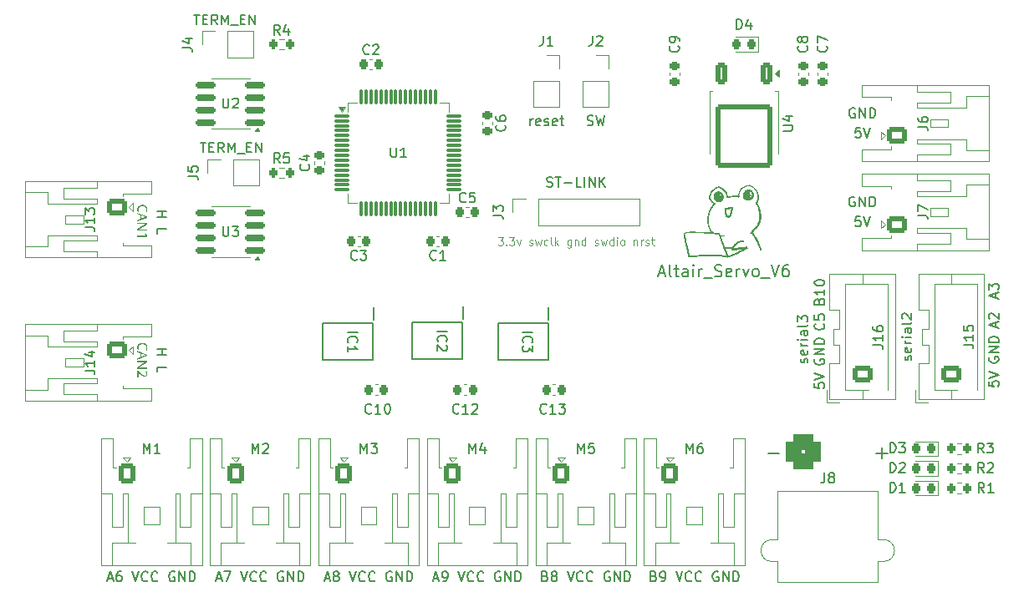
<source format=gbr>
%TF.GenerationSoftware,KiCad,Pcbnew,9.0.1*%
%TF.CreationDate,2025-05-30T13:55:45+09:00*%
%TF.ProjectId,ALTAIR_SERVO_MODULE_V6,414c5441-4952-45f5-9345-52564f5f4d4f,rev?*%
%TF.SameCoordinates,Original*%
%TF.FileFunction,Legend,Top*%
%TF.FilePolarity,Positive*%
%FSLAX46Y46*%
G04 Gerber Fmt 4.6, Leading zero omitted, Abs format (unit mm)*
G04 Created by KiCad (PCBNEW 9.0.1) date 2025-05-30 13:55:45*
%MOMM*%
%LPD*%
G01*
G04 APERTURE LIST*
G04 Aperture macros list*
%AMRoundRect*
0 Rectangle with rounded corners*
0 $1 Rounding radius*
0 $2 $3 $4 $5 $6 $7 $8 $9 X,Y pos of 4 corners*
0 Add a 4 corners polygon primitive as box body*
4,1,4,$2,$3,$4,$5,$6,$7,$8,$9,$2,$3,0*
0 Add four circle primitives for the rounded corners*
1,1,$1+$1,$2,$3*
1,1,$1+$1,$4,$5*
1,1,$1+$1,$6,$7*
1,1,$1+$1,$8,$9*
0 Add four rect primitives between the rounded corners*
20,1,$1+$1,$2,$3,$4,$5,0*
20,1,$1+$1,$4,$5,$6,$7,0*
20,1,$1+$1,$6,$7,$8,$9,0*
20,1,$1+$1,$8,$9,$2,$3,0*%
G04 Aperture macros list end*
%ADD10C,0.150000*%
%ADD11C,0.100000*%
%ADD12C,0.120000*%
%ADD13C,0.000000*%
%ADD14C,0.200000*%
%ADD15O,2.800000X2.000000*%
%ADD16RoundRect,0.250000X-0.600000X-0.725000X0.600000X-0.725000X0.600000X0.725000X-0.600000X0.725000X0*%
%ADD17O,1.700000X1.950000*%
%ADD18RoundRect,0.225000X0.250000X-0.225000X0.250000X0.225000X-0.250000X0.225000X-0.250000X-0.225000X0*%
%ADD19RoundRect,0.225000X-0.225000X-0.250000X0.225000X-0.250000X0.225000X0.250000X-0.225000X0.250000X0*%
%ADD20RoundRect,0.218750X0.218750X0.256250X-0.218750X0.256250X-0.218750X-0.256250X0.218750X-0.256250X0*%
%ADD21R,1.700000X1.700000*%
%ADD22C,1.700000*%
%ADD23RoundRect,0.150000X0.825000X0.150000X-0.825000X0.150000X-0.825000X-0.150000X0.825000X-0.150000X0*%
%ADD24O,2.000000X2.800000*%
%ADD25RoundRect,0.250000X0.725000X-0.600000X0.725000X0.600000X-0.725000X0.600000X-0.725000X-0.600000X0*%
%ADD26O,1.950000X1.700000*%
%ADD27RoundRect,0.200000X0.200000X0.275000X-0.200000X0.275000X-0.200000X-0.275000X0.200000X-0.275000X0*%
%ADD28RoundRect,0.225000X-0.250000X0.225000X-0.250000X-0.225000X0.250000X-0.225000X0.250000X0.225000X0*%
%ADD29RoundRect,0.225000X0.225000X0.250000X-0.225000X0.250000X-0.225000X-0.250000X0.225000X-0.250000X0*%
%ADD30R,0.650000X1.250000*%
%ADD31C,0.800000*%
%ADD32C,6.400000*%
%ADD33C,1.250000*%
%ADD34C,1.400000*%
%ADD35RoundRect,0.770000X0.980000X0.980000X-0.980000X0.980000X-0.980000X-0.980000X0.980000X-0.980000X0*%
%ADD36C,3.500000*%
%ADD37RoundRect,0.250000X-0.350000X0.850000X-0.350000X-0.850000X0.350000X-0.850000X0.350000X0.850000X0*%
%ADD38RoundRect,0.249997X-2.650003X2.950003X-2.650003X-2.950003X2.650003X-2.950003X2.650003X2.950003X0*%
%ADD39RoundRect,0.075000X-0.700000X-0.075000X0.700000X-0.075000X0.700000X0.075000X-0.700000X0.075000X0*%
%ADD40RoundRect,0.075000X-0.075000X-0.700000X0.075000X-0.700000X0.075000X0.700000X-0.075000X0.700000X0*%
%ADD41RoundRect,0.250000X-0.725000X0.600000X-0.725000X-0.600000X0.725000X-0.600000X0.725000X0.600000X0*%
%ADD42RoundRect,0.200000X-0.200000X-0.275000X0.200000X-0.275000X0.200000X0.275000X-0.200000X0.275000X0*%
G04 APERTURE END LIST*
D10*
X134880952Y-98931009D02*
X135023809Y-98978628D01*
X135023809Y-98978628D02*
X135071428Y-99026247D01*
X135071428Y-99026247D02*
X135119047Y-99121485D01*
X135119047Y-99121485D02*
X135119047Y-99264342D01*
X135119047Y-99264342D02*
X135071428Y-99359580D01*
X135071428Y-99359580D02*
X135023809Y-99407200D01*
X135023809Y-99407200D02*
X134928571Y-99454819D01*
X134928571Y-99454819D02*
X134547619Y-99454819D01*
X134547619Y-99454819D02*
X134547619Y-98454819D01*
X134547619Y-98454819D02*
X134880952Y-98454819D01*
X134880952Y-98454819D02*
X134976190Y-98502438D01*
X134976190Y-98502438D02*
X135023809Y-98550057D01*
X135023809Y-98550057D02*
X135071428Y-98645295D01*
X135071428Y-98645295D02*
X135071428Y-98740533D01*
X135071428Y-98740533D02*
X135023809Y-98835771D01*
X135023809Y-98835771D02*
X134976190Y-98883390D01*
X134976190Y-98883390D02*
X134880952Y-98931009D01*
X134880952Y-98931009D02*
X134547619Y-98931009D01*
X135595238Y-99454819D02*
X135785714Y-99454819D01*
X135785714Y-99454819D02*
X135880952Y-99407200D01*
X135880952Y-99407200D02*
X135928571Y-99359580D01*
X135928571Y-99359580D02*
X136023809Y-99216723D01*
X136023809Y-99216723D02*
X136071428Y-99026247D01*
X136071428Y-99026247D02*
X136071428Y-98645295D01*
X136071428Y-98645295D02*
X136023809Y-98550057D01*
X136023809Y-98550057D02*
X135976190Y-98502438D01*
X135976190Y-98502438D02*
X135880952Y-98454819D01*
X135880952Y-98454819D02*
X135690476Y-98454819D01*
X135690476Y-98454819D02*
X135595238Y-98502438D01*
X135595238Y-98502438D02*
X135547619Y-98550057D01*
X135547619Y-98550057D02*
X135500000Y-98645295D01*
X135500000Y-98645295D02*
X135500000Y-98883390D01*
X135500000Y-98883390D02*
X135547619Y-98978628D01*
X135547619Y-98978628D02*
X135595238Y-99026247D01*
X135595238Y-99026247D02*
X135690476Y-99073866D01*
X135690476Y-99073866D02*
X135880952Y-99073866D01*
X135880952Y-99073866D02*
X135976190Y-99026247D01*
X135976190Y-99026247D02*
X136023809Y-98978628D01*
X136023809Y-98978628D02*
X136071428Y-98883390D01*
X137119048Y-98454819D02*
X137452381Y-99454819D01*
X137452381Y-99454819D02*
X137785714Y-98454819D01*
X138690476Y-99359580D02*
X138642857Y-99407200D01*
X138642857Y-99407200D02*
X138500000Y-99454819D01*
X138500000Y-99454819D02*
X138404762Y-99454819D01*
X138404762Y-99454819D02*
X138261905Y-99407200D01*
X138261905Y-99407200D02*
X138166667Y-99311961D01*
X138166667Y-99311961D02*
X138119048Y-99216723D01*
X138119048Y-99216723D02*
X138071429Y-99026247D01*
X138071429Y-99026247D02*
X138071429Y-98883390D01*
X138071429Y-98883390D02*
X138119048Y-98692914D01*
X138119048Y-98692914D02*
X138166667Y-98597676D01*
X138166667Y-98597676D02*
X138261905Y-98502438D01*
X138261905Y-98502438D02*
X138404762Y-98454819D01*
X138404762Y-98454819D02*
X138500000Y-98454819D01*
X138500000Y-98454819D02*
X138642857Y-98502438D01*
X138642857Y-98502438D02*
X138690476Y-98550057D01*
X139690476Y-99359580D02*
X139642857Y-99407200D01*
X139642857Y-99407200D02*
X139500000Y-99454819D01*
X139500000Y-99454819D02*
X139404762Y-99454819D01*
X139404762Y-99454819D02*
X139261905Y-99407200D01*
X139261905Y-99407200D02*
X139166667Y-99311961D01*
X139166667Y-99311961D02*
X139119048Y-99216723D01*
X139119048Y-99216723D02*
X139071429Y-99026247D01*
X139071429Y-99026247D02*
X139071429Y-98883390D01*
X139071429Y-98883390D02*
X139119048Y-98692914D01*
X139119048Y-98692914D02*
X139166667Y-98597676D01*
X139166667Y-98597676D02*
X139261905Y-98502438D01*
X139261905Y-98502438D02*
X139404762Y-98454819D01*
X139404762Y-98454819D02*
X139500000Y-98454819D01*
X139500000Y-98454819D02*
X139642857Y-98502438D01*
X139642857Y-98502438D02*
X139690476Y-98550057D01*
X141404762Y-98502438D02*
X141309524Y-98454819D01*
X141309524Y-98454819D02*
X141166667Y-98454819D01*
X141166667Y-98454819D02*
X141023810Y-98502438D01*
X141023810Y-98502438D02*
X140928572Y-98597676D01*
X140928572Y-98597676D02*
X140880953Y-98692914D01*
X140880953Y-98692914D02*
X140833334Y-98883390D01*
X140833334Y-98883390D02*
X140833334Y-99026247D01*
X140833334Y-99026247D02*
X140880953Y-99216723D01*
X140880953Y-99216723D02*
X140928572Y-99311961D01*
X140928572Y-99311961D02*
X141023810Y-99407200D01*
X141023810Y-99407200D02*
X141166667Y-99454819D01*
X141166667Y-99454819D02*
X141261905Y-99454819D01*
X141261905Y-99454819D02*
X141404762Y-99407200D01*
X141404762Y-99407200D02*
X141452381Y-99359580D01*
X141452381Y-99359580D02*
X141452381Y-99026247D01*
X141452381Y-99026247D02*
X141261905Y-99026247D01*
X141880953Y-99454819D02*
X141880953Y-98454819D01*
X141880953Y-98454819D02*
X142452381Y-99454819D01*
X142452381Y-99454819D02*
X142452381Y-98454819D01*
X142928572Y-99454819D02*
X142928572Y-98454819D01*
X142928572Y-98454819D02*
X143166667Y-98454819D01*
X143166667Y-98454819D02*
X143309524Y-98502438D01*
X143309524Y-98502438D02*
X143404762Y-98597676D01*
X143404762Y-98597676D02*
X143452381Y-98692914D01*
X143452381Y-98692914D02*
X143500000Y-98883390D01*
X143500000Y-98883390D02*
X143500000Y-99026247D01*
X143500000Y-99026247D02*
X143452381Y-99216723D01*
X143452381Y-99216723D02*
X143404762Y-99311961D01*
X143404762Y-99311961D02*
X143309524Y-99407200D01*
X143309524Y-99407200D02*
X143166667Y-99454819D01*
X143166667Y-99454819D02*
X142928572Y-99454819D01*
X123880952Y-98931009D02*
X124023809Y-98978628D01*
X124023809Y-98978628D02*
X124071428Y-99026247D01*
X124071428Y-99026247D02*
X124119047Y-99121485D01*
X124119047Y-99121485D02*
X124119047Y-99264342D01*
X124119047Y-99264342D02*
X124071428Y-99359580D01*
X124071428Y-99359580D02*
X124023809Y-99407200D01*
X124023809Y-99407200D02*
X123928571Y-99454819D01*
X123928571Y-99454819D02*
X123547619Y-99454819D01*
X123547619Y-99454819D02*
X123547619Y-98454819D01*
X123547619Y-98454819D02*
X123880952Y-98454819D01*
X123880952Y-98454819D02*
X123976190Y-98502438D01*
X123976190Y-98502438D02*
X124023809Y-98550057D01*
X124023809Y-98550057D02*
X124071428Y-98645295D01*
X124071428Y-98645295D02*
X124071428Y-98740533D01*
X124071428Y-98740533D02*
X124023809Y-98835771D01*
X124023809Y-98835771D02*
X123976190Y-98883390D01*
X123976190Y-98883390D02*
X123880952Y-98931009D01*
X123880952Y-98931009D02*
X123547619Y-98931009D01*
X124690476Y-98883390D02*
X124595238Y-98835771D01*
X124595238Y-98835771D02*
X124547619Y-98788152D01*
X124547619Y-98788152D02*
X124500000Y-98692914D01*
X124500000Y-98692914D02*
X124500000Y-98645295D01*
X124500000Y-98645295D02*
X124547619Y-98550057D01*
X124547619Y-98550057D02*
X124595238Y-98502438D01*
X124595238Y-98502438D02*
X124690476Y-98454819D01*
X124690476Y-98454819D02*
X124880952Y-98454819D01*
X124880952Y-98454819D02*
X124976190Y-98502438D01*
X124976190Y-98502438D02*
X125023809Y-98550057D01*
X125023809Y-98550057D02*
X125071428Y-98645295D01*
X125071428Y-98645295D02*
X125071428Y-98692914D01*
X125071428Y-98692914D02*
X125023809Y-98788152D01*
X125023809Y-98788152D02*
X124976190Y-98835771D01*
X124976190Y-98835771D02*
X124880952Y-98883390D01*
X124880952Y-98883390D02*
X124690476Y-98883390D01*
X124690476Y-98883390D02*
X124595238Y-98931009D01*
X124595238Y-98931009D02*
X124547619Y-98978628D01*
X124547619Y-98978628D02*
X124500000Y-99073866D01*
X124500000Y-99073866D02*
X124500000Y-99264342D01*
X124500000Y-99264342D02*
X124547619Y-99359580D01*
X124547619Y-99359580D02*
X124595238Y-99407200D01*
X124595238Y-99407200D02*
X124690476Y-99454819D01*
X124690476Y-99454819D02*
X124880952Y-99454819D01*
X124880952Y-99454819D02*
X124976190Y-99407200D01*
X124976190Y-99407200D02*
X125023809Y-99359580D01*
X125023809Y-99359580D02*
X125071428Y-99264342D01*
X125071428Y-99264342D02*
X125071428Y-99073866D01*
X125071428Y-99073866D02*
X125023809Y-98978628D01*
X125023809Y-98978628D02*
X124976190Y-98931009D01*
X124976190Y-98931009D02*
X124880952Y-98883390D01*
X126119048Y-98454819D02*
X126452381Y-99454819D01*
X126452381Y-99454819D02*
X126785714Y-98454819D01*
X127690476Y-99359580D02*
X127642857Y-99407200D01*
X127642857Y-99407200D02*
X127500000Y-99454819D01*
X127500000Y-99454819D02*
X127404762Y-99454819D01*
X127404762Y-99454819D02*
X127261905Y-99407200D01*
X127261905Y-99407200D02*
X127166667Y-99311961D01*
X127166667Y-99311961D02*
X127119048Y-99216723D01*
X127119048Y-99216723D02*
X127071429Y-99026247D01*
X127071429Y-99026247D02*
X127071429Y-98883390D01*
X127071429Y-98883390D02*
X127119048Y-98692914D01*
X127119048Y-98692914D02*
X127166667Y-98597676D01*
X127166667Y-98597676D02*
X127261905Y-98502438D01*
X127261905Y-98502438D02*
X127404762Y-98454819D01*
X127404762Y-98454819D02*
X127500000Y-98454819D01*
X127500000Y-98454819D02*
X127642857Y-98502438D01*
X127642857Y-98502438D02*
X127690476Y-98550057D01*
X128690476Y-99359580D02*
X128642857Y-99407200D01*
X128642857Y-99407200D02*
X128500000Y-99454819D01*
X128500000Y-99454819D02*
X128404762Y-99454819D01*
X128404762Y-99454819D02*
X128261905Y-99407200D01*
X128261905Y-99407200D02*
X128166667Y-99311961D01*
X128166667Y-99311961D02*
X128119048Y-99216723D01*
X128119048Y-99216723D02*
X128071429Y-99026247D01*
X128071429Y-99026247D02*
X128071429Y-98883390D01*
X128071429Y-98883390D02*
X128119048Y-98692914D01*
X128119048Y-98692914D02*
X128166667Y-98597676D01*
X128166667Y-98597676D02*
X128261905Y-98502438D01*
X128261905Y-98502438D02*
X128404762Y-98454819D01*
X128404762Y-98454819D02*
X128500000Y-98454819D01*
X128500000Y-98454819D02*
X128642857Y-98502438D01*
X128642857Y-98502438D02*
X128690476Y-98550057D01*
X130404762Y-98502438D02*
X130309524Y-98454819D01*
X130309524Y-98454819D02*
X130166667Y-98454819D01*
X130166667Y-98454819D02*
X130023810Y-98502438D01*
X130023810Y-98502438D02*
X129928572Y-98597676D01*
X129928572Y-98597676D02*
X129880953Y-98692914D01*
X129880953Y-98692914D02*
X129833334Y-98883390D01*
X129833334Y-98883390D02*
X129833334Y-99026247D01*
X129833334Y-99026247D02*
X129880953Y-99216723D01*
X129880953Y-99216723D02*
X129928572Y-99311961D01*
X129928572Y-99311961D02*
X130023810Y-99407200D01*
X130023810Y-99407200D02*
X130166667Y-99454819D01*
X130166667Y-99454819D02*
X130261905Y-99454819D01*
X130261905Y-99454819D02*
X130404762Y-99407200D01*
X130404762Y-99407200D02*
X130452381Y-99359580D01*
X130452381Y-99359580D02*
X130452381Y-99026247D01*
X130452381Y-99026247D02*
X130261905Y-99026247D01*
X130880953Y-99454819D02*
X130880953Y-98454819D01*
X130880953Y-98454819D02*
X131452381Y-99454819D01*
X131452381Y-99454819D02*
X131452381Y-98454819D01*
X131928572Y-99454819D02*
X131928572Y-98454819D01*
X131928572Y-98454819D02*
X132166667Y-98454819D01*
X132166667Y-98454819D02*
X132309524Y-98502438D01*
X132309524Y-98502438D02*
X132404762Y-98597676D01*
X132404762Y-98597676D02*
X132452381Y-98692914D01*
X132452381Y-98692914D02*
X132500000Y-98883390D01*
X132500000Y-98883390D02*
X132500000Y-99026247D01*
X132500000Y-99026247D02*
X132452381Y-99216723D01*
X132452381Y-99216723D02*
X132404762Y-99311961D01*
X132404762Y-99311961D02*
X132309524Y-99407200D01*
X132309524Y-99407200D02*
X132166667Y-99454819D01*
X132166667Y-99454819D02*
X131928572Y-99454819D01*
X112571428Y-99169104D02*
X113047618Y-99169104D01*
X112476190Y-99454819D02*
X112809523Y-98454819D01*
X112809523Y-98454819D02*
X113142856Y-99454819D01*
X113523809Y-99454819D02*
X113714285Y-99454819D01*
X113714285Y-99454819D02*
X113809523Y-99407200D01*
X113809523Y-99407200D02*
X113857142Y-99359580D01*
X113857142Y-99359580D02*
X113952380Y-99216723D01*
X113952380Y-99216723D02*
X113999999Y-99026247D01*
X113999999Y-99026247D02*
X113999999Y-98645295D01*
X113999999Y-98645295D02*
X113952380Y-98550057D01*
X113952380Y-98550057D02*
X113904761Y-98502438D01*
X113904761Y-98502438D02*
X113809523Y-98454819D01*
X113809523Y-98454819D02*
X113619047Y-98454819D01*
X113619047Y-98454819D02*
X113523809Y-98502438D01*
X113523809Y-98502438D02*
X113476190Y-98550057D01*
X113476190Y-98550057D02*
X113428571Y-98645295D01*
X113428571Y-98645295D02*
X113428571Y-98883390D01*
X113428571Y-98883390D02*
X113476190Y-98978628D01*
X113476190Y-98978628D02*
X113523809Y-99026247D01*
X113523809Y-99026247D02*
X113619047Y-99073866D01*
X113619047Y-99073866D02*
X113809523Y-99073866D01*
X113809523Y-99073866D02*
X113904761Y-99026247D01*
X113904761Y-99026247D02*
X113952380Y-98978628D01*
X113952380Y-98978628D02*
X113999999Y-98883390D01*
X115047619Y-98454819D02*
X115380952Y-99454819D01*
X115380952Y-99454819D02*
X115714285Y-98454819D01*
X116619047Y-99359580D02*
X116571428Y-99407200D01*
X116571428Y-99407200D02*
X116428571Y-99454819D01*
X116428571Y-99454819D02*
X116333333Y-99454819D01*
X116333333Y-99454819D02*
X116190476Y-99407200D01*
X116190476Y-99407200D02*
X116095238Y-99311961D01*
X116095238Y-99311961D02*
X116047619Y-99216723D01*
X116047619Y-99216723D02*
X116000000Y-99026247D01*
X116000000Y-99026247D02*
X116000000Y-98883390D01*
X116000000Y-98883390D02*
X116047619Y-98692914D01*
X116047619Y-98692914D02*
X116095238Y-98597676D01*
X116095238Y-98597676D02*
X116190476Y-98502438D01*
X116190476Y-98502438D02*
X116333333Y-98454819D01*
X116333333Y-98454819D02*
X116428571Y-98454819D01*
X116428571Y-98454819D02*
X116571428Y-98502438D01*
X116571428Y-98502438D02*
X116619047Y-98550057D01*
X117619047Y-99359580D02*
X117571428Y-99407200D01*
X117571428Y-99407200D02*
X117428571Y-99454819D01*
X117428571Y-99454819D02*
X117333333Y-99454819D01*
X117333333Y-99454819D02*
X117190476Y-99407200D01*
X117190476Y-99407200D02*
X117095238Y-99311961D01*
X117095238Y-99311961D02*
X117047619Y-99216723D01*
X117047619Y-99216723D02*
X117000000Y-99026247D01*
X117000000Y-99026247D02*
X117000000Y-98883390D01*
X117000000Y-98883390D02*
X117047619Y-98692914D01*
X117047619Y-98692914D02*
X117095238Y-98597676D01*
X117095238Y-98597676D02*
X117190476Y-98502438D01*
X117190476Y-98502438D02*
X117333333Y-98454819D01*
X117333333Y-98454819D02*
X117428571Y-98454819D01*
X117428571Y-98454819D02*
X117571428Y-98502438D01*
X117571428Y-98502438D02*
X117619047Y-98550057D01*
X119333333Y-98502438D02*
X119238095Y-98454819D01*
X119238095Y-98454819D02*
X119095238Y-98454819D01*
X119095238Y-98454819D02*
X118952381Y-98502438D01*
X118952381Y-98502438D02*
X118857143Y-98597676D01*
X118857143Y-98597676D02*
X118809524Y-98692914D01*
X118809524Y-98692914D02*
X118761905Y-98883390D01*
X118761905Y-98883390D02*
X118761905Y-99026247D01*
X118761905Y-99026247D02*
X118809524Y-99216723D01*
X118809524Y-99216723D02*
X118857143Y-99311961D01*
X118857143Y-99311961D02*
X118952381Y-99407200D01*
X118952381Y-99407200D02*
X119095238Y-99454819D01*
X119095238Y-99454819D02*
X119190476Y-99454819D01*
X119190476Y-99454819D02*
X119333333Y-99407200D01*
X119333333Y-99407200D02*
X119380952Y-99359580D01*
X119380952Y-99359580D02*
X119380952Y-99026247D01*
X119380952Y-99026247D02*
X119190476Y-99026247D01*
X119809524Y-99454819D02*
X119809524Y-98454819D01*
X119809524Y-98454819D02*
X120380952Y-99454819D01*
X120380952Y-99454819D02*
X120380952Y-98454819D01*
X120857143Y-99454819D02*
X120857143Y-98454819D01*
X120857143Y-98454819D02*
X121095238Y-98454819D01*
X121095238Y-98454819D02*
X121238095Y-98502438D01*
X121238095Y-98502438D02*
X121333333Y-98597676D01*
X121333333Y-98597676D02*
X121380952Y-98692914D01*
X121380952Y-98692914D02*
X121428571Y-98883390D01*
X121428571Y-98883390D02*
X121428571Y-99026247D01*
X121428571Y-99026247D02*
X121380952Y-99216723D01*
X121380952Y-99216723D02*
X121333333Y-99311961D01*
X121333333Y-99311961D02*
X121238095Y-99407200D01*
X121238095Y-99407200D02*
X121095238Y-99454819D01*
X121095238Y-99454819D02*
X120857143Y-99454819D01*
X101571428Y-99169104D02*
X102047618Y-99169104D01*
X101476190Y-99454819D02*
X101809523Y-98454819D01*
X101809523Y-98454819D02*
X102142856Y-99454819D01*
X102619047Y-98883390D02*
X102523809Y-98835771D01*
X102523809Y-98835771D02*
X102476190Y-98788152D01*
X102476190Y-98788152D02*
X102428571Y-98692914D01*
X102428571Y-98692914D02*
X102428571Y-98645295D01*
X102428571Y-98645295D02*
X102476190Y-98550057D01*
X102476190Y-98550057D02*
X102523809Y-98502438D01*
X102523809Y-98502438D02*
X102619047Y-98454819D01*
X102619047Y-98454819D02*
X102809523Y-98454819D01*
X102809523Y-98454819D02*
X102904761Y-98502438D01*
X102904761Y-98502438D02*
X102952380Y-98550057D01*
X102952380Y-98550057D02*
X102999999Y-98645295D01*
X102999999Y-98645295D02*
X102999999Y-98692914D01*
X102999999Y-98692914D02*
X102952380Y-98788152D01*
X102952380Y-98788152D02*
X102904761Y-98835771D01*
X102904761Y-98835771D02*
X102809523Y-98883390D01*
X102809523Y-98883390D02*
X102619047Y-98883390D01*
X102619047Y-98883390D02*
X102523809Y-98931009D01*
X102523809Y-98931009D02*
X102476190Y-98978628D01*
X102476190Y-98978628D02*
X102428571Y-99073866D01*
X102428571Y-99073866D02*
X102428571Y-99264342D01*
X102428571Y-99264342D02*
X102476190Y-99359580D01*
X102476190Y-99359580D02*
X102523809Y-99407200D01*
X102523809Y-99407200D02*
X102619047Y-99454819D01*
X102619047Y-99454819D02*
X102809523Y-99454819D01*
X102809523Y-99454819D02*
X102904761Y-99407200D01*
X102904761Y-99407200D02*
X102952380Y-99359580D01*
X102952380Y-99359580D02*
X102999999Y-99264342D01*
X102999999Y-99264342D02*
X102999999Y-99073866D01*
X102999999Y-99073866D02*
X102952380Y-98978628D01*
X102952380Y-98978628D02*
X102904761Y-98931009D01*
X102904761Y-98931009D02*
X102809523Y-98883390D01*
X104047619Y-98454819D02*
X104380952Y-99454819D01*
X104380952Y-99454819D02*
X104714285Y-98454819D01*
X105619047Y-99359580D02*
X105571428Y-99407200D01*
X105571428Y-99407200D02*
X105428571Y-99454819D01*
X105428571Y-99454819D02*
X105333333Y-99454819D01*
X105333333Y-99454819D02*
X105190476Y-99407200D01*
X105190476Y-99407200D02*
X105095238Y-99311961D01*
X105095238Y-99311961D02*
X105047619Y-99216723D01*
X105047619Y-99216723D02*
X105000000Y-99026247D01*
X105000000Y-99026247D02*
X105000000Y-98883390D01*
X105000000Y-98883390D02*
X105047619Y-98692914D01*
X105047619Y-98692914D02*
X105095238Y-98597676D01*
X105095238Y-98597676D02*
X105190476Y-98502438D01*
X105190476Y-98502438D02*
X105333333Y-98454819D01*
X105333333Y-98454819D02*
X105428571Y-98454819D01*
X105428571Y-98454819D02*
X105571428Y-98502438D01*
X105571428Y-98502438D02*
X105619047Y-98550057D01*
X106619047Y-99359580D02*
X106571428Y-99407200D01*
X106571428Y-99407200D02*
X106428571Y-99454819D01*
X106428571Y-99454819D02*
X106333333Y-99454819D01*
X106333333Y-99454819D02*
X106190476Y-99407200D01*
X106190476Y-99407200D02*
X106095238Y-99311961D01*
X106095238Y-99311961D02*
X106047619Y-99216723D01*
X106047619Y-99216723D02*
X106000000Y-99026247D01*
X106000000Y-99026247D02*
X106000000Y-98883390D01*
X106000000Y-98883390D02*
X106047619Y-98692914D01*
X106047619Y-98692914D02*
X106095238Y-98597676D01*
X106095238Y-98597676D02*
X106190476Y-98502438D01*
X106190476Y-98502438D02*
X106333333Y-98454819D01*
X106333333Y-98454819D02*
X106428571Y-98454819D01*
X106428571Y-98454819D02*
X106571428Y-98502438D01*
X106571428Y-98502438D02*
X106619047Y-98550057D01*
X108333333Y-98502438D02*
X108238095Y-98454819D01*
X108238095Y-98454819D02*
X108095238Y-98454819D01*
X108095238Y-98454819D02*
X107952381Y-98502438D01*
X107952381Y-98502438D02*
X107857143Y-98597676D01*
X107857143Y-98597676D02*
X107809524Y-98692914D01*
X107809524Y-98692914D02*
X107761905Y-98883390D01*
X107761905Y-98883390D02*
X107761905Y-99026247D01*
X107761905Y-99026247D02*
X107809524Y-99216723D01*
X107809524Y-99216723D02*
X107857143Y-99311961D01*
X107857143Y-99311961D02*
X107952381Y-99407200D01*
X107952381Y-99407200D02*
X108095238Y-99454819D01*
X108095238Y-99454819D02*
X108190476Y-99454819D01*
X108190476Y-99454819D02*
X108333333Y-99407200D01*
X108333333Y-99407200D02*
X108380952Y-99359580D01*
X108380952Y-99359580D02*
X108380952Y-99026247D01*
X108380952Y-99026247D02*
X108190476Y-99026247D01*
X108809524Y-99454819D02*
X108809524Y-98454819D01*
X108809524Y-98454819D02*
X109380952Y-99454819D01*
X109380952Y-99454819D02*
X109380952Y-98454819D01*
X109857143Y-99454819D02*
X109857143Y-98454819D01*
X109857143Y-98454819D02*
X110095238Y-98454819D01*
X110095238Y-98454819D02*
X110238095Y-98502438D01*
X110238095Y-98502438D02*
X110333333Y-98597676D01*
X110333333Y-98597676D02*
X110380952Y-98692914D01*
X110380952Y-98692914D02*
X110428571Y-98883390D01*
X110428571Y-98883390D02*
X110428571Y-99026247D01*
X110428571Y-99026247D02*
X110380952Y-99216723D01*
X110380952Y-99216723D02*
X110333333Y-99311961D01*
X110333333Y-99311961D02*
X110238095Y-99407200D01*
X110238095Y-99407200D02*
X110095238Y-99454819D01*
X110095238Y-99454819D02*
X109857143Y-99454819D01*
X90571428Y-99169104D02*
X91047618Y-99169104D01*
X90476190Y-99454819D02*
X90809523Y-98454819D01*
X90809523Y-98454819D02*
X91142856Y-99454819D01*
X91380952Y-98454819D02*
X92047618Y-98454819D01*
X92047618Y-98454819D02*
X91619047Y-99454819D01*
X93047619Y-98454819D02*
X93380952Y-99454819D01*
X93380952Y-99454819D02*
X93714285Y-98454819D01*
X94619047Y-99359580D02*
X94571428Y-99407200D01*
X94571428Y-99407200D02*
X94428571Y-99454819D01*
X94428571Y-99454819D02*
X94333333Y-99454819D01*
X94333333Y-99454819D02*
X94190476Y-99407200D01*
X94190476Y-99407200D02*
X94095238Y-99311961D01*
X94095238Y-99311961D02*
X94047619Y-99216723D01*
X94047619Y-99216723D02*
X94000000Y-99026247D01*
X94000000Y-99026247D02*
X94000000Y-98883390D01*
X94000000Y-98883390D02*
X94047619Y-98692914D01*
X94047619Y-98692914D02*
X94095238Y-98597676D01*
X94095238Y-98597676D02*
X94190476Y-98502438D01*
X94190476Y-98502438D02*
X94333333Y-98454819D01*
X94333333Y-98454819D02*
X94428571Y-98454819D01*
X94428571Y-98454819D02*
X94571428Y-98502438D01*
X94571428Y-98502438D02*
X94619047Y-98550057D01*
X95619047Y-99359580D02*
X95571428Y-99407200D01*
X95571428Y-99407200D02*
X95428571Y-99454819D01*
X95428571Y-99454819D02*
X95333333Y-99454819D01*
X95333333Y-99454819D02*
X95190476Y-99407200D01*
X95190476Y-99407200D02*
X95095238Y-99311961D01*
X95095238Y-99311961D02*
X95047619Y-99216723D01*
X95047619Y-99216723D02*
X95000000Y-99026247D01*
X95000000Y-99026247D02*
X95000000Y-98883390D01*
X95000000Y-98883390D02*
X95047619Y-98692914D01*
X95047619Y-98692914D02*
X95095238Y-98597676D01*
X95095238Y-98597676D02*
X95190476Y-98502438D01*
X95190476Y-98502438D02*
X95333333Y-98454819D01*
X95333333Y-98454819D02*
X95428571Y-98454819D01*
X95428571Y-98454819D02*
X95571428Y-98502438D01*
X95571428Y-98502438D02*
X95619047Y-98550057D01*
X97333333Y-98502438D02*
X97238095Y-98454819D01*
X97238095Y-98454819D02*
X97095238Y-98454819D01*
X97095238Y-98454819D02*
X96952381Y-98502438D01*
X96952381Y-98502438D02*
X96857143Y-98597676D01*
X96857143Y-98597676D02*
X96809524Y-98692914D01*
X96809524Y-98692914D02*
X96761905Y-98883390D01*
X96761905Y-98883390D02*
X96761905Y-99026247D01*
X96761905Y-99026247D02*
X96809524Y-99216723D01*
X96809524Y-99216723D02*
X96857143Y-99311961D01*
X96857143Y-99311961D02*
X96952381Y-99407200D01*
X96952381Y-99407200D02*
X97095238Y-99454819D01*
X97095238Y-99454819D02*
X97190476Y-99454819D01*
X97190476Y-99454819D02*
X97333333Y-99407200D01*
X97333333Y-99407200D02*
X97380952Y-99359580D01*
X97380952Y-99359580D02*
X97380952Y-99026247D01*
X97380952Y-99026247D02*
X97190476Y-99026247D01*
X97809524Y-99454819D02*
X97809524Y-98454819D01*
X97809524Y-98454819D02*
X98380952Y-99454819D01*
X98380952Y-99454819D02*
X98380952Y-98454819D01*
X98857143Y-99454819D02*
X98857143Y-98454819D01*
X98857143Y-98454819D02*
X99095238Y-98454819D01*
X99095238Y-98454819D02*
X99238095Y-98502438D01*
X99238095Y-98502438D02*
X99333333Y-98597676D01*
X99333333Y-98597676D02*
X99380952Y-98692914D01*
X99380952Y-98692914D02*
X99428571Y-98883390D01*
X99428571Y-98883390D02*
X99428571Y-99026247D01*
X99428571Y-99026247D02*
X99380952Y-99216723D01*
X99380952Y-99216723D02*
X99333333Y-99311961D01*
X99333333Y-99311961D02*
X99238095Y-99407200D01*
X99238095Y-99407200D02*
X99095238Y-99454819D01*
X99095238Y-99454819D02*
X98857143Y-99454819D01*
X79571428Y-99169104D02*
X80047618Y-99169104D01*
X79476190Y-99454819D02*
X79809523Y-98454819D01*
X79809523Y-98454819D02*
X80142856Y-99454819D01*
X80904761Y-98454819D02*
X80714285Y-98454819D01*
X80714285Y-98454819D02*
X80619047Y-98502438D01*
X80619047Y-98502438D02*
X80571428Y-98550057D01*
X80571428Y-98550057D02*
X80476190Y-98692914D01*
X80476190Y-98692914D02*
X80428571Y-98883390D01*
X80428571Y-98883390D02*
X80428571Y-99264342D01*
X80428571Y-99264342D02*
X80476190Y-99359580D01*
X80476190Y-99359580D02*
X80523809Y-99407200D01*
X80523809Y-99407200D02*
X80619047Y-99454819D01*
X80619047Y-99454819D02*
X80809523Y-99454819D01*
X80809523Y-99454819D02*
X80904761Y-99407200D01*
X80904761Y-99407200D02*
X80952380Y-99359580D01*
X80952380Y-99359580D02*
X80999999Y-99264342D01*
X80999999Y-99264342D02*
X80999999Y-99026247D01*
X80999999Y-99026247D02*
X80952380Y-98931009D01*
X80952380Y-98931009D02*
X80904761Y-98883390D01*
X80904761Y-98883390D02*
X80809523Y-98835771D01*
X80809523Y-98835771D02*
X80619047Y-98835771D01*
X80619047Y-98835771D02*
X80523809Y-98883390D01*
X80523809Y-98883390D02*
X80476190Y-98931009D01*
X80476190Y-98931009D02*
X80428571Y-99026247D01*
X82047619Y-98454819D02*
X82380952Y-99454819D01*
X82380952Y-99454819D02*
X82714285Y-98454819D01*
X83619047Y-99359580D02*
X83571428Y-99407200D01*
X83571428Y-99407200D02*
X83428571Y-99454819D01*
X83428571Y-99454819D02*
X83333333Y-99454819D01*
X83333333Y-99454819D02*
X83190476Y-99407200D01*
X83190476Y-99407200D02*
X83095238Y-99311961D01*
X83095238Y-99311961D02*
X83047619Y-99216723D01*
X83047619Y-99216723D02*
X83000000Y-99026247D01*
X83000000Y-99026247D02*
X83000000Y-98883390D01*
X83000000Y-98883390D02*
X83047619Y-98692914D01*
X83047619Y-98692914D02*
X83095238Y-98597676D01*
X83095238Y-98597676D02*
X83190476Y-98502438D01*
X83190476Y-98502438D02*
X83333333Y-98454819D01*
X83333333Y-98454819D02*
X83428571Y-98454819D01*
X83428571Y-98454819D02*
X83571428Y-98502438D01*
X83571428Y-98502438D02*
X83619047Y-98550057D01*
X84619047Y-99359580D02*
X84571428Y-99407200D01*
X84571428Y-99407200D02*
X84428571Y-99454819D01*
X84428571Y-99454819D02*
X84333333Y-99454819D01*
X84333333Y-99454819D02*
X84190476Y-99407200D01*
X84190476Y-99407200D02*
X84095238Y-99311961D01*
X84095238Y-99311961D02*
X84047619Y-99216723D01*
X84047619Y-99216723D02*
X84000000Y-99026247D01*
X84000000Y-99026247D02*
X84000000Y-98883390D01*
X84000000Y-98883390D02*
X84047619Y-98692914D01*
X84047619Y-98692914D02*
X84095238Y-98597676D01*
X84095238Y-98597676D02*
X84190476Y-98502438D01*
X84190476Y-98502438D02*
X84333333Y-98454819D01*
X84333333Y-98454819D02*
X84428571Y-98454819D01*
X84428571Y-98454819D02*
X84571428Y-98502438D01*
X84571428Y-98502438D02*
X84619047Y-98550057D01*
X86333333Y-98502438D02*
X86238095Y-98454819D01*
X86238095Y-98454819D02*
X86095238Y-98454819D01*
X86095238Y-98454819D02*
X85952381Y-98502438D01*
X85952381Y-98502438D02*
X85857143Y-98597676D01*
X85857143Y-98597676D02*
X85809524Y-98692914D01*
X85809524Y-98692914D02*
X85761905Y-98883390D01*
X85761905Y-98883390D02*
X85761905Y-99026247D01*
X85761905Y-99026247D02*
X85809524Y-99216723D01*
X85809524Y-99216723D02*
X85857143Y-99311961D01*
X85857143Y-99311961D02*
X85952381Y-99407200D01*
X85952381Y-99407200D02*
X86095238Y-99454819D01*
X86095238Y-99454819D02*
X86190476Y-99454819D01*
X86190476Y-99454819D02*
X86333333Y-99407200D01*
X86333333Y-99407200D02*
X86380952Y-99359580D01*
X86380952Y-99359580D02*
X86380952Y-99026247D01*
X86380952Y-99026247D02*
X86190476Y-99026247D01*
X86809524Y-99454819D02*
X86809524Y-98454819D01*
X86809524Y-98454819D02*
X87380952Y-99454819D01*
X87380952Y-99454819D02*
X87380952Y-98454819D01*
X87857143Y-99454819D02*
X87857143Y-98454819D01*
X87857143Y-98454819D02*
X88095238Y-98454819D01*
X88095238Y-98454819D02*
X88238095Y-98502438D01*
X88238095Y-98502438D02*
X88333333Y-98597676D01*
X88333333Y-98597676D02*
X88380952Y-98692914D01*
X88380952Y-98692914D02*
X88428571Y-98883390D01*
X88428571Y-98883390D02*
X88428571Y-99026247D01*
X88428571Y-99026247D02*
X88380952Y-99216723D01*
X88380952Y-99216723D02*
X88333333Y-99311961D01*
X88333333Y-99311961D02*
X88238095Y-99407200D01*
X88238095Y-99407200D02*
X88095238Y-99454819D01*
X88095238Y-99454819D02*
X87857143Y-99454819D01*
X155809523Y-53454819D02*
X155333333Y-53454819D01*
X155333333Y-53454819D02*
X155285714Y-53931009D01*
X155285714Y-53931009D02*
X155333333Y-53883390D01*
X155333333Y-53883390D02*
X155428571Y-53835771D01*
X155428571Y-53835771D02*
X155666666Y-53835771D01*
X155666666Y-53835771D02*
X155761904Y-53883390D01*
X155761904Y-53883390D02*
X155809523Y-53931009D01*
X155809523Y-53931009D02*
X155857142Y-54026247D01*
X155857142Y-54026247D02*
X155857142Y-54264342D01*
X155857142Y-54264342D02*
X155809523Y-54359580D01*
X155809523Y-54359580D02*
X155761904Y-54407200D01*
X155761904Y-54407200D02*
X155666666Y-54454819D01*
X155666666Y-54454819D02*
X155428571Y-54454819D01*
X155428571Y-54454819D02*
X155333333Y-54407200D01*
X155333333Y-54407200D02*
X155285714Y-54359580D01*
X156142857Y-53454819D02*
X156476190Y-54454819D01*
X156476190Y-54454819D02*
X156809523Y-53454819D01*
X168859171Y-76724311D02*
X168811552Y-76819549D01*
X168811552Y-76819549D02*
X168811552Y-76962406D01*
X168811552Y-76962406D02*
X168859171Y-77105263D01*
X168859171Y-77105263D02*
X168954409Y-77200501D01*
X168954409Y-77200501D02*
X169049647Y-77248120D01*
X169049647Y-77248120D02*
X169240123Y-77295739D01*
X169240123Y-77295739D02*
X169382980Y-77295739D01*
X169382980Y-77295739D02*
X169573456Y-77248120D01*
X169573456Y-77248120D02*
X169668694Y-77200501D01*
X169668694Y-77200501D02*
X169763933Y-77105263D01*
X169763933Y-77105263D02*
X169811552Y-76962406D01*
X169811552Y-76962406D02*
X169811552Y-76867168D01*
X169811552Y-76867168D02*
X169763933Y-76724311D01*
X169763933Y-76724311D02*
X169716313Y-76676692D01*
X169716313Y-76676692D02*
X169382980Y-76676692D01*
X169382980Y-76676692D02*
X169382980Y-76867168D01*
X169811552Y-76248120D02*
X168811552Y-76248120D01*
X168811552Y-76248120D02*
X169811552Y-75676692D01*
X169811552Y-75676692D02*
X168811552Y-75676692D01*
X169811552Y-75200501D02*
X168811552Y-75200501D01*
X168811552Y-75200501D02*
X168811552Y-74962406D01*
X168811552Y-74962406D02*
X168859171Y-74819549D01*
X168859171Y-74819549D02*
X168954409Y-74724311D01*
X168954409Y-74724311D02*
X169049647Y-74676692D01*
X169049647Y-74676692D02*
X169240123Y-74629073D01*
X169240123Y-74629073D02*
X169382980Y-74629073D01*
X169382980Y-74629073D02*
X169573456Y-74676692D01*
X169573456Y-74676692D02*
X169668694Y-74724311D01*
X169668694Y-74724311D02*
X169763933Y-74819549D01*
X169763933Y-74819549D02*
X169811552Y-74962406D01*
X169811552Y-74962406D02*
X169811552Y-75200501D01*
X84545180Y-75928571D02*
X85545180Y-75928571D01*
X85068990Y-75928571D02*
X85068990Y-76499999D01*
X84545180Y-76499999D02*
X85545180Y-76499999D01*
X84545180Y-78214285D02*
X84545180Y-77738095D01*
X84545180Y-77738095D02*
X85545180Y-77738095D01*
X152063345Y-73321041D02*
X152110965Y-73368660D01*
X152110965Y-73368660D02*
X152158584Y-73511517D01*
X152158584Y-73511517D02*
X152158584Y-73606755D01*
X152158584Y-73606755D02*
X152110965Y-73749612D01*
X152110965Y-73749612D02*
X152015726Y-73844850D01*
X152015726Y-73844850D02*
X151920488Y-73892469D01*
X151920488Y-73892469D02*
X151730012Y-73940088D01*
X151730012Y-73940088D02*
X151587155Y-73940088D01*
X151587155Y-73940088D02*
X151396679Y-73892469D01*
X151396679Y-73892469D02*
X151301441Y-73844850D01*
X151301441Y-73844850D02*
X151206203Y-73749612D01*
X151206203Y-73749612D02*
X151158584Y-73606755D01*
X151158584Y-73606755D02*
X151158584Y-73511517D01*
X151158584Y-73511517D02*
X151206203Y-73368660D01*
X151206203Y-73368660D02*
X151253822Y-73321041D01*
X151158584Y-72416279D02*
X151158584Y-72892469D01*
X151158584Y-72892469D02*
X151634774Y-72940088D01*
X151634774Y-72940088D02*
X151587155Y-72892469D01*
X151587155Y-72892469D02*
X151539536Y-72797231D01*
X151539536Y-72797231D02*
X151539536Y-72559136D01*
X151539536Y-72559136D02*
X151587155Y-72463898D01*
X151587155Y-72463898D02*
X151634774Y-72416279D01*
X151634774Y-72416279D02*
X151730012Y-72368660D01*
X151730012Y-72368660D02*
X151968107Y-72368660D01*
X151968107Y-72368660D02*
X152063345Y-72416279D01*
X152063345Y-72416279D02*
X152110965Y-72463898D01*
X152110965Y-72463898D02*
X152158584Y-72559136D01*
X152158584Y-72559136D02*
X152158584Y-72797231D01*
X152158584Y-72797231D02*
X152110965Y-72892469D01*
X152110965Y-72892469D02*
X152063345Y-72940088D01*
X135400001Y-68204485D02*
X135971430Y-68204485D01*
X135285715Y-68547342D02*
X135685715Y-67347342D01*
X135685715Y-67347342D02*
X136085715Y-68547342D01*
X136657143Y-68547342D02*
X136542858Y-68490200D01*
X136542858Y-68490200D02*
X136485715Y-68375914D01*
X136485715Y-68375914D02*
X136485715Y-67347342D01*
X136942857Y-67747342D02*
X137400000Y-67747342D01*
X137114286Y-67347342D02*
X137114286Y-68375914D01*
X137114286Y-68375914D02*
X137171429Y-68490200D01*
X137171429Y-68490200D02*
X137285714Y-68547342D01*
X137285714Y-68547342D02*
X137400000Y-68547342D01*
X138314286Y-68547342D02*
X138314286Y-67918771D01*
X138314286Y-67918771D02*
X138257143Y-67804485D01*
X138257143Y-67804485D02*
X138142857Y-67747342D01*
X138142857Y-67747342D02*
X137914286Y-67747342D01*
X137914286Y-67747342D02*
X137800000Y-67804485D01*
X138314286Y-68490200D02*
X138200000Y-68547342D01*
X138200000Y-68547342D02*
X137914286Y-68547342D01*
X137914286Y-68547342D02*
X137800000Y-68490200D01*
X137800000Y-68490200D02*
X137742857Y-68375914D01*
X137742857Y-68375914D02*
X137742857Y-68261628D01*
X137742857Y-68261628D02*
X137800000Y-68147342D01*
X137800000Y-68147342D02*
X137914286Y-68090200D01*
X137914286Y-68090200D02*
X138200000Y-68090200D01*
X138200000Y-68090200D02*
X138314286Y-68033057D01*
X138885714Y-68547342D02*
X138885714Y-67747342D01*
X138885714Y-67347342D02*
X138828571Y-67404485D01*
X138828571Y-67404485D02*
X138885714Y-67461628D01*
X138885714Y-67461628D02*
X138942857Y-67404485D01*
X138942857Y-67404485D02*
X138885714Y-67347342D01*
X138885714Y-67347342D02*
X138885714Y-67461628D01*
X139457143Y-68547342D02*
X139457143Y-67747342D01*
X139457143Y-67975914D02*
X139514286Y-67861628D01*
X139514286Y-67861628D02*
X139571429Y-67804485D01*
X139571429Y-67804485D02*
X139685714Y-67747342D01*
X139685714Y-67747342D02*
X139800000Y-67747342D01*
X139914286Y-68661628D02*
X140828571Y-68661628D01*
X141057143Y-68490200D02*
X141228572Y-68547342D01*
X141228572Y-68547342D02*
X141514286Y-68547342D01*
X141514286Y-68547342D02*
X141628572Y-68490200D01*
X141628572Y-68490200D02*
X141685714Y-68433057D01*
X141685714Y-68433057D02*
X141742857Y-68318771D01*
X141742857Y-68318771D02*
X141742857Y-68204485D01*
X141742857Y-68204485D02*
X141685714Y-68090200D01*
X141685714Y-68090200D02*
X141628572Y-68033057D01*
X141628572Y-68033057D02*
X141514286Y-67975914D01*
X141514286Y-67975914D02*
X141285714Y-67918771D01*
X141285714Y-67918771D02*
X141171429Y-67861628D01*
X141171429Y-67861628D02*
X141114286Y-67804485D01*
X141114286Y-67804485D02*
X141057143Y-67690200D01*
X141057143Y-67690200D02*
X141057143Y-67575914D01*
X141057143Y-67575914D02*
X141114286Y-67461628D01*
X141114286Y-67461628D02*
X141171429Y-67404485D01*
X141171429Y-67404485D02*
X141285714Y-67347342D01*
X141285714Y-67347342D02*
X141571429Y-67347342D01*
X141571429Y-67347342D02*
X141742857Y-67404485D01*
X142714286Y-68490200D02*
X142600000Y-68547342D01*
X142600000Y-68547342D02*
X142371429Y-68547342D01*
X142371429Y-68547342D02*
X142257143Y-68490200D01*
X142257143Y-68490200D02*
X142200000Y-68375914D01*
X142200000Y-68375914D02*
X142200000Y-67918771D01*
X142200000Y-67918771D02*
X142257143Y-67804485D01*
X142257143Y-67804485D02*
X142371429Y-67747342D01*
X142371429Y-67747342D02*
X142600000Y-67747342D01*
X142600000Y-67747342D02*
X142714286Y-67804485D01*
X142714286Y-67804485D02*
X142771429Y-67918771D01*
X142771429Y-67918771D02*
X142771429Y-68033057D01*
X142771429Y-68033057D02*
X142200000Y-68147342D01*
X143285714Y-68547342D02*
X143285714Y-67747342D01*
X143285714Y-67975914D02*
X143342857Y-67861628D01*
X143342857Y-67861628D02*
X143400000Y-67804485D01*
X143400000Y-67804485D02*
X143514285Y-67747342D01*
X143514285Y-67747342D02*
X143628571Y-67747342D01*
X143914285Y-67747342D02*
X144199999Y-68547342D01*
X144199999Y-68547342D02*
X144485714Y-67747342D01*
X145114285Y-68547342D02*
X145000000Y-68490200D01*
X145000000Y-68490200D02*
X144942857Y-68433057D01*
X144942857Y-68433057D02*
X144885714Y-68318771D01*
X144885714Y-68318771D02*
X144885714Y-67975914D01*
X144885714Y-67975914D02*
X144942857Y-67861628D01*
X144942857Y-67861628D02*
X145000000Y-67804485D01*
X145000000Y-67804485D02*
X145114285Y-67747342D01*
X145114285Y-67747342D02*
X145285714Y-67747342D01*
X145285714Y-67747342D02*
X145400000Y-67804485D01*
X145400000Y-67804485D02*
X145457143Y-67861628D01*
X145457143Y-67861628D02*
X145514285Y-67975914D01*
X145514285Y-67975914D02*
X145514285Y-68318771D01*
X145514285Y-68318771D02*
X145457143Y-68433057D01*
X145457143Y-68433057D02*
X145400000Y-68490200D01*
X145400000Y-68490200D02*
X145285714Y-68547342D01*
X145285714Y-68547342D02*
X145114285Y-68547342D01*
X145742857Y-68661628D02*
X146657142Y-68661628D01*
X146771428Y-67347342D02*
X147171428Y-68547342D01*
X147171428Y-68547342D02*
X147571428Y-67347342D01*
X148485714Y-67347342D02*
X148257142Y-67347342D01*
X148257142Y-67347342D02*
X148142856Y-67404485D01*
X148142856Y-67404485D02*
X148085714Y-67461628D01*
X148085714Y-67461628D02*
X147971428Y-67633057D01*
X147971428Y-67633057D02*
X147914285Y-67861628D01*
X147914285Y-67861628D02*
X147914285Y-68318771D01*
X147914285Y-68318771D02*
X147971428Y-68433057D01*
X147971428Y-68433057D02*
X148028571Y-68490200D01*
X148028571Y-68490200D02*
X148142856Y-68547342D01*
X148142856Y-68547342D02*
X148371428Y-68547342D01*
X148371428Y-68547342D02*
X148485714Y-68490200D01*
X148485714Y-68490200D02*
X148542856Y-68433057D01*
X148542856Y-68433057D02*
X148599999Y-68318771D01*
X148599999Y-68318771D02*
X148599999Y-68033057D01*
X148599999Y-68033057D02*
X148542856Y-67918771D01*
X148542856Y-67918771D02*
X148485714Y-67861628D01*
X148485714Y-67861628D02*
X148371428Y-67804485D01*
X148371428Y-67804485D02*
X148142856Y-67804485D01*
X148142856Y-67804485D02*
X148028571Y-67861628D01*
X148028571Y-67861628D02*
X147971428Y-67918771D01*
X147971428Y-67918771D02*
X147914285Y-68033057D01*
X169525837Y-73676692D02*
X169525837Y-73200502D01*
X169811552Y-73771930D02*
X168811552Y-73438597D01*
X168811552Y-73438597D02*
X169811552Y-73105264D01*
X168906790Y-72819549D02*
X168859171Y-72771930D01*
X168859171Y-72771930D02*
X168811552Y-72676692D01*
X168811552Y-72676692D02*
X168811552Y-72438597D01*
X168811552Y-72438597D02*
X168859171Y-72343359D01*
X168859171Y-72343359D02*
X168906790Y-72295740D01*
X168906790Y-72295740D02*
X169002028Y-72248121D01*
X169002028Y-72248121D02*
X169097266Y-72248121D01*
X169097266Y-72248121D02*
X169240123Y-72295740D01*
X169240123Y-72295740D02*
X169811552Y-72867168D01*
X169811552Y-72867168D02*
X169811552Y-72248121D01*
X155238095Y-51502438D02*
X155142857Y-51454819D01*
X155142857Y-51454819D02*
X155000000Y-51454819D01*
X155000000Y-51454819D02*
X154857143Y-51502438D01*
X154857143Y-51502438D02*
X154761905Y-51597676D01*
X154761905Y-51597676D02*
X154714286Y-51692914D01*
X154714286Y-51692914D02*
X154666667Y-51883390D01*
X154666667Y-51883390D02*
X154666667Y-52026247D01*
X154666667Y-52026247D02*
X154714286Y-52216723D01*
X154714286Y-52216723D02*
X154761905Y-52311961D01*
X154761905Y-52311961D02*
X154857143Y-52407200D01*
X154857143Y-52407200D02*
X155000000Y-52454819D01*
X155000000Y-52454819D02*
X155095238Y-52454819D01*
X155095238Y-52454819D02*
X155238095Y-52407200D01*
X155238095Y-52407200D02*
X155285714Y-52359580D01*
X155285714Y-52359580D02*
X155285714Y-52026247D01*
X155285714Y-52026247D02*
X155095238Y-52026247D01*
X155714286Y-52454819D02*
X155714286Y-51454819D01*
X155714286Y-51454819D02*
X156285714Y-52454819D01*
X156285714Y-52454819D02*
X156285714Y-51454819D01*
X156761905Y-52454819D02*
X156761905Y-51454819D01*
X156761905Y-51454819D02*
X157000000Y-51454819D01*
X157000000Y-51454819D02*
X157142857Y-51502438D01*
X157142857Y-51502438D02*
X157238095Y-51597676D01*
X157238095Y-51597676D02*
X157285714Y-51692914D01*
X157285714Y-51692914D02*
X157333333Y-51883390D01*
X157333333Y-51883390D02*
X157333333Y-52026247D01*
X157333333Y-52026247D02*
X157285714Y-52216723D01*
X157285714Y-52216723D02*
X157238095Y-52311961D01*
X157238095Y-52311961D02*
X157142857Y-52407200D01*
X157142857Y-52407200D02*
X157000000Y-52454819D01*
X157000000Y-52454819D02*
X156761905Y-52454819D01*
X155799523Y-62454819D02*
X155323333Y-62454819D01*
X155323333Y-62454819D02*
X155275714Y-62931009D01*
X155275714Y-62931009D02*
X155323333Y-62883390D01*
X155323333Y-62883390D02*
X155418571Y-62835771D01*
X155418571Y-62835771D02*
X155656666Y-62835771D01*
X155656666Y-62835771D02*
X155751904Y-62883390D01*
X155751904Y-62883390D02*
X155799523Y-62931009D01*
X155799523Y-62931009D02*
X155847142Y-63026247D01*
X155847142Y-63026247D02*
X155847142Y-63264342D01*
X155847142Y-63264342D02*
X155799523Y-63359580D01*
X155799523Y-63359580D02*
X155751904Y-63407200D01*
X155751904Y-63407200D02*
X155656666Y-63454819D01*
X155656666Y-63454819D02*
X155418571Y-63454819D01*
X155418571Y-63454819D02*
X155323333Y-63407200D01*
X155323333Y-63407200D02*
X155275714Y-63359580D01*
X156132857Y-62454819D02*
X156466190Y-63454819D01*
X156466190Y-63454819D02*
X156799523Y-62454819D01*
X151206203Y-76916279D02*
X151158584Y-77011517D01*
X151158584Y-77011517D02*
X151158584Y-77154374D01*
X151158584Y-77154374D02*
X151206203Y-77297231D01*
X151206203Y-77297231D02*
X151301441Y-77392469D01*
X151301441Y-77392469D02*
X151396679Y-77440088D01*
X151396679Y-77440088D02*
X151587155Y-77487707D01*
X151587155Y-77487707D02*
X151730012Y-77487707D01*
X151730012Y-77487707D02*
X151920488Y-77440088D01*
X151920488Y-77440088D02*
X152015726Y-77392469D01*
X152015726Y-77392469D02*
X152110965Y-77297231D01*
X152110965Y-77297231D02*
X152158584Y-77154374D01*
X152158584Y-77154374D02*
X152158584Y-77059136D01*
X152158584Y-77059136D02*
X152110965Y-76916279D01*
X152110965Y-76916279D02*
X152063345Y-76868660D01*
X152063345Y-76868660D02*
X151730012Y-76868660D01*
X151730012Y-76868660D02*
X151730012Y-77059136D01*
X152158584Y-76440088D02*
X151158584Y-76440088D01*
X151158584Y-76440088D02*
X152158584Y-75868660D01*
X152158584Y-75868660D02*
X151158584Y-75868660D01*
X152158584Y-75392469D02*
X151158584Y-75392469D01*
X151158584Y-75392469D02*
X151158584Y-75154374D01*
X151158584Y-75154374D02*
X151206203Y-75011517D01*
X151206203Y-75011517D02*
X151301441Y-74916279D01*
X151301441Y-74916279D02*
X151396679Y-74868660D01*
X151396679Y-74868660D02*
X151587155Y-74821041D01*
X151587155Y-74821041D02*
X151730012Y-74821041D01*
X151730012Y-74821041D02*
X151920488Y-74868660D01*
X151920488Y-74868660D02*
X152015726Y-74916279D01*
X152015726Y-74916279D02*
X152110965Y-75011517D01*
X152110965Y-75011517D02*
X152158584Y-75154374D01*
X152158584Y-75154374D02*
X152158584Y-75392469D01*
X155228095Y-60502438D02*
X155132857Y-60454819D01*
X155132857Y-60454819D02*
X154990000Y-60454819D01*
X154990000Y-60454819D02*
X154847143Y-60502438D01*
X154847143Y-60502438D02*
X154751905Y-60597676D01*
X154751905Y-60597676D02*
X154704286Y-60692914D01*
X154704286Y-60692914D02*
X154656667Y-60883390D01*
X154656667Y-60883390D02*
X154656667Y-61026247D01*
X154656667Y-61026247D02*
X154704286Y-61216723D01*
X154704286Y-61216723D02*
X154751905Y-61311961D01*
X154751905Y-61311961D02*
X154847143Y-61407200D01*
X154847143Y-61407200D02*
X154990000Y-61454819D01*
X154990000Y-61454819D02*
X155085238Y-61454819D01*
X155085238Y-61454819D02*
X155228095Y-61407200D01*
X155228095Y-61407200D02*
X155275714Y-61359580D01*
X155275714Y-61359580D02*
X155275714Y-61026247D01*
X155275714Y-61026247D02*
X155085238Y-61026247D01*
X155704286Y-61454819D02*
X155704286Y-60454819D01*
X155704286Y-60454819D02*
X156275714Y-61454819D01*
X156275714Y-61454819D02*
X156275714Y-60454819D01*
X156751905Y-61454819D02*
X156751905Y-60454819D01*
X156751905Y-60454819D02*
X156990000Y-60454819D01*
X156990000Y-60454819D02*
X157132857Y-60502438D01*
X157132857Y-60502438D02*
X157228095Y-60597676D01*
X157228095Y-60597676D02*
X157275714Y-60692914D01*
X157275714Y-60692914D02*
X157323333Y-60883390D01*
X157323333Y-60883390D02*
X157323333Y-61026247D01*
X157323333Y-61026247D02*
X157275714Y-61216723D01*
X157275714Y-61216723D02*
X157228095Y-61311961D01*
X157228095Y-61311961D02*
X157132857Y-61407200D01*
X157132857Y-61407200D02*
X156990000Y-61454819D01*
X156990000Y-61454819D02*
X156751905Y-61454819D01*
D11*
G36*
X83488026Y-75743126D02*
G01*
X83480964Y-75665997D01*
X83460671Y-75598901D01*
X83439579Y-75558014D01*
X83413068Y-75521771D01*
X83380865Y-75489725D01*
X83323823Y-75450713D01*
X83253492Y-75421092D01*
X83175736Y-75403546D01*
X83084781Y-75397340D01*
X83003341Y-75401952D01*
X82932428Y-75415052D01*
X82870580Y-75435808D01*
X82813687Y-75466287D01*
X82767455Y-75504420D01*
X82730568Y-75550602D01*
X82704173Y-75603572D01*
X82687518Y-75666544D01*
X82681598Y-75741722D01*
X82684458Y-75806527D01*
X82692772Y-75866347D01*
X82720799Y-75981141D01*
X82611622Y-75981141D01*
X82593442Y-75924324D01*
X82580847Y-75865614D01*
X82573682Y-75803285D01*
X82571017Y-75723526D01*
X82575360Y-75646844D01*
X82587732Y-75579645D01*
X82607398Y-75520639D01*
X82633970Y-75468720D01*
X82668620Y-75421019D01*
X82709660Y-75379813D01*
X82757587Y-75344655D01*
X82813183Y-75315396D01*
X82892225Y-75287815D01*
X82982604Y-75270452D01*
X83086186Y-75264349D01*
X83161280Y-75268010D01*
X83230105Y-75278629D01*
X83293365Y-75295796D01*
X83353916Y-75320448D01*
X83407828Y-75351234D01*
X83455786Y-75388181D01*
X83497760Y-75431656D01*
X83532924Y-75481586D01*
X83561482Y-75538695D01*
X83581630Y-75599523D01*
X83594217Y-75667755D01*
X83598607Y-75744531D01*
X83594696Y-75820598D01*
X83583159Y-75892908D01*
X83564200Y-75961736D01*
X83539806Y-76020342D01*
X83433377Y-75969906D01*
X83452946Y-75922144D01*
X83471174Y-75867019D01*
X83483678Y-75808702D01*
X83488026Y-75743126D01*
G37*
G36*
X83588777Y-76453690D02*
G01*
X83588777Y-76567080D01*
X82585000Y-76956281D01*
X82585000Y-76826099D01*
X82894394Y-76705688D01*
X82894394Y-76667891D01*
X83006379Y-76667891D01*
X83308813Y-76555906D01*
X83349357Y-76541862D01*
X83410296Y-76522994D01*
X83458595Y-76508278D01*
X83401870Y-76493563D01*
X83349357Y-76478175D01*
X83308813Y-76464864D01*
X83006379Y-76351474D01*
X83006379Y-76667891D01*
X82894394Y-76667891D01*
X82894394Y-76309465D01*
X82585000Y-76190457D01*
X82585000Y-76063085D01*
X83588777Y-76453690D01*
G37*
G36*
X82585000Y-77885197D02*
G01*
X82585000Y-77738224D01*
X83415181Y-77203393D01*
X83415181Y-77197837D01*
X83338855Y-77202661D01*
X83245066Y-77206874D01*
X83143583Y-77209011D01*
X82585000Y-77209011D01*
X82585000Y-77092812D01*
X83584624Y-77092812D01*
X83584624Y-77238442D01*
X82757191Y-77771808D01*
X82757191Y-77777425D01*
X82824357Y-77773884D01*
X82922360Y-77769670D01*
X83020423Y-77767594D01*
X83584624Y-77767594D01*
X83584624Y-77885197D01*
X82585000Y-77885197D01*
G37*
G36*
X82585000Y-78748962D02*
G01*
X82585000Y-78088163D01*
X82687215Y-78088163D01*
X82951791Y-78349930D01*
X83086186Y-78477303D01*
X83146134Y-78523960D01*
X83201652Y-78555705D01*
X83260469Y-78575557D01*
X83325605Y-78582327D01*
X83378507Y-78576330D01*
X83419318Y-78559762D01*
X83450901Y-78533296D01*
X83474091Y-78498448D01*
X83488483Y-78456609D01*
X83493583Y-78405923D01*
X83486991Y-78336061D01*
X83468365Y-78277818D01*
X83439109Y-78223342D01*
X83398389Y-78165161D01*
X83481004Y-78099337D01*
X83512676Y-78140238D01*
X83541149Y-78185433D01*
X83564805Y-78234037D01*
X83583159Y-78287587D01*
X83594657Y-78344160D01*
X83598607Y-78405923D01*
X83594726Y-78467801D01*
X83583743Y-78521016D01*
X83566367Y-78566879D01*
X83541519Y-78608845D01*
X83511066Y-78643359D01*
X83474654Y-78671232D01*
X83433534Y-78691451D01*
X83386605Y-78703979D01*
X83332627Y-78708357D01*
X83281086Y-78704723D01*
X83232256Y-78693975D01*
X83185593Y-78676117D01*
X83118788Y-78638468D01*
X83050465Y-78586541D01*
X82983582Y-78526025D01*
X82908377Y-78452146D01*
X82702602Y-78243563D01*
X82696985Y-78243563D01*
X82696985Y-78748962D01*
X82585000Y-78748962D01*
G37*
G36*
X83488026Y-61743126D02*
G01*
X83480964Y-61665997D01*
X83460671Y-61598901D01*
X83439579Y-61558014D01*
X83413068Y-61521771D01*
X83380865Y-61489725D01*
X83323823Y-61450713D01*
X83253492Y-61421092D01*
X83175736Y-61403546D01*
X83084781Y-61397340D01*
X83003341Y-61401952D01*
X82932428Y-61415052D01*
X82870580Y-61435808D01*
X82813687Y-61466287D01*
X82767455Y-61504420D01*
X82730568Y-61550602D01*
X82704173Y-61603572D01*
X82687518Y-61666544D01*
X82681598Y-61741722D01*
X82684458Y-61806527D01*
X82692772Y-61866347D01*
X82720799Y-61981141D01*
X82611622Y-61981141D01*
X82593442Y-61924324D01*
X82580847Y-61865614D01*
X82573682Y-61803285D01*
X82571017Y-61723526D01*
X82575360Y-61646844D01*
X82587732Y-61579645D01*
X82607398Y-61520639D01*
X82633970Y-61468720D01*
X82668620Y-61421019D01*
X82709660Y-61379813D01*
X82757587Y-61344655D01*
X82813183Y-61315396D01*
X82892225Y-61287815D01*
X82982604Y-61270452D01*
X83086186Y-61264349D01*
X83161280Y-61268010D01*
X83230105Y-61278629D01*
X83293365Y-61295796D01*
X83353916Y-61320448D01*
X83407828Y-61351234D01*
X83455786Y-61388181D01*
X83497760Y-61431656D01*
X83532924Y-61481586D01*
X83561482Y-61538695D01*
X83581630Y-61599523D01*
X83594217Y-61667755D01*
X83598607Y-61744531D01*
X83594696Y-61820598D01*
X83583159Y-61892908D01*
X83564200Y-61961736D01*
X83539806Y-62020342D01*
X83433377Y-61969906D01*
X83452946Y-61922144D01*
X83471174Y-61867019D01*
X83483678Y-61808702D01*
X83488026Y-61743126D01*
G37*
G36*
X83588777Y-62453690D02*
G01*
X83588777Y-62567080D01*
X82585000Y-62956281D01*
X82585000Y-62826099D01*
X82894394Y-62705688D01*
X82894394Y-62667891D01*
X83006379Y-62667891D01*
X83308813Y-62555906D01*
X83349357Y-62541862D01*
X83410296Y-62522994D01*
X83458595Y-62508278D01*
X83401870Y-62493563D01*
X83349357Y-62478175D01*
X83308813Y-62464864D01*
X83006379Y-62351474D01*
X83006379Y-62667891D01*
X82894394Y-62667891D01*
X82894394Y-62309465D01*
X82585000Y-62190457D01*
X82585000Y-62063085D01*
X83588777Y-62453690D01*
G37*
G36*
X82585000Y-63885197D02*
G01*
X82585000Y-63738224D01*
X83415181Y-63203393D01*
X83415181Y-63197837D01*
X83338855Y-63202661D01*
X83245066Y-63206874D01*
X83143583Y-63209011D01*
X82585000Y-63209011D01*
X82585000Y-63092812D01*
X83584624Y-63092812D01*
X83584624Y-63238442D01*
X82757191Y-63771808D01*
X82757191Y-63777425D01*
X82824357Y-63773884D01*
X82922360Y-63769670D01*
X83020423Y-63767594D01*
X83584624Y-63767594D01*
X83584624Y-63885197D01*
X82585000Y-63885197D01*
G37*
G36*
X82585000Y-64517908D02*
G01*
X82585000Y-64397558D01*
X83283595Y-64397558D01*
X83352166Y-64398229D01*
X83404678Y-64400305D01*
X83455786Y-64403114D01*
X83417990Y-64362509D01*
X83378789Y-64316347D01*
X83292021Y-64209918D01*
X83374576Y-64145560D01*
X83584624Y-64415754D01*
X83584624Y-64517908D01*
X82585000Y-64517908D01*
G37*
D10*
X84545180Y-61928571D02*
X85545180Y-61928571D01*
X85068990Y-61928571D02*
X85068990Y-62499999D01*
X84545180Y-62499999D02*
X85545180Y-62499999D01*
X84545180Y-64214285D02*
X84545180Y-63738095D01*
X84545180Y-63738095D02*
X85545180Y-63738095D01*
X169525837Y-70676692D02*
X169525837Y-70200502D01*
X169811552Y-70771930D02*
X168811552Y-70438597D01*
X168811552Y-70438597D02*
X169811552Y-70105264D01*
X168811552Y-69867168D02*
X168811552Y-69248121D01*
X168811552Y-69248121D02*
X169192504Y-69581454D01*
X169192504Y-69581454D02*
X169192504Y-69438597D01*
X169192504Y-69438597D02*
X169240123Y-69343359D01*
X169240123Y-69343359D02*
X169287742Y-69295740D01*
X169287742Y-69295740D02*
X169382980Y-69248121D01*
X169382980Y-69248121D02*
X169621075Y-69248121D01*
X169621075Y-69248121D02*
X169716313Y-69295740D01*
X169716313Y-69295740D02*
X169763933Y-69343359D01*
X169763933Y-69343359D02*
X169811552Y-69438597D01*
X169811552Y-69438597D02*
X169811552Y-69724311D01*
X169811552Y-69724311D02*
X169763933Y-69819549D01*
X169763933Y-69819549D02*
X169716313Y-69867168D01*
D11*
X119114284Y-64564895D02*
X119609522Y-64564895D01*
X119609522Y-64564895D02*
X119342856Y-64869657D01*
X119342856Y-64869657D02*
X119457141Y-64869657D01*
X119457141Y-64869657D02*
X119533332Y-64907752D01*
X119533332Y-64907752D02*
X119571427Y-64945847D01*
X119571427Y-64945847D02*
X119609522Y-65022038D01*
X119609522Y-65022038D02*
X119609522Y-65212514D01*
X119609522Y-65212514D02*
X119571427Y-65288704D01*
X119571427Y-65288704D02*
X119533332Y-65326800D01*
X119533332Y-65326800D02*
X119457141Y-65364895D01*
X119457141Y-65364895D02*
X119228570Y-65364895D01*
X119228570Y-65364895D02*
X119152379Y-65326800D01*
X119152379Y-65326800D02*
X119114284Y-65288704D01*
X119952380Y-65288704D02*
X119990475Y-65326800D01*
X119990475Y-65326800D02*
X119952380Y-65364895D01*
X119952380Y-65364895D02*
X119914284Y-65326800D01*
X119914284Y-65326800D02*
X119952380Y-65288704D01*
X119952380Y-65288704D02*
X119952380Y-65364895D01*
X120257141Y-64564895D02*
X120752379Y-64564895D01*
X120752379Y-64564895D02*
X120485713Y-64869657D01*
X120485713Y-64869657D02*
X120599998Y-64869657D01*
X120599998Y-64869657D02*
X120676189Y-64907752D01*
X120676189Y-64907752D02*
X120714284Y-64945847D01*
X120714284Y-64945847D02*
X120752379Y-65022038D01*
X120752379Y-65022038D02*
X120752379Y-65212514D01*
X120752379Y-65212514D02*
X120714284Y-65288704D01*
X120714284Y-65288704D02*
X120676189Y-65326800D01*
X120676189Y-65326800D02*
X120599998Y-65364895D01*
X120599998Y-65364895D02*
X120371427Y-65364895D01*
X120371427Y-65364895D02*
X120295236Y-65326800D01*
X120295236Y-65326800D02*
X120257141Y-65288704D01*
X121019046Y-64831561D02*
X121209522Y-65364895D01*
X121209522Y-65364895D02*
X121399999Y-64831561D01*
X122276189Y-65326800D02*
X122352380Y-65364895D01*
X122352380Y-65364895D02*
X122504761Y-65364895D01*
X122504761Y-65364895D02*
X122580951Y-65326800D01*
X122580951Y-65326800D02*
X122619047Y-65250609D01*
X122619047Y-65250609D02*
X122619047Y-65212514D01*
X122619047Y-65212514D02*
X122580951Y-65136323D01*
X122580951Y-65136323D02*
X122504761Y-65098228D01*
X122504761Y-65098228D02*
X122390475Y-65098228D01*
X122390475Y-65098228D02*
X122314285Y-65060133D01*
X122314285Y-65060133D02*
X122276189Y-64983942D01*
X122276189Y-64983942D02*
X122276189Y-64945847D01*
X122276189Y-64945847D02*
X122314285Y-64869657D01*
X122314285Y-64869657D02*
X122390475Y-64831561D01*
X122390475Y-64831561D02*
X122504761Y-64831561D01*
X122504761Y-64831561D02*
X122580951Y-64869657D01*
X122885713Y-64831561D02*
X123038094Y-65364895D01*
X123038094Y-65364895D02*
X123190475Y-64983942D01*
X123190475Y-64983942D02*
X123342856Y-65364895D01*
X123342856Y-65364895D02*
X123495237Y-64831561D01*
X124142856Y-65326800D02*
X124066665Y-65364895D01*
X124066665Y-65364895D02*
X123914284Y-65364895D01*
X123914284Y-65364895D02*
X123838094Y-65326800D01*
X123838094Y-65326800D02*
X123799999Y-65288704D01*
X123799999Y-65288704D02*
X123761903Y-65212514D01*
X123761903Y-65212514D02*
X123761903Y-64983942D01*
X123761903Y-64983942D02*
X123799999Y-64907752D01*
X123799999Y-64907752D02*
X123838094Y-64869657D01*
X123838094Y-64869657D02*
X123914284Y-64831561D01*
X123914284Y-64831561D02*
X124066665Y-64831561D01*
X124066665Y-64831561D02*
X124142856Y-64869657D01*
X124599998Y-65364895D02*
X124523808Y-65326800D01*
X124523808Y-65326800D02*
X124485713Y-65250609D01*
X124485713Y-65250609D02*
X124485713Y-64564895D01*
X124904761Y-65364895D02*
X124904761Y-64564895D01*
X124980951Y-65060133D02*
X125209523Y-65364895D01*
X125209523Y-64831561D02*
X124904761Y-65136323D01*
X126504761Y-64831561D02*
X126504761Y-65479180D01*
X126504761Y-65479180D02*
X126466666Y-65555371D01*
X126466666Y-65555371D02*
X126428570Y-65593466D01*
X126428570Y-65593466D02*
X126352380Y-65631561D01*
X126352380Y-65631561D02*
X126238094Y-65631561D01*
X126238094Y-65631561D02*
X126161904Y-65593466D01*
X126504761Y-65326800D02*
X126428570Y-65364895D01*
X126428570Y-65364895D02*
X126276189Y-65364895D01*
X126276189Y-65364895D02*
X126199999Y-65326800D01*
X126199999Y-65326800D02*
X126161904Y-65288704D01*
X126161904Y-65288704D02*
X126123808Y-65212514D01*
X126123808Y-65212514D02*
X126123808Y-64983942D01*
X126123808Y-64983942D02*
X126161904Y-64907752D01*
X126161904Y-64907752D02*
X126199999Y-64869657D01*
X126199999Y-64869657D02*
X126276189Y-64831561D01*
X126276189Y-64831561D02*
X126428570Y-64831561D01*
X126428570Y-64831561D02*
X126504761Y-64869657D01*
X126885714Y-64831561D02*
X126885714Y-65364895D01*
X126885714Y-64907752D02*
X126923809Y-64869657D01*
X126923809Y-64869657D02*
X126999999Y-64831561D01*
X126999999Y-64831561D02*
X127114285Y-64831561D01*
X127114285Y-64831561D02*
X127190476Y-64869657D01*
X127190476Y-64869657D02*
X127228571Y-64945847D01*
X127228571Y-64945847D02*
X127228571Y-65364895D01*
X127952381Y-65364895D02*
X127952381Y-64564895D01*
X127952381Y-65326800D02*
X127876190Y-65364895D01*
X127876190Y-65364895D02*
X127723809Y-65364895D01*
X127723809Y-65364895D02*
X127647619Y-65326800D01*
X127647619Y-65326800D02*
X127609524Y-65288704D01*
X127609524Y-65288704D02*
X127571428Y-65212514D01*
X127571428Y-65212514D02*
X127571428Y-64983942D01*
X127571428Y-64983942D02*
X127609524Y-64907752D01*
X127609524Y-64907752D02*
X127647619Y-64869657D01*
X127647619Y-64869657D02*
X127723809Y-64831561D01*
X127723809Y-64831561D02*
X127876190Y-64831561D01*
X127876190Y-64831561D02*
X127952381Y-64869657D01*
X128904762Y-65326800D02*
X128980953Y-65364895D01*
X128980953Y-65364895D02*
X129133334Y-65364895D01*
X129133334Y-65364895D02*
X129209524Y-65326800D01*
X129209524Y-65326800D02*
X129247620Y-65250609D01*
X129247620Y-65250609D02*
X129247620Y-65212514D01*
X129247620Y-65212514D02*
X129209524Y-65136323D01*
X129209524Y-65136323D02*
X129133334Y-65098228D01*
X129133334Y-65098228D02*
X129019048Y-65098228D01*
X129019048Y-65098228D02*
X128942858Y-65060133D01*
X128942858Y-65060133D02*
X128904762Y-64983942D01*
X128904762Y-64983942D02*
X128904762Y-64945847D01*
X128904762Y-64945847D02*
X128942858Y-64869657D01*
X128942858Y-64869657D02*
X129019048Y-64831561D01*
X129019048Y-64831561D02*
X129133334Y-64831561D01*
X129133334Y-64831561D02*
X129209524Y-64869657D01*
X129514286Y-64831561D02*
X129666667Y-65364895D01*
X129666667Y-65364895D02*
X129819048Y-64983942D01*
X129819048Y-64983942D02*
X129971429Y-65364895D01*
X129971429Y-65364895D02*
X130123810Y-64831561D01*
X130771429Y-65364895D02*
X130771429Y-64564895D01*
X130771429Y-65326800D02*
X130695238Y-65364895D01*
X130695238Y-65364895D02*
X130542857Y-65364895D01*
X130542857Y-65364895D02*
X130466667Y-65326800D01*
X130466667Y-65326800D02*
X130428572Y-65288704D01*
X130428572Y-65288704D02*
X130390476Y-65212514D01*
X130390476Y-65212514D02*
X130390476Y-64983942D01*
X130390476Y-64983942D02*
X130428572Y-64907752D01*
X130428572Y-64907752D02*
X130466667Y-64869657D01*
X130466667Y-64869657D02*
X130542857Y-64831561D01*
X130542857Y-64831561D02*
X130695238Y-64831561D01*
X130695238Y-64831561D02*
X130771429Y-64869657D01*
X131152382Y-65364895D02*
X131152382Y-64831561D01*
X131152382Y-64564895D02*
X131114286Y-64602990D01*
X131114286Y-64602990D02*
X131152382Y-64641085D01*
X131152382Y-64641085D02*
X131190477Y-64602990D01*
X131190477Y-64602990D02*
X131152382Y-64564895D01*
X131152382Y-64564895D02*
X131152382Y-64641085D01*
X131647619Y-65364895D02*
X131571429Y-65326800D01*
X131571429Y-65326800D02*
X131533334Y-65288704D01*
X131533334Y-65288704D02*
X131495238Y-65212514D01*
X131495238Y-65212514D02*
X131495238Y-64983942D01*
X131495238Y-64983942D02*
X131533334Y-64907752D01*
X131533334Y-64907752D02*
X131571429Y-64869657D01*
X131571429Y-64869657D02*
X131647619Y-64831561D01*
X131647619Y-64831561D02*
X131761905Y-64831561D01*
X131761905Y-64831561D02*
X131838096Y-64869657D01*
X131838096Y-64869657D02*
X131876191Y-64907752D01*
X131876191Y-64907752D02*
X131914286Y-64983942D01*
X131914286Y-64983942D02*
X131914286Y-65212514D01*
X131914286Y-65212514D02*
X131876191Y-65288704D01*
X131876191Y-65288704D02*
X131838096Y-65326800D01*
X131838096Y-65326800D02*
X131761905Y-65364895D01*
X131761905Y-65364895D02*
X131647619Y-65364895D01*
X132866668Y-64831561D02*
X132866668Y-65364895D01*
X132866668Y-64907752D02*
X132904763Y-64869657D01*
X132904763Y-64869657D02*
X132980953Y-64831561D01*
X132980953Y-64831561D02*
X133095239Y-64831561D01*
X133095239Y-64831561D02*
X133171430Y-64869657D01*
X133171430Y-64869657D02*
X133209525Y-64945847D01*
X133209525Y-64945847D02*
X133209525Y-65364895D01*
X133590478Y-65364895D02*
X133590478Y-64831561D01*
X133590478Y-64983942D02*
X133628573Y-64907752D01*
X133628573Y-64907752D02*
X133666668Y-64869657D01*
X133666668Y-64869657D02*
X133742859Y-64831561D01*
X133742859Y-64831561D02*
X133819049Y-64831561D01*
X134047620Y-65326800D02*
X134123811Y-65364895D01*
X134123811Y-65364895D02*
X134276192Y-65364895D01*
X134276192Y-65364895D02*
X134352382Y-65326800D01*
X134352382Y-65326800D02*
X134390478Y-65250609D01*
X134390478Y-65250609D02*
X134390478Y-65212514D01*
X134390478Y-65212514D02*
X134352382Y-65136323D01*
X134352382Y-65136323D02*
X134276192Y-65098228D01*
X134276192Y-65098228D02*
X134161906Y-65098228D01*
X134161906Y-65098228D02*
X134085716Y-65060133D01*
X134085716Y-65060133D02*
X134047620Y-64983942D01*
X134047620Y-64983942D02*
X134047620Y-64945847D01*
X134047620Y-64945847D02*
X134085716Y-64869657D01*
X134085716Y-64869657D02*
X134161906Y-64831561D01*
X134161906Y-64831561D02*
X134276192Y-64831561D01*
X134276192Y-64831561D02*
X134352382Y-64869657D01*
X134619049Y-64831561D02*
X134923811Y-64831561D01*
X134733335Y-64564895D02*
X134733335Y-65250609D01*
X134733335Y-65250609D02*
X134771430Y-65326800D01*
X134771430Y-65326800D02*
X134847620Y-65364895D01*
X134847620Y-65364895D02*
X134923811Y-65364895D01*
D10*
X151634774Y-71035327D02*
X151682393Y-70892470D01*
X151682393Y-70892470D02*
X151730012Y-70844851D01*
X151730012Y-70844851D02*
X151825250Y-70797232D01*
X151825250Y-70797232D02*
X151968107Y-70797232D01*
X151968107Y-70797232D02*
X152063345Y-70844851D01*
X152063345Y-70844851D02*
X152110965Y-70892470D01*
X152110965Y-70892470D02*
X152158584Y-70987708D01*
X152158584Y-70987708D02*
X152158584Y-71368660D01*
X152158584Y-71368660D02*
X151158584Y-71368660D01*
X151158584Y-71368660D02*
X151158584Y-71035327D01*
X151158584Y-71035327D02*
X151206203Y-70940089D01*
X151206203Y-70940089D02*
X151253822Y-70892470D01*
X151253822Y-70892470D02*
X151349060Y-70844851D01*
X151349060Y-70844851D02*
X151444298Y-70844851D01*
X151444298Y-70844851D02*
X151539536Y-70892470D01*
X151539536Y-70892470D02*
X151587155Y-70940089D01*
X151587155Y-70940089D02*
X151634774Y-71035327D01*
X151634774Y-71035327D02*
X151634774Y-71368660D01*
X152158584Y-69844851D02*
X152158584Y-70416279D01*
X152158584Y-70130565D02*
X151158584Y-70130565D01*
X151158584Y-70130565D02*
X151301441Y-70225803D01*
X151301441Y-70225803D02*
X151396679Y-70321041D01*
X151396679Y-70321041D02*
X151444298Y-70416279D01*
X151158584Y-69225803D02*
X151158584Y-69130565D01*
X151158584Y-69130565D02*
X151206203Y-69035327D01*
X151206203Y-69035327D02*
X151253822Y-68987708D01*
X151253822Y-68987708D02*
X151349060Y-68940089D01*
X151349060Y-68940089D02*
X151539536Y-68892470D01*
X151539536Y-68892470D02*
X151777631Y-68892470D01*
X151777631Y-68892470D02*
X151968107Y-68940089D01*
X151968107Y-68940089D02*
X152063345Y-68987708D01*
X152063345Y-68987708D02*
X152110965Y-69035327D01*
X152110965Y-69035327D02*
X152158584Y-69130565D01*
X152158584Y-69130565D02*
X152158584Y-69225803D01*
X152158584Y-69225803D02*
X152110965Y-69321041D01*
X152110965Y-69321041D02*
X152063345Y-69368660D01*
X152063345Y-69368660D02*
X151968107Y-69416279D01*
X151968107Y-69416279D02*
X151777631Y-69463898D01*
X151777631Y-69463898D02*
X151539536Y-69463898D01*
X151539536Y-69463898D02*
X151349060Y-69416279D01*
X151349060Y-69416279D02*
X151253822Y-69368660D01*
X151253822Y-69368660D02*
X151206203Y-69321041D01*
X151206203Y-69321041D02*
X151158584Y-69225803D01*
X168811552Y-79152883D02*
X168811552Y-79629073D01*
X168811552Y-79629073D02*
X169287742Y-79676692D01*
X169287742Y-79676692D02*
X169240123Y-79629073D01*
X169240123Y-79629073D02*
X169192504Y-79533835D01*
X169192504Y-79533835D02*
X169192504Y-79295740D01*
X169192504Y-79295740D02*
X169240123Y-79200502D01*
X169240123Y-79200502D02*
X169287742Y-79152883D01*
X169287742Y-79152883D02*
X169382980Y-79105264D01*
X169382980Y-79105264D02*
X169621075Y-79105264D01*
X169621075Y-79105264D02*
X169716313Y-79152883D01*
X169716313Y-79152883D02*
X169763933Y-79200502D01*
X169763933Y-79200502D02*
X169811552Y-79295740D01*
X169811552Y-79295740D02*
X169811552Y-79533835D01*
X169811552Y-79533835D02*
X169763933Y-79629073D01*
X169763933Y-79629073D02*
X169716313Y-79676692D01*
X168811552Y-78819549D02*
X169811552Y-78486216D01*
X169811552Y-78486216D02*
X168811552Y-78152883D01*
X151158584Y-79344851D02*
X151158584Y-79821041D01*
X151158584Y-79821041D02*
X151634774Y-79868660D01*
X151634774Y-79868660D02*
X151587155Y-79821041D01*
X151587155Y-79821041D02*
X151539536Y-79725803D01*
X151539536Y-79725803D02*
X151539536Y-79487708D01*
X151539536Y-79487708D02*
X151587155Y-79392470D01*
X151587155Y-79392470D02*
X151634774Y-79344851D01*
X151634774Y-79344851D02*
X151730012Y-79297232D01*
X151730012Y-79297232D02*
X151968107Y-79297232D01*
X151968107Y-79297232D02*
X152063345Y-79344851D01*
X152063345Y-79344851D02*
X152110965Y-79392470D01*
X152110965Y-79392470D02*
X152158584Y-79487708D01*
X152158584Y-79487708D02*
X152158584Y-79725803D01*
X152158584Y-79725803D02*
X152110965Y-79821041D01*
X152110965Y-79821041D02*
X152063345Y-79868660D01*
X151158584Y-79011517D02*
X152158584Y-78678184D01*
X152158584Y-78678184D02*
X151158584Y-78344851D01*
X83190476Y-86454819D02*
X83190476Y-85454819D01*
X83190476Y-85454819D02*
X83523809Y-86169104D01*
X83523809Y-86169104D02*
X83857142Y-85454819D01*
X83857142Y-85454819D02*
X83857142Y-86454819D01*
X84857142Y-86454819D02*
X84285714Y-86454819D01*
X84571428Y-86454819D02*
X84571428Y-85454819D01*
X84571428Y-85454819D02*
X84476190Y-85597676D01*
X84476190Y-85597676D02*
X84380952Y-85692914D01*
X84380952Y-85692914D02*
X84285714Y-85740533D01*
X99929580Y-57166666D02*
X99977200Y-57214285D01*
X99977200Y-57214285D02*
X100024819Y-57357142D01*
X100024819Y-57357142D02*
X100024819Y-57452380D01*
X100024819Y-57452380D02*
X99977200Y-57595237D01*
X99977200Y-57595237D02*
X99881961Y-57690475D01*
X99881961Y-57690475D02*
X99786723Y-57738094D01*
X99786723Y-57738094D02*
X99596247Y-57785713D01*
X99596247Y-57785713D02*
X99453390Y-57785713D01*
X99453390Y-57785713D02*
X99262914Y-57738094D01*
X99262914Y-57738094D02*
X99167676Y-57690475D01*
X99167676Y-57690475D02*
X99072438Y-57595237D01*
X99072438Y-57595237D02*
X99024819Y-57452380D01*
X99024819Y-57452380D02*
X99024819Y-57357142D01*
X99024819Y-57357142D02*
X99072438Y-57214285D01*
X99072438Y-57214285D02*
X99120057Y-57166666D01*
X99358152Y-56309523D02*
X100024819Y-56309523D01*
X98977200Y-56547618D02*
X99691485Y-56785713D01*
X99691485Y-56785713D02*
X99691485Y-56166666D01*
X123991562Y-82359580D02*
X123943943Y-82407200D01*
X123943943Y-82407200D02*
X123801086Y-82454819D01*
X123801086Y-82454819D02*
X123705848Y-82454819D01*
X123705848Y-82454819D02*
X123562991Y-82407200D01*
X123562991Y-82407200D02*
X123467753Y-82311961D01*
X123467753Y-82311961D02*
X123420134Y-82216723D01*
X123420134Y-82216723D02*
X123372515Y-82026247D01*
X123372515Y-82026247D02*
X123372515Y-81883390D01*
X123372515Y-81883390D02*
X123420134Y-81692914D01*
X123420134Y-81692914D02*
X123467753Y-81597676D01*
X123467753Y-81597676D02*
X123562991Y-81502438D01*
X123562991Y-81502438D02*
X123705848Y-81454819D01*
X123705848Y-81454819D02*
X123801086Y-81454819D01*
X123801086Y-81454819D02*
X123943943Y-81502438D01*
X123943943Y-81502438D02*
X123991562Y-81550057D01*
X124943943Y-82454819D02*
X124372515Y-82454819D01*
X124658229Y-82454819D02*
X124658229Y-81454819D01*
X124658229Y-81454819D02*
X124562991Y-81597676D01*
X124562991Y-81597676D02*
X124467753Y-81692914D01*
X124467753Y-81692914D02*
X124372515Y-81740533D01*
X125277277Y-81454819D02*
X125896324Y-81454819D01*
X125896324Y-81454819D02*
X125562991Y-81835771D01*
X125562991Y-81835771D02*
X125705848Y-81835771D01*
X125705848Y-81835771D02*
X125801086Y-81883390D01*
X125801086Y-81883390D02*
X125848705Y-81931009D01*
X125848705Y-81931009D02*
X125896324Y-82026247D01*
X125896324Y-82026247D02*
X125896324Y-82264342D01*
X125896324Y-82264342D02*
X125848705Y-82359580D01*
X125848705Y-82359580D02*
X125801086Y-82407200D01*
X125801086Y-82407200D02*
X125705848Y-82454819D01*
X125705848Y-82454819D02*
X125420134Y-82454819D01*
X125420134Y-82454819D02*
X125324896Y-82407200D01*
X125324896Y-82407200D02*
X125277277Y-82359580D01*
X158813315Y-86415506D02*
X158813315Y-85415506D01*
X158813315Y-85415506D02*
X159051410Y-85415506D01*
X159051410Y-85415506D02*
X159194267Y-85463125D01*
X159194267Y-85463125D02*
X159289505Y-85558363D01*
X159289505Y-85558363D02*
X159337124Y-85653601D01*
X159337124Y-85653601D02*
X159384743Y-85844077D01*
X159384743Y-85844077D02*
X159384743Y-85986934D01*
X159384743Y-85986934D02*
X159337124Y-86177410D01*
X159337124Y-86177410D02*
X159289505Y-86272648D01*
X159289505Y-86272648D02*
X159194267Y-86367887D01*
X159194267Y-86367887D02*
X159051410Y-86415506D01*
X159051410Y-86415506D02*
X158813315Y-86415506D01*
X159718077Y-85415506D02*
X160337124Y-85415506D01*
X160337124Y-85415506D02*
X160003791Y-85796458D01*
X160003791Y-85796458D02*
X160146648Y-85796458D01*
X160146648Y-85796458D02*
X160241886Y-85844077D01*
X160241886Y-85844077D02*
X160289505Y-85891696D01*
X160289505Y-85891696D02*
X160337124Y-85986934D01*
X160337124Y-85986934D02*
X160337124Y-86225029D01*
X160337124Y-86225029D02*
X160289505Y-86320267D01*
X160289505Y-86320267D02*
X160241886Y-86367887D01*
X160241886Y-86367887D02*
X160146648Y-86415506D01*
X160146648Y-86415506D02*
X159860934Y-86415506D01*
X159860934Y-86415506D02*
X159765696Y-86367887D01*
X159765696Y-86367887D02*
X159718077Y-86320267D01*
X128666666Y-44144819D02*
X128666666Y-44859104D01*
X128666666Y-44859104D02*
X128619047Y-45001961D01*
X128619047Y-45001961D02*
X128523809Y-45097200D01*
X128523809Y-45097200D02*
X128380952Y-45144819D01*
X128380952Y-45144819D02*
X128285714Y-45144819D01*
X129095238Y-44240057D02*
X129142857Y-44192438D01*
X129142857Y-44192438D02*
X129238095Y-44144819D01*
X129238095Y-44144819D02*
X129476190Y-44144819D01*
X129476190Y-44144819D02*
X129571428Y-44192438D01*
X129571428Y-44192438D02*
X129619047Y-44240057D01*
X129619047Y-44240057D02*
X129666666Y-44335295D01*
X129666666Y-44335295D02*
X129666666Y-44430533D01*
X129666666Y-44430533D02*
X129619047Y-44573390D01*
X129619047Y-44573390D02*
X129047619Y-45144819D01*
X129047619Y-45144819D02*
X129666666Y-45144819D01*
X128142857Y-53177200D02*
X128285714Y-53224819D01*
X128285714Y-53224819D02*
X128523809Y-53224819D01*
X128523809Y-53224819D02*
X128619047Y-53177200D01*
X128619047Y-53177200D02*
X128666666Y-53129580D01*
X128666666Y-53129580D02*
X128714285Y-53034342D01*
X128714285Y-53034342D02*
X128714285Y-52939104D01*
X128714285Y-52939104D02*
X128666666Y-52843866D01*
X128666666Y-52843866D02*
X128619047Y-52796247D01*
X128619047Y-52796247D02*
X128523809Y-52748628D01*
X128523809Y-52748628D02*
X128333333Y-52701009D01*
X128333333Y-52701009D02*
X128238095Y-52653390D01*
X128238095Y-52653390D02*
X128190476Y-52605771D01*
X128190476Y-52605771D02*
X128142857Y-52510533D01*
X128142857Y-52510533D02*
X128142857Y-52415295D01*
X128142857Y-52415295D02*
X128190476Y-52320057D01*
X128190476Y-52320057D02*
X128238095Y-52272438D01*
X128238095Y-52272438D02*
X128333333Y-52224819D01*
X128333333Y-52224819D02*
X128571428Y-52224819D01*
X128571428Y-52224819D02*
X128714285Y-52272438D01*
X129047619Y-52224819D02*
X129285714Y-53224819D01*
X129285714Y-53224819D02*
X129476190Y-52510533D01*
X129476190Y-52510533D02*
X129666666Y-53224819D01*
X129666666Y-53224819D02*
X129904762Y-52224819D01*
X91238095Y-63454819D02*
X91238095Y-64264342D01*
X91238095Y-64264342D02*
X91285714Y-64359580D01*
X91285714Y-64359580D02*
X91333333Y-64407200D01*
X91333333Y-64407200D02*
X91428571Y-64454819D01*
X91428571Y-64454819D02*
X91619047Y-64454819D01*
X91619047Y-64454819D02*
X91714285Y-64407200D01*
X91714285Y-64407200D02*
X91761904Y-64359580D01*
X91761904Y-64359580D02*
X91809523Y-64264342D01*
X91809523Y-64264342D02*
X91809523Y-63454819D01*
X92190476Y-63454819D02*
X92809523Y-63454819D01*
X92809523Y-63454819D02*
X92476190Y-63835771D01*
X92476190Y-63835771D02*
X92619047Y-63835771D01*
X92619047Y-63835771D02*
X92714285Y-63883390D01*
X92714285Y-63883390D02*
X92761904Y-63931009D01*
X92761904Y-63931009D02*
X92809523Y-64026247D01*
X92809523Y-64026247D02*
X92809523Y-64264342D01*
X92809523Y-64264342D02*
X92761904Y-64359580D01*
X92761904Y-64359580D02*
X92714285Y-64407200D01*
X92714285Y-64407200D02*
X92619047Y-64454819D01*
X92619047Y-64454819D02*
X92333333Y-64454819D01*
X92333333Y-64454819D02*
X92238095Y-64407200D01*
X92238095Y-64407200D02*
X92190476Y-64359580D01*
X161644819Y-53333333D02*
X162359104Y-53333333D01*
X162359104Y-53333333D02*
X162501961Y-53380952D01*
X162501961Y-53380952D02*
X162597200Y-53476190D01*
X162597200Y-53476190D02*
X162644819Y-53619047D01*
X162644819Y-53619047D02*
X162644819Y-53714285D01*
X161644819Y-52428571D02*
X161644819Y-52619047D01*
X161644819Y-52619047D02*
X161692438Y-52714285D01*
X161692438Y-52714285D02*
X161740057Y-52761904D01*
X161740057Y-52761904D02*
X161882914Y-52857142D01*
X161882914Y-52857142D02*
X162073390Y-52904761D01*
X162073390Y-52904761D02*
X162454342Y-52904761D01*
X162454342Y-52904761D02*
X162549580Y-52857142D01*
X162549580Y-52857142D02*
X162597200Y-52809523D01*
X162597200Y-52809523D02*
X162644819Y-52714285D01*
X162644819Y-52714285D02*
X162644819Y-52523809D01*
X162644819Y-52523809D02*
X162597200Y-52428571D01*
X162597200Y-52428571D02*
X162549580Y-52380952D01*
X162549580Y-52380952D02*
X162454342Y-52333333D01*
X162454342Y-52333333D02*
X162216247Y-52333333D01*
X162216247Y-52333333D02*
X162121009Y-52380952D01*
X162121009Y-52380952D02*
X162073390Y-52428571D01*
X162073390Y-52428571D02*
X162025771Y-52523809D01*
X162025771Y-52523809D02*
X162025771Y-52714285D01*
X162025771Y-52714285D02*
X162073390Y-52809523D01*
X162073390Y-52809523D02*
X162121009Y-52857142D01*
X162121009Y-52857142D02*
X162216247Y-52904761D01*
X168305672Y-86420699D02*
X167972339Y-85944508D01*
X167734244Y-86420699D02*
X167734244Y-85420699D01*
X167734244Y-85420699D02*
X168115196Y-85420699D01*
X168115196Y-85420699D02*
X168210434Y-85468318D01*
X168210434Y-85468318D02*
X168258053Y-85515937D01*
X168258053Y-85515937D02*
X168305672Y-85611175D01*
X168305672Y-85611175D02*
X168305672Y-85754032D01*
X168305672Y-85754032D02*
X168258053Y-85849270D01*
X168258053Y-85849270D02*
X168210434Y-85896889D01*
X168210434Y-85896889D02*
X168115196Y-85944508D01*
X168115196Y-85944508D02*
X167734244Y-85944508D01*
X168639006Y-85420699D02*
X169258053Y-85420699D01*
X169258053Y-85420699D02*
X168924720Y-85801651D01*
X168924720Y-85801651D02*
X169067577Y-85801651D01*
X169067577Y-85801651D02*
X169162815Y-85849270D01*
X169162815Y-85849270D02*
X169210434Y-85896889D01*
X169210434Y-85896889D02*
X169258053Y-85992127D01*
X169258053Y-85992127D02*
X169258053Y-86230222D01*
X169258053Y-86230222D02*
X169210434Y-86325460D01*
X169210434Y-86325460D02*
X169162815Y-86373080D01*
X169162815Y-86373080D02*
X169067577Y-86420699D01*
X169067577Y-86420699D02*
X168781863Y-86420699D01*
X168781863Y-86420699D02*
X168686625Y-86373080D01*
X168686625Y-86373080D02*
X168639006Y-86325460D01*
X143261905Y-43454819D02*
X143261905Y-42454819D01*
X143261905Y-42454819D02*
X143500000Y-42454819D01*
X143500000Y-42454819D02*
X143642857Y-42502438D01*
X143642857Y-42502438D02*
X143738095Y-42597676D01*
X143738095Y-42597676D02*
X143785714Y-42692914D01*
X143785714Y-42692914D02*
X143833333Y-42883390D01*
X143833333Y-42883390D02*
X143833333Y-43026247D01*
X143833333Y-43026247D02*
X143785714Y-43216723D01*
X143785714Y-43216723D02*
X143738095Y-43311961D01*
X143738095Y-43311961D02*
X143642857Y-43407200D01*
X143642857Y-43407200D02*
X143500000Y-43454819D01*
X143500000Y-43454819D02*
X143261905Y-43454819D01*
X144690476Y-42788152D02*
X144690476Y-43454819D01*
X144452381Y-42407200D02*
X144214286Y-43121485D01*
X144214286Y-43121485D02*
X144833333Y-43121485D01*
X168344915Y-90436614D02*
X168011582Y-89960423D01*
X167773487Y-90436614D02*
X167773487Y-89436614D01*
X167773487Y-89436614D02*
X168154439Y-89436614D01*
X168154439Y-89436614D02*
X168249677Y-89484233D01*
X168249677Y-89484233D02*
X168297296Y-89531852D01*
X168297296Y-89531852D02*
X168344915Y-89627090D01*
X168344915Y-89627090D02*
X168344915Y-89769947D01*
X168344915Y-89769947D02*
X168297296Y-89865185D01*
X168297296Y-89865185D02*
X168249677Y-89912804D01*
X168249677Y-89912804D02*
X168154439Y-89960423D01*
X168154439Y-89960423D02*
X167773487Y-89960423D01*
X169297296Y-90436614D02*
X168725868Y-90436614D01*
X169011582Y-90436614D02*
X169011582Y-89436614D01*
X169011582Y-89436614D02*
X168916344Y-89579471D01*
X168916344Y-89579471D02*
X168821106Y-89674709D01*
X168821106Y-89674709D02*
X168725868Y-89722328D01*
X168331834Y-88422116D02*
X167998501Y-87945925D01*
X167760406Y-88422116D02*
X167760406Y-87422116D01*
X167760406Y-87422116D02*
X168141358Y-87422116D01*
X168141358Y-87422116D02*
X168236596Y-87469735D01*
X168236596Y-87469735D02*
X168284215Y-87517354D01*
X168284215Y-87517354D02*
X168331834Y-87612592D01*
X168331834Y-87612592D02*
X168331834Y-87755449D01*
X168331834Y-87755449D02*
X168284215Y-87850687D01*
X168284215Y-87850687D02*
X168236596Y-87898306D01*
X168236596Y-87898306D02*
X168141358Y-87945925D01*
X168141358Y-87945925D02*
X167760406Y-87945925D01*
X168712787Y-87517354D02*
X168760406Y-87469735D01*
X168760406Y-87469735D02*
X168855644Y-87422116D01*
X168855644Y-87422116D02*
X169093739Y-87422116D01*
X169093739Y-87422116D02*
X169188977Y-87469735D01*
X169188977Y-87469735D02*
X169236596Y-87517354D01*
X169236596Y-87517354D02*
X169284215Y-87612592D01*
X169284215Y-87612592D02*
X169284215Y-87707830D01*
X169284215Y-87707830D02*
X169236596Y-87850687D01*
X169236596Y-87850687D02*
X168665168Y-88422116D01*
X168665168Y-88422116D02*
X169284215Y-88422116D01*
X119789580Y-53166666D02*
X119837200Y-53214285D01*
X119837200Y-53214285D02*
X119884819Y-53357142D01*
X119884819Y-53357142D02*
X119884819Y-53452380D01*
X119884819Y-53452380D02*
X119837200Y-53595237D01*
X119837200Y-53595237D02*
X119741961Y-53690475D01*
X119741961Y-53690475D02*
X119646723Y-53738094D01*
X119646723Y-53738094D02*
X119456247Y-53785713D01*
X119456247Y-53785713D02*
X119313390Y-53785713D01*
X119313390Y-53785713D02*
X119122914Y-53738094D01*
X119122914Y-53738094D02*
X119027676Y-53690475D01*
X119027676Y-53690475D02*
X118932438Y-53595237D01*
X118932438Y-53595237D02*
X118884819Y-53452380D01*
X118884819Y-53452380D02*
X118884819Y-53357142D01*
X118884819Y-53357142D02*
X118932438Y-53214285D01*
X118932438Y-53214285D02*
X118980057Y-53166666D01*
X118884819Y-52309523D02*
X118884819Y-52499999D01*
X118884819Y-52499999D02*
X118932438Y-52595237D01*
X118932438Y-52595237D02*
X118980057Y-52642856D01*
X118980057Y-52642856D02*
X119122914Y-52738094D01*
X119122914Y-52738094D02*
X119313390Y-52785713D01*
X119313390Y-52785713D02*
X119694342Y-52785713D01*
X119694342Y-52785713D02*
X119789580Y-52738094D01*
X119789580Y-52738094D02*
X119837200Y-52690475D01*
X119837200Y-52690475D02*
X119884819Y-52595237D01*
X119884819Y-52595237D02*
X119884819Y-52404761D01*
X119884819Y-52404761D02*
X119837200Y-52309523D01*
X119837200Y-52309523D02*
X119789580Y-52261904D01*
X119789580Y-52261904D02*
X119694342Y-52214285D01*
X119694342Y-52214285D02*
X119456247Y-52214285D01*
X119456247Y-52214285D02*
X119361009Y-52261904D01*
X119361009Y-52261904D02*
X119313390Y-52309523D01*
X119313390Y-52309523D02*
X119265771Y-52404761D01*
X119265771Y-52404761D02*
X119265771Y-52595237D01*
X119265771Y-52595237D02*
X119313390Y-52690475D01*
X119313390Y-52690475D02*
X119361009Y-52738094D01*
X119361009Y-52738094D02*
X119456247Y-52785713D01*
X112833333Y-66789580D02*
X112785714Y-66837200D01*
X112785714Y-66837200D02*
X112642857Y-66884819D01*
X112642857Y-66884819D02*
X112547619Y-66884819D01*
X112547619Y-66884819D02*
X112404762Y-66837200D01*
X112404762Y-66837200D02*
X112309524Y-66741961D01*
X112309524Y-66741961D02*
X112261905Y-66646723D01*
X112261905Y-66646723D02*
X112214286Y-66456247D01*
X112214286Y-66456247D02*
X112214286Y-66313390D01*
X112214286Y-66313390D02*
X112261905Y-66122914D01*
X112261905Y-66122914D02*
X112309524Y-66027676D01*
X112309524Y-66027676D02*
X112404762Y-65932438D01*
X112404762Y-65932438D02*
X112547619Y-65884819D01*
X112547619Y-65884819D02*
X112642857Y-65884819D01*
X112642857Y-65884819D02*
X112785714Y-65932438D01*
X112785714Y-65932438D02*
X112833333Y-65980057D01*
X113785714Y-66884819D02*
X113214286Y-66884819D01*
X113500000Y-66884819D02*
X113500000Y-65884819D01*
X113500000Y-65884819D02*
X113404762Y-66027676D01*
X113404762Y-66027676D02*
X113309524Y-66122914D01*
X113309524Y-66122914D02*
X113214286Y-66170533D01*
X115132142Y-82359580D02*
X115084523Y-82407200D01*
X115084523Y-82407200D02*
X114941666Y-82454819D01*
X114941666Y-82454819D02*
X114846428Y-82454819D01*
X114846428Y-82454819D02*
X114703571Y-82407200D01*
X114703571Y-82407200D02*
X114608333Y-82311961D01*
X114608333Y-82311961D02*
X114560714Y-82216723D01*
X114560714Y-82216723D02*
X114513095Y-82026247D01*
X114513095Y-82026247D02*
X114513095Y-81883390D01*
X114513095Y-81883390D02*
X114560714Y-81692914D01*
X114560714Y-81692914D02*
X114608333Y-81597676D01*
X114608333Y-81597676D02*
X114703571Y-81502438D01*
X114703571Y-81502438D02*
X114846428Y-81454819D01*
X114846428Y-81454819D02*
X114941666Y-81454819D01*
X114941666Y-81454819D02*
X115084523Y-81502438D01*
X115084523Y-81502438D02*
X115132142Y-81550057D01*
X116084523Y-82454819D02*
X115513095Y-82454819D01*
X115798809Y-82454819D02*
X115798809Y-81454819D01*
X115798809Y-81454819D02*
X115703571Y-81597676D01*
X115703571Y-81597676D02*
X115608333Y-81692914D01*
X115608333Y-81692914D02*
X115513095Y-81740533D01*
X116465476Y-81550057D02*
X116513095Y-81502438D01*
X116513095Y-81502438D02*
X116608333Y-81454819D01*
X116608333Y-81454819D02*
X116846428Y-81454819D01*
X116846428Y-81454819D02*
X116941666Y-81502438D01*
X116941666Y-81502438D02*
X116989285Y-81550057D01*
X116989285Y-81550057D02*
X117036904Y-81645295D01*
X117036904Y-81645295D02*
X117036904Y-81740533D01*
X117036904Y-81740533D02*
X116989285Y-81883390D01*
X116989285Y-81883390D02*
X116417857Y-82454819D01*
X116417857Y-82454819D02*
X117036904Y-82454819D01*
X112937680Y-74073810D02*
X113937680Y-74073810D01*
X113032919Y-75121428D02*
X112985300Y-75073809D01*
X112985300Y-75073809D02*
X112937680Y-74930952D01*
X112937680Y-74930952D02*
X112937680Y-74835714D01*
X112937680Y-74835714D02*
X112985300Y-74692857D01*
X112985300Y-74692857D02*
X113080538Y-74597619D01*
X113080538Y-74597619D02*
X113175776Y-74550000D01*
X113175776Y-74550000D02*
X113366252Y-74502381D01*
X113366252Y-74502381D02*
X113509109Y-74502381D01*
X113509109Y-74502381D02*
X113699585Y-74550000D01*
X113699585Y-74550000D02*
X113794823Y-74597619D01*
X113794823Y-74597619D02*
X113890061Y-74692857D01*
X113890061Y-74692857D02*
X113937680Y-74835714D01*
X113937680Y-74835714D02*
X113937680Y-74930952D01*
X113937680Y-74930952D02*
X113890061Y-75073809D01*
X113890061Y-75073809D02*
X113842442Y-75121428D01*
X113842442Y-75502381D02*
X113890061Y-75550000D01*
X113890061Y-75550000D02*
X113937680Y-75645238D01*
X113937680Y-75645238D02*
X113937680Y-75883333D01*
X113937680Y-75883333D02*
X113890061Y-75978571D01*
X113890061Y-75978571D02*
X113842442Y-76026190D01*
X113842442Y-76026190D02*
X113747204Y-76073809D01*
X113747204Y-76073809D02*
X113651966Y-76073809D01*
X113651966Y-76073809D02*
X113509109Y-76026190D01*
X113509109Y-76026190D02*
X112937680Y-75454762D01*
X112937680Y-75454762D02*
X112937680Y-76073809D01*
X166246064Y-75439901D02*
X166960349Y-75439901D01*
X166960349Y-75439901D02*
X167103206Y-75487520D01*
X167103206Y-75487520D02*
X167198445Y-75582758D01*
X167198445Y-75582758D02*
X167246064Y-75725615D01*
X167246064Y-75725615D02*
X167246064Y-75820853D01*
X167246064Y-74439901D02*
X167246064Y-75011329D01*
X167246064Y-74725615D02*
X166246064Y-74725615D01*
X166246064Y-74725615D02*
X166388921Y-74820853D01*
X166388921Y-74820853D02*
X166484159Y-74916091D01*
X166484159Y-74916091D02*
X166531778Y-75011329D01*
X166246064Y-73535139D02*
X166246064Y-74011329D01*
X166246064Y-74011329D02*
X166722254Y-74058948D01*
X166722254Y-74058948D02*
X166674635Y-74011329D01*
X166674635Y-74011329D02*
X166627016Y-73916091D01*
X166627016Y-73916091D02*
X166627016Y-73677996D01*
X166627016Y-73677996D02*
X166674635Y-73582758D01*
X166674635Y-73582758D02*
X166722254Y-73535139D01*
X166722254Y-73535139D02*
X166817492Y-73487520D01*
X166817492Y-73487520D02*
X167055587Y-73487520D01*
X167055587Y-73487520D02*
X167150825Y-73535139D01*
X167150825Y-73535139D02*
X167198445Y-73582758D01*
X167198445Y-73582758D02*
X167246064Y-73677996D01*
X167246064Y-73677996D02*
X167246064Y-73916091D01*
X167246064Y-73916091D02*
X167198445Y-74011329D01*
X167198445Y-74011329D02*
X167150825Y-74058948D01*
X160934152Y-77030952D02*
X160981771Y-76935714D01*
X160981771Y-76935714D02*
X160981771Y-76745238D01*
X160981771Y-76745238D02*
X160934152Y-76650000D01*
X160934152Y-76650000D02*
X160838913Y-76602381D01*
X160838913Y-76602381D02*
X160791294Y-76602381D01*
X160791294Y-76602381D02*
X160696056Y-76650000D01*
X160696056Y-76650000D02*
X160648437Y-76745238D01*
X160648437Y-76745238D02*
X160648437Y-76888095D01*
X160648437Y-76888095D02*
X160600818Y-76983333D01*
X160600818Y-76983333D02*
X160505580Y-77030952D01*
X160505580Y-77030952D02*
X160457961Y-77030952D01*
X160457961Y-77030952D02*
X160362723Y-76983333D01*
X160362723Y-76983333D02*
X160315104Y-76888095D01*
X160315104Y-76888095D02*
X160315104Y-76745238D01*
X160315104Y-76745238D02*
X160362723Y-76650000D01*
X160934152Y-75792857D02*
X160981771Y-75888095D01*
X160981771Y-75888095D02*
X160981771Y-76078571D01*
X160981771Y-76078571D02*
X160934152Y-76173809D01*
X160934152Y-76173809D02*
X160838913Y-76221428D01*
X160838913Y-76221428D02*
X160457961Y-76221428D01*
X160457961Y-76221428D02*
X160362723Y-76173809D01*
X160362723Y-76173809D02*
X160315104Y-76078571D01*
X160315104Y-76078571D02*
X160315104Y-75888095D01*
X160315104Y-75888095D02*
X160362723Y-75792857D01*
X160362723Y-75792857D02*
X160457961Y-75745238D01*
X160457961Y-75745238D02*
X160553199Y-75745238D01*
X160553199Y-75745238D02*
X160648437Y-76221428D01*
X160981771Y-75316666D02*
X160315104Y-75316666D01*
X160505580Y-75316666D02*
X160410342Y-75269047D01*
X160410342Y-75269047D02*
X160362723Y-75221428D01*
X160362723Y-75221428D02*
X160315104Y-75126190D01*
X160315104Y-75126190D02*
X160315104Y-75030952D01*
X160981771Y-74697618D02*
X160315104Y-74697618D01*
X159981771Y-74697618D02*
X160029390Y-74745237D01*
X160029390Y-74745237D02*
X160077009Y-74697618D01*
X160077009Y-74697618D02*
X160029390Y-74649999D01*
X160029390Y-74649999D02*
X159981771Y-74697618D01*
X159981771Y-74697618D02*
X160077009Y-74697618D01*
X160981771Y-73792857D02*
X160457961Y-73792857D01*
X160457961Y-73792857D02*
X160362723Y-73840476D01*
X160362723Y-73840476D02*
X160315104Y-73935714D01*
X160315104Y-73935714D02*
X160315104Y-74126190D01*
X160315104Y-74126190D02*
X160362723Y-74221428D01*
X160934152Y-73792857D02*
X160981771Y-73888095D01*
X160981771Y-73888095D02*
X160981771Y-74126190D01*
X160981771Y-74126190D02*
X160934152Y-74221428D01*
X160934152Y-74221428D02*
X160838913Y-74269047D01*
X160838913Y-74269047D02*
X160743675Y-74269047D01*
X160743675Y-74269047D02*
X160648437Y-74221428D01*
X160648437Y-74221428D02*
X160600818Y-74126190D01*
X160600818Y-74126190D02*
X160600818Y-73888095D01*
X160600818Y-73888095D02*
X160553199Y-73792857D01*
X160981771Y-73173809D02*
X160934152Y-73269047D01*
X160934152Y-73269047D02*
X160838913Y-73316666D01*
X160838913Y-73316666D02*
X159981771Y-73316666D01*
X160077009Y-72840475D02*
X160029390Y-72792856D01*
X160029390Y-72792856D02*
X159981771Y-72697618D01*
X159981771Y-72697618D02*
X159981771Y-72459523D01*
X159981771Y-72459523D02*
X160029390Y-72364285D01*
X160029390Y-72364285D02*
X160077009Y-72316666D01*
X160077009Y-72316666D02*
X160172247Y-72269047D01*
X160172247Y-72269047D02*
X160267485Y-72269047D01*
X160267485Y-72269047D02*
X160410342Y-72316666D01*
X160410342Y-72316666D02*
X160981771Y-72888094D01*
X160981771Y-72888094D02*
X160981771Y-72269047D01*
X152359580Y-45166666D02*
X152407200Y-45214285D01*
X152407200Y-45214285D02*
X152454819Y-45357142D01*
X152454819Y-45357142D02*
X152454819Y-45452380D01*
X152454819Y-45452380D02*
X152407200Y-45595237D01*
X152407200Y-45595237D02*
X152311961Y-45690475D01*
X152311961Y-45690475D02*
X152216723Y-45738094D01*
X152216723Y-45738094D02*
X152026247Y-45785713D01*
X152026247Y-45785713D02*
X151883390Y-45785713D01*
X151883390Y-45785713D02*
X151692914Y-45738094D01*
X151692914Y-45738094D02*
X151597676Y-45690475D01*
X151597676Y-45690475D02*
X151502438Y-45595237D01*
X151502438Y-45595237D02*
X151454819Y-45452380D01*
X151454819Y-45452380D02*
X151454819Y-45357142D01*
X151454819Y-45357142D02*
X151502438Y-45214285D01*
X151502438Y-45214285D02*
X151550057Y-45166666D01*
X151454819Y-44833332D02*
X151454819Y-44166666D01*
X151454819Y-44166666D02*
X152454819Y-44595237D01*
X127190476Y-86454819D02*
X127190476Y-85454819D01*
X127190476Y-85454819D02*
X127523809Y-86169104D01*
X127523809Y-86169104D02*
X127857142Y-85454819D01*
X127857142Y-85454819D02*
X127857142Y-86454819D01*
X128809523Y-85454819D02*
X128333333Y-85454819D01*
X128333333Y-85454819D02*
X128285714Y-85931009D01*
X128285714Y-85931009D02*
X128333333Y-85883390D01*
X128333333Y-85883390D02*
X128428571Y-85835771D01*
X128428571Y-85835771D02*
X128666666Y-85835771D01*
X128666666Y-85835771D02*
X128761904Y-85883390D01*
X128761904Y-85883390D02*
X128809523Y-85931009D01*
X128809523Y-85931009D02*
X128857142Y-86026247D01*
X128857142Y-86026247D02*
X128857142Y-86264342D01*
X128857142Y-86264342D02*
X128809523Y-86359580D01*
X128809523Y-86359580D02*
X128761904Y-86407200D01*
X128761904Y-86407200D02*
X128666666Y-86454819D01*
X128666666Y-86454819D02*
X128428571Y-86454819D01*
X128428571Y-86454819D02*
X128333333Y-86407200D01*
X128333333Y-86407200D02*
X128285714Y-86359580D01*
X87144819Y-45333333D02*
X87859104Y-45333333D01*
X87859104Y-45333333D02*
X88001961Y-45380952D01*
X88001961Y-45380952D02*
X88097200Y-45476190D01*
X88097200Y-45476190D02*
X88144819Y-45619047D01*
X88144819Y-45619047D02*
X88144819Y-45714285D01*
X87478152Y-44428571D02*
X88144819Y-44428571D01*
X87097200Y-44666666D02*
X87811485Y-44904761D01*
X87811485Y-44904761D02*
X87811485Y-44285714D01*
X88301365Y-41983897D02*
X88872793Y-41983897D01*
X88587079Y-42983897D02*
X88587079Y-41983897D01*
X89206127Y-42460087D02*
X89539460Y-42460087D01*
X89682317Y-42983897D02*
X89206127Y-42983897D01*
X89206127Y-42983897D02*
X89206127Y-41983897D01*
X89206127Y-41983897D02*
X89682317Y-41983897D01*
X90682317Y-42983897D02*
X90348984Y-42507706D01*
X90110889Y-42983897D02*
X90110889Y-41983897D01*
X90110889Y-41983897D02*
X90491841Y-41983897D01*
X90491841Y-41983897D02*
X90587079Y-42031516D01*
X90587079Y-42031516D02*
X90634698Y-42079135D01*
X90634698Y-42079135D02*
X90682317Y-42174373D01*
X90682317Y-42174373D02*
X90682317Y-42317230D01*
X90682317Y-42317230D02*
X90634698Y-42412468D01*
X90634698Y-42412468D02*
X90587079Y-42460087D01*
X90587079Y-42460087D02*
X90491841Y-42507706D01*
X90491841Y-42507706D02*
X90110889Y-42507706D01*
X91110889Y-42983897D02*
X91110889Y-41983897D01*
X91110889Y-41983897D02*
X91444222Y-42698182D01*
X91444222Y-42698182D02*
X91777555Y-41983897D01*
X91777555Y-41983897D02*
X91777555Y-42983897D01*
X92015651Y-43079135D02*
X92777555Y-43079135D01*
X93015651Y-42460087D02*
X93348984Y-42460087D01*
X93491841Y-42983897D02*
X93015651Y-42983897D01*
X93015651Y-42983897D02*
X93015651Y-41983897D01*
X93015651Y-41983897D02*
X93491841Y-41983897D01*
X93920413Y-42983897D02*
X93920413Y-41983897D01*
X93920413Y-41983897D02*
X94491841Y-42983897D01*
X94491841Y-42983897D02*
X94491841Y-41983897D01*
X152166666Y-88454819D02*
X152166666Y-89169104D01*
X152166666Y-89169104D02*
X152119047Y-89311961D01*
X152119047Y-89311961D02*
X152023809Y-89407200D01*
X152023809Y-89407200D02*
X151880952Y-89454819D01*
X151880952Y-89454819D02*
X151785714Y-89454819D01*
X152785714Y-88883390D02*
X152690476Y-88835771D01*
X152690476Y-88835771D02*
X152642857Y-88788152D01*
X152642857Y-88788152D02*
X152595238Y-88692914D01*
X152595238Y-88692914D02*
X152595238Y-88645295D01*
X152595238Y-88645295D02*
X152642857Y-88550057D01*
X152642857Y-88550057D02*
X152690476Y-88502438D01*
X152690476Y-88502438D02*
X152785714Y-88454819D01*
X152785714Y-88454819D02*
X152976190Y-88454819D01*
X152976190Y-88454819D02*
X153071428Y-88502438D01*
X153071428Y-88502438D02*
X153119047Y-88550057D01*
X153119047Y-88550057D02*
X153166666Y-88645295D01*
X153166666Y-88645295D02*
X153166666Y-88692914D01*
X153166666Y-88692914D02*
X153119047Y-88788152D01*
X153119047Y-88788152D02*
X153071428Y-88835771D01*
X153071428Y-88835771D02*
X152976190Y-88883390D01*
X152976190Y-88883390D02*
X152785714Y-88883390D01*
X152785714Y-88883390D02*
X152690476Y-88931009D01*
X152690476Y-88931009D02*
X152642857Y-88978628D01*
X152642857Y-88978628D02*
X152595238Y-89073866D01*
X152595238Y-89073866D02*
X152595238Y-89264342D01*
X152595238Y-89264342D02*
X152642857Y-89359580D01*
X152642857Y-89359580D02*
X152690476Y-89407200D01*
X152690476Y-89407200D02*
X152785714Y-89454819D01*
X152785714Y-89454819D02*
X152976190Y-89454819D01*
X152976190Y-89454819D02*
X153071428Y-89407200D01*
X153071428Y-89407200D02*
X153119047Y-89359580D01*
X153119047Y-89359580D02*
X153166666Y-89264342D01*
X153166666Y-89264342D02*
X153166666Y-89073866D01*
X153166666Y-89073866D02*
X153119047Y-88978628D01*
X153119047Y-88978628D02*
X153071428Y-88931009D01*
X153071428Y-88931009D02*
X152976190Y-88883390D01*
X157428571Y-86439700D02*
X158571429Y-86439700D01*
X158000000Y-87011128D02*
X158000000Y-85868271D01*
X146428571Y-86439700D02*
X147571429Y-86439700D01*
X104833333Y-66789580D02*
X104785714Y-66837200D01*
X104785714Y-66837200D02*
X104642857Y-66884819D01*
X104642857Y-66884819D02*
X104547619Y-66884819D01*
X104547619Y-66884819D02*
X104404762Y-66837200D01*
X104404762Y-66837200D02*
X104309524Y-66741961D01*
X104309524Y-66741961D02*
X104261905Y-66646723D01*
X104261905Y-66646723D02*
X104214286Y-66456247D01*
X104214286Y-66456247D02*
X104214286Y-66313390D01*
X104214286Y-66313390D02*
X104261905Y-66122914D01*
X104261905Y-66122914D02*
X104309524Y-66027676D01*
X104309524Y-66027676D02*
X104404762Y-65932438D01*
X104404762Y-65932438D02*
X104547619Y-65884819D01*
X104547619Y-65884819D02*
X104642857Y-65884819D01*
X104642857Y-65884819D02*
X104785714Y-65932438D01*
X104785714Y-65932438D02*
X104833333Y-65980057D01*
X105166667Y-65884819D02*
X105785714Y-65884819D01*
X105785714Y-65884819D02*
X105452381Y-66265771D01*
X105452381Y-66265771D02*
X105595238Y-66265771D01*
X105595238Y-66265771D02*
X105690476Y-66313390D01*
X105690476Y-66313390D02*
X105738095Y-66361009D01*
X105738095Y-66361009D02*
X105785714Y-66456247D01*
X105785714Y-66456247D02*
X105785714Y-66694342D01*
X105785714Y-66694342D02*
X105738095Y-66789580D01*
X105738095Y-66789580D02*
X105690476Y-66837200D01*
X105690476Y-66837200D02*
X105595238Y-66884819D01*
X105595238Y-66884819D02*
X105309524Y-66884819D01*
X105309524Y-66884819D02*
X105214286Y-66837200D01*
X105214286Y-66837200D02*
X105166667Y-66789580D01*
X94190476Y-86454819D02*
X94190476Y-85454819D01*
X94190476Y-85454819D02*
X94523809Y-86169104D01*
X94523809Y-86169104D02*
X94857142Y-85454819D01*
X94857142Y-85454819D02*
X94857142Y-86454819D01*
X95285714Y-85550057D02*
X95333333Y-85502438D01*
X95333333Y-85502438D02*
X95428571Y-85454819D01*
X95428571Y-85454819D02*
X95666666Y-85454819D01*
X95666666Y-85454819D02*
X95761904Y-85502438D01*
X95761904Y-85502438D02*
X95809523Y-85550057D01*
X95809523Y-85550057D02*
X95857142Y-85645295D01*
X95857142Y-85645295D02*
X95857142Y-85740533D01*
X95857142Y-85740533D02*
X95809523Y-85883390D01*
X95809523Y-85883390D02*
X95238095Y-86454819D01*
X95238095Y-86454819D02*
X95857142Y-86454819D01*
X157088546Y-75494410D02*
X157802831Y-75494410D01*
X157802831Y-75494410D02*
X157945688Y-75542029D01*
X157945688Y-75542029D02*
X158040927Y-75637267D01*
X158040927Y-75637267D02*
X158088546Y-75780124D01*
X158088546Y-75780124D02*
X158088546Y-75875362D01*
X158088546Y-74494410D02*
X158088546Y-75065838D01*
X158088546Y-74780124D02*
X157088546Y-74780124D01*
X157088546Y-74780124D02*
X157231403Y-74875362D01*
X157231403Y-74875362D02*
X157326641Y-74970600D01*
X157326641Y-74970600D02*
X157374260Y-75065838D01*
X157088546Y-73637267D02*
X157088546Y-73827743D01*
X157088546Y-73827743D02*
X157136165Y-73922981D01*
X157136165Y-73922981D02*
X157183784Y-73970600D01*
X157183784Y-73970600D02*
X157326641Y-74065838D01*
X157326641Y-74065838D02*
X157517117Y-74113457D01*
X157517117Y-74113457D02*
X157898069Y-74113457D01*
X157898069Y-74113457D02*
X157993307Y-74065838D01*
X157993307Y-74065838D02*
X158040927Y-74018219D01*
X158040927Y-74018219D02*
X158088546Y-73922981D01*
X158088546Y-73922981D02*
X158088546Y-73732505D01*
X158088546Y-73732505D02*
X158040927Y-73637267D01*
X158040927Y-73637267D02*
X157993307Y-73589648D01*
X157993307Y-73589648D02*
X157898069Y-73542029D01*
X157898069Y-73542029D02*
X157659974Y-73542029D01*
X157659974Y-73542029D02*
X157564736Y-73589648D01*
X157564736Y-73589648D02*
X157517117Y-73637267D01*
X157517117Y-73637267D02*
X157469498Y-73732505D01*
X157469498Y-73732505D02*
X157469498Y-73922981D01*
X157469498Y-73922981D02*
X157517117Y-74018219D01*
X157517117Y-74018219D02*
X157564736Y-74065838D01*
X157564736Y-74065838D02*
X157659974Y-74113457D01*
X150407200Y-77280952D02*
X150454819Y-77185714D01*
X150454819Y-77185714D02*
X150454819Y-76995238D01*
X150454819Y-76995238D02*
X150407200Y-76900000D01*
X150407200Y-76900000D02*
X150311961Y-76852381D01*
X150311961Y-76852381D02*
X150264342Y-76852381D01*
X150264342Y-76852381D02*
X150169104Y-76900000D01*
X150169104Y-76900000D02*
X150121485Y-76995238D01*
X150121485Y-76995238D02*
X150121485Y-77138095D01*
X150121485Y-77138095D02*
X150073866Y-77233333D01*
X150073866Y-77233333D02*
X149978628Y-77280952D01*
X149978628Y-77280952D02*
X149931009Y-77280952D01*
X149931009Y-77280952D02*
X149835771Y-77233333D01*
X149835771Y-77233333D02*
X149788152Y-77138095D01*
X149788152Y-77138095D02*
X149788152Y-76995238D01*
X149788152Y-76995238D02*
X149835771Y-76900000D01*
X150407200Y-76042857D02*
X150454819Y-76138095D01*
X150454819Y-76138095D02*
X150454819Y-76328571D01*
X150454819Y-76328571D02*
X150407200Y-76423809D01*
X150407200Y-76423809D02*
X150311961Y-76471428D01*
X150311961Y-76471428D02*
X149931009Y-76471428D01*
X149931009Y-76471428D02*
X149835771Y-76423809D01*
X149835771Y-76423809D02*
X149788152Y-76328571D01*
X149788152Y-76328571D02*
X149788152Y-76138095D01*
X149788152Y-76138095D02*
X149835771Y-76042857D01*
X149835771Y-76042857D02*
X149931009Y-75995238D01*
X149931009Y-75995238D02*
X150026247Y-75995238D01*
X150026247Y-75995238D02*
X150121485Y-76471428D01*
X150454819Y-75566666D02*
X149788152Y-75566666D01*
X149978628Y-75566666D02*
X149883390Y-75519047D01*
X149883390Y-75519047D02*
X149835771Y-75471428D01*
X149835771Y-75471428D02*
X149788152Y-75376190D01*
X149788152Y-75376190D02*
X149788152Y-75280952D01*
X150454819Y-74947618D02*
X149788152Y-74947618D01*
X149454819Y-74947618D02*
X149502438Y-74995237D01*
X149502438Y-74995237D02*
X149550057Y-74947618D01*
X149550057Y-74947618D02*
X149502438Y-74899999D01*
X149502438Y-74899999D02*
X149454819Y-74947618D01*
X149454819Y-74947618D02*
X149550057Y-74947618D01*
X150454819Y-74042857D02*
X149931009Y-74042857D01*
X149931009Y-74042857D02*
X149835771Y-74090476D01*
X149835771Y-74090476D02*
X149788152Y-74185714D01*
X149788152Y-74185714D02*
X149788152Y-74376190D01*
X149788152Y-74376190D02*
X149835771Y-74471428D01*
X150407200Y-74042857D02*
X150454819Y-74138095D01*
X150454819Y-74138095D02*
X150454819Y-74376190D01*
X150454819Y-74376190D02*
X150407200Y-74471428D01*
X150407200Y-74471428D02*
X150311961Y-74519047D01*
X150311961Y-74519047D02*
X150216723Y-74519047D01*
X150216723Y-74519047D02*
X150121485Y-74471428D01*
X150121485Y-74471428D02*
X150073866Y-74376190D01*
X150073866Y-74376190D02*
X150073866Y-74138095D01*
X150073866Y-74138095D02*
X150026247Y-74042857D01*
X150454819Y-73423809D02*
X150407200Y-73519047D01*
X150407200Y-73519047D02*
X150311961Y-73566666D01*
X150311961Y-73566666D02*
X149454819Y-73566666D01*
X149454819Y-73138094D02*
X149454819Y-72519047D01*
X149454819Y-72519047D02*
X149835771Y-72852380D01*
X149835771Y-72852380D02*
X149835771Y-72709523D01*
X149835771Y-72709523D02*
X149883390Y-72614285D01*
X149883390Y-72614285D02*
X149931009Y-72566666D01*
X149931009Y-72566666D02*
X150026247Y-72519047D01*
X150026247Y-72519047D02*
X150264342Y-72519047D01*
X150264342Y-72519047D02*
X150359580Y-72566666D01*
X150359580Y-72566666D02*
X150407200Y-72614285D01*
X150407200Y-72614285D02*
X150454819Y-72709523D01*
X150454819Y-72709523D02*
X150454819Y-72995237D01*
X150454819Y-72995237D02*
X150407200Y-73090475D01*
X150407200Y-73090475D02*
X150359580Y-73138094D01*
X123666666Y-44144819D02*
X123666666Y-44859104D01*
X123666666Y-44859104D02*
X123619047Y-45001961D01*
X123619047Y-45001961D02*
X123523809Y-45097200D01*
X123523809Y-45097200D02*
X123380952Y-45144819D01*
X123380952Y-45144819D02*
X123285714Y-45144819D01*
X124666666Y-45144819D02*
X124095238Y-45144819D01*
X124380952Y-45144819D02*
X124380952Y-44144819D01*
X124380952Y-44144819D02*
X124285714Y-44287676D01*
X124285714Y-44287676D02*
X124190476Y-44382914D01*
X124190476Y-44382914D02*
X124095238Y-44430533D01*
X122380952Y-53224819D02*
X122380952Y-52558152D01*
X122380952Y-52748628D02*
X122428571Y-52653390D01*
X122428571Y-52653390D02*
X122476190Y-52605771D01*
X122476190Y-52605771D02*
X122571428Y-52558152D01*
X122571428Y-52558152D02*
X122666666Y-52558152D01*
X123380952Y-53177200D02*
X123285714Y-53224819D01*
X123285714Y-53224819D02*
X123095238Y-53224819D01*
X123095238Y-53224819D02*
X123000000Y-53177200D01*
X123000000Y-53177200D02*
X122952381Y-53081961D01*
X122952381Y-53081961D02*
X122952381Y-52701009D01*
X122952381Y-52701009D02*
X123000000Y-52605771D01*
X123000000Y-52605771D02*
X123095238Y-52558152D01*
X123095238Y-52558152D02*
X123285714Y-52558152D01*
X123285714Y-52558152D02*
X123380952Y-52605771D01*
X123380952Y-52605771D02*
X123428571Y-52701009D01*
X123428571Y-52701009D02*
X123428571Y-52796247D01*
X123428571Y-52796247D02*
X122952381Y-52891485D01*
X123809524Y-53177200D02*
X123904762Y-53224819D01*
X123904762Y-53224819D02*
X124095238Y-53224819D01*
X124095238Y-53224819D02*
X124190476Y-53177200D01*
X124190476Y-53177200D02*
X124238095Y-53081961D01*
X124238095Y-53081961D02*
X124238095Y-53034342D01*
X124238095Y-53034342D02*
X124190476Y-52939104D01*
X124190476Y-52939104D02*
X124095238Y-52891485D01*
X124095238Y-52891485D02*
X123952381Y-52891485D01*
X123952381Y-52891485D02*
X123857143Y-52843866D01*
X123857143Y-52843866D02*
X123809524Y-52748628D01*
X123809524Y-52748628D02*
X123809524Y-52701009D01*
X123809524Y-52701009D02*
X123857143Y-52605771D01*
X123857143Y-52605771D02*
X123952381Y-52558152D01*
X123952381Y-52558152D02*
X124095238Y-52558152D01*
X124095238Y-52558152D02*
X124190476Y-52605771D01*
X125047619Y-53177200D02*
X124952381Y-53224819D01*
X124952381Y-53224819D02*
X124761905Y-53224819D01*
X124761905Y-53224819D02*
X124666667Y-53177200D01*
X124666667Y-53177200D02*
X124619048Y-53081961D01*
X124619048Y-53081961D02*
X124619048Y-52701009D01*
X124619048Y-52701009D02*
X124666667Y-52605771D01*
X124666667Y-52605771D02*
X124761905Y-52558152D01*
X124761905Y-52558152D02*
X124952381Y-52558152D01*
X124952381Y-52558152D02*
X125047619Y-52605771D01*
X125047619Y-52605771D02*
X125095238Y-52701009D01*
X125095238Y-52701009D02*
X125095238Y-52796247D01*
X125095238Y-52796247D02*
X124619048Y-52891485D01*
X125380953Y-52558152D02*
X125761905Y-52558152D01*
X125523810Y-52224819D02*
X125523810Y-53081961D01*
X125523810Y-53081961D02*
X125571429Y-53177200D01*
X125571429Y-53177200D02*
X125666667Y-53224819D01*
X125666667Y-53224819D02*
X125761905Y-53224819D01*
X147954819Y-53761904D02*
X148764342Y-53761904D01*
X148764342Y-53761904D02*
X148859580Y-53714285D01*
X148859580Y-53714285D02*
X148907200Y-53666666D01*
X148907200Y-53666666D02*
X148954819Y-53571428D01*
X148954819Y-53571428D02*
X148954819Y-53380952D01*
X148954819Y-53380952D02*
X148907200Y-53285714D01*
X148907200Y-53285714D02*
X148859580Y-53238095D01*
X148859580Y-53238095D02*
X148764342Y-53190476D01*
X148764342Y-53190476D02*
X147954819Y-53190476D01*
X148288152Y-52285714D02*
X148954819Y-52285714D01*
X147907200Y-52523809D02*
X148621485Y-52761904D01*
X148621485Y-52761904D02*
X148621485Y-52142857D01*
X87684819Y-58333333D02*
X88399104Y-58333333D01*
X88399104Y-58333333D02*
X88541961Y-58380952D01*
X88541961Y-58380952D02*
X88637200Y-58476190D01*
X88637200Y-58476190D02*
X88684819Y-58619047D01*
X88684819Y-58619047D02*
X88684819Y-58714285D01*
X87684819Y-57380952D02*
X87684819Y-57857142D01*
X87684819Y-57857142D02*
X88161009Y-57904761D01*
X88161009Y-57904761D02*
X88113390Y-57857142D01*
X88113390Y-57857142D02*
X88065771Y-57761904D01*
X88065771Y-57761904D02*
X88065771Y-57523809D01*
X88065771Y-57523809D02*
X88113390Y-57428571D01*
X88113390Y-57428571D02*
X88161009Y-57380952D01*
X88161009Y-57380952D02*
X88256247Y-57333333D01*
X88256247Y-57333333D02*
X88494342Y-57333333D01*
X88494342Y-57333333D02*
X88589580Y-57380952D01*
X88589580Y-57380952D02*
X88637200Y-57428571D01*
X88637200Y-57428571D02*
X88684819Y-57523809D01*
X88684819Y-57523809D02*
X88684819Y-57761904D01*
X88684819Y-57761904D02*
X88637200Y-57857142D01*
X88637200Y-57857142D02*
X88589580Y-57904761D01*
X88953188Y-54946779D02*
X89524616Y-54946779D01*
X89238902Y-55946779D02*
X89238902Y-54946779D01*
X89857950Y-55422969D02*
X90191283Y-55422969D01*
X90334140Y-55946779D02*
X89857950Y-55946779D01*
X89857950Y-55946779D02*
X89857950Y-54946779D01*
X89857950Y-54946779D02*
X90334140Y-54946779D01*
X91334140Y-55946779D02*
X91000807Y-55470588D01*
X90762712Y-55946779D02*
X90762712Y-54946779D01*
X90762712Y-54946779D02*
X91143664Y-54946779D01*
X91143664Y-54946779D02*
X91238902Y-54994398D01*
X91238902Y-54994398D02*
X91286521Y-55042017D01*
X91286521Y-55042017D02*
X91334140Y-55137255D01*
X91334140Y-55137255D02*
X91334140Y-55280112D01*
X91334140Y-55280112D02*
X91286521Y-55375350D01*
X91286521Y-55375350D02*
X91238902Y-55422969D01*
X91238902Y-55422969D02*
X91143664Y-55470588D01*
X91143664Y-55470588D02*
X90762712Y-55470588D01*
X91762712Y-55946779D02*
X91762712Y-54946779D01*
X91762712Y-54946779D02*
X92096045Y-55661064D01*
X92096045Y-55661064D02*
X92429378Y-54946779D01*
X92429378Y-54946779D02*
X92429378Y-55946779D01*
X92667474Y-56042017D02*
X93429378Y-56042017D01*
X93667474Y-55422969D02*
X94000807Y-55422969D01*
X94143664Y-55946779D02*
X93667474Y-55946779D01*
X93667474Y-55946779D02*
X93667474Y-54946779D01*
X93667474Y-54946779D02*
X94143664Y-54946779D01*
X94572236Y-55946779D02*
X94572236Y-54946779D01*
X94572236Y-54946779D02*
X95143664Y-55946779D01*
X95143664Y-55946779D02*
X95143664Y-54946779D01*
X116190476Y-86454819D02*
X116190476Y-85454819D01*
X116190476Y-85454819D02*
X116523809Y-86169104D01*
X116523809Y-86169104D02*
X116857142Y-85454819D01*
X116857142Y-85454819D02*
X116857142Y-86454819D01*
X117761904Y-85788152D02*
X117761904Y-86454819D01*
X117523809Y-85407200D02*
X117285714Y-86121485D01*
X117285714Y-86121485D02*
X117904761Y-86121485D01*
X103870180Y-74173810D02*
X104870180Y-74173810D01*
X103965419Y-75221428D02*
X103917800Y-75173809D01*
X103917800Y-75173809D02*
X103870180Y-75030952D01*
X103870180Y-75030952D02*
X103870180Y-74935714D01*
X103870180Y-74935714D02*
X103917800Y-74792857D01*
X103917800Y-74792857D02*
X104013038Y-74697619D01*
X104013038Y-74697619D02*
X104108276Y-74650000D01*
X104108276Y-74650000D02*
X104298752Y-74602381D01*
X104298752Y-74602381D02*
X104441609Y-74602381D01*
X104441609Y-74602381D02*
X104632085Y-74650000D01*
X104632085Y-74650000D02*
X104727323Y-74697619D01*
X104727323Y-74697619D02*
X104822561Y-74792857D01*
X104822561Y-74792857D02*
X104870180Y-74935714D01*
X104870180Y-74935714D02*
X104870180Y-75030952D01*
X104870180Y-75030952D02*
X104822561Y-75173809D01*
X104822561Y-75173809D02*
X104774942Y-75221428D01*
X103870180Y-76173809D02*
X103870180Y-75602381D01*
X103870180Y-75888095D02*
X104870180Y-75888095D01*
X104870180Y-75888095D02*
X104727323Y-75792857D01*
X104727323Y-75792857D02*
X104632085Y-75697619D01*
X104632085Y-75697619D02*
X104584466Y-75602381D01*
X108238095Y-55454819D02*
X108238095Y-56264342D01*
X108238095Y-56264342D02*
X108285714Y-56359580D01*
X108285714Y-56359580D02*
X108333333Y-56407200D01*
X108333333Y-56407200D02*
X108428571Y-56454819D01*
X108428571Y-56454819D02*
X108619047Y-56454819D01*
X108619047Y-56454819D02*
X108714285Y-56407200D01*
X108714285Y-56407200D02*
X108761904Y-56359580D01*
X108761904Y-56359580D02*
X108809523Y-56264342D01*
X108809523Y-56264342D02*
X108809523Y-55454819D01*
X109809523Y-56454819D02*
X109238095Y-56454819D01*
X109523809Y-56454819D02*
X109523809Y-55454819D01*
X109523809Y-55454819D02*
X109428571Y-55597676D01*
X109428571Y-55597676D02*
X109333333Y-55692914D01*
X109333333Y-55692914D02*
X109238095Y-55740533D01*
X106058333Y-45929580D02*
X106010714Y-45977200D01*
X106010714Y-45977200D02*
X105867857Y-46024819D01*
X105867857Y-46024819D02*
X105772619Y-46024819D01*
X105772619Y-46024819D02*
X105629762Y-45977200D01*
X105629762Y-45977200D02*
X105534524Y-45881961D01*
X105534524Y-45881961D02*
X105486905Y-45786723D01*
X105486905Y-45786723D02*
X105439286Y-45596247D01*
X105439286Y-45596247D02*
X105439286Y-45453390D01*
X105439286Y-45453390D02*
X105486905Y-45262914D01*
X105486905Y-45262914D02*
X105534524Y-45167676D01*
X105534524Y-45167676D02*
X105629762Y-45072438D01*
X105629762Y-45072438D02*
X105772619Y-45024819D01*
X105772619Y-45024819D02*
X105867857Y-45024819D01*
X105867857Y-45024819D02*
X106010714Y-45072438D01*
X106010714Y-45072438D02*
X106058333Y-45120057D01*
X106439286Y-45120057D02*
X106486905Y-45072438D01*
X106486905Y-45072438D02*
X106582143Y-45024819D01*
X106582143Y-45024819D02*
X106820238Y-45024819D01*
X106820238Y-45024819D02*
X106915476Y-45072438D01*
X106915476Y-45072438D02*
X106963095Y-45120057D01*
X106963095Y-45120057D02*
X107010714Y-45215295D01*
X107010714Y-45215295D02*
X107010714Y-45310533D01*
X107010714Y-45310533D02*
X106963095Y-45453390D01*
X106963095Y-45453390D02*
X106391667Y-46024819D01*
X106391667Y-46024819D02*
X107010714Y-46024819D01*
X77264819Y-78059523D02*
X77979104Y-78059523D01*
X77979104Y-78059523D02*
X78121961Y-78107142D01*
X78121961Y-78107142D02*
X78217200Y-78202380D01*
X78217200Y-78202380D02*
X78264819Y-78345237D01*
X78264819Y-78345237D02*
X78264819Y-78440475D01*
X78264819Y-77059523D02*
X78264819Y-77630951D01*
X78264819Y-77345237D02*
X77264819Y-77345237D01*
X77264819Y-77345237D02*
X77407676Y-77440475D01*
X77407676Y-77440475D02*
X77502914Y-77535713D01*
X77502914Y-77535713D02*
X77550533Y-77630951D01*
X77598152Y-76202380D02*
X78264819Y-76202380D01*
X77217200Y-76440475D02*
X77931485Y-76678570D01*
X77931485Y-76678570D02*
X77931485Y-76059523D01*
X158813315Y-88415506D02*
X158813315Y-87415506D01*
X158813315Y-87415506D02*
X159051410Y-87415506D01*
X159051410Y-87415506D02*
X159194267Y-87463125D01*
X159194267Y-87463125D02*
X159289505Y-87558363D01*
X159289505Y-87558363D02*
X159337124Y-87653601D01*
X159337124Y-87653601D02*
X159384743Y-87844077D01*
X159384743Y-87844077D02*
X159384743Y-87986934D01*
X159384743Y-87986934D02*
X159337124Y-88177410D01*
X159337124Y-88177410D02*
X159289505Y-88272648D01*
X159289505Y-88272648D02*
X159194267Y-88367887D01*
X159194267Y-88367887D02*
X159051410Y-88415506D01*
X159051410Y-88415506D02*
X158813315Y-88415506D01*
X159765696Y-87510744D02*
X159813315Y-87463125D01*
X159813315Y-87463125D02*
X159908553Y-87415506D01*
X159908553Y-87415506D02*
X160146648Y-87415506D01*
X160146648Y-87415506D02*
X160241886Y-87463125D01*
X160241886Y-87463125D02*
X160289505Y-87510744D01*
X160289505Y-87510744D02*
X160337124Y-87605982D01*
X160337124Y-87605982D02*
X160337124Y-87701220D01*
X160337124Y-87701220D02*
X160289505Y-87844077D01*
X160289505Y-87844077D02*
X159718077Y-88415506D01*
X159718077Y-88415506D02*
X160337124Y-88415506D01*
X150359580Y-45166666D02*
X150407200Y-45214285D01*
X150407200Y-45214285D02*
X150454819Y-45357142D01*
X150454819Y-45357142D02*
X150454819Y-45452380D01*
X150454819Y-45452380D02*
X150407200Y-45595237D01*
X150407200Y-45595237D02*
X150311961Y-45690475D01*
X150311961Y-45690475D02*
X150216723Y-45738094D01*
X150216723Y-45738094D02*
X150026247Y-45785713D01*
X150026247Y-45785713D02*
X149883390Y-45785713D01*
X149883390Y-45785713D02*
X149692914Y-45738094D01*
X149692914Y-45738094D02*
X149597676Y-45690475D01*
X149597676Y-45690475D02*
X149502438Y-45595237D01*
X149502438Y-45595237D02*
X149454819Y-45452380D01*
X149454819Y-45452380D02*
X149454819Y-45357142D01*
X149454819Y-45357142D02*
X149502438Y-45214285D01*
X149502438Y-45214285D02*
X149550057Y-45166666D01*
X149883390Y-44595237D02*
X149835771Y-44690475D01*
X149835771Y-44690475D02*
X149788152Y-44738094D01*
X149788152Y-44738094D02*
X149692914Y-44785713D01*
X149692914Y-44785713D02*
X149645295Y-44785713D01*
X149645295Y-44785713D02*
X149550057Y-44738094D01*
X149550057Y-44738094D02*
X149502438Y-44690475D01*
X149502438Y-44690475D02*
X149454819Y-44595237D01*
X149454819Y-44595237D02*
X149454819Y-44404761D01*
X149454819Y-44404761D02*
X149502438Y-44309523D01*
X149502438Y-44309523D02*
X149550057Y-44261904D01*
X149550057Y-44261904D02*
X149645295Y-44214285D01*
X149645295Y-44214285D02*
X149692914Y-44214285D01*
X149692914Y-44214285D02*
X149788152Y-44261904D01*
X149788152Y-44261904D02*
X149835771Y-44309523D01*
X149835771Y-44309523D02*
X149883390Y-44404761D01*
X149883390Y-44404761D02*
X149883390Y-44595237D01*
X149883390Y-44595237D02*
X149931009Y-44690475D01*
X149931009Y-44690475D02*
X149978628Y-44738094D01*
X149978628Y-44738094D02*
X150073866Y-44785713D01*
X150073866Y-44785713D02*
X150264342Y-44785713D01*
X150264342Y-44785713D02*
X150359580Y-44738094D01*
X150359580Y-44738094D02*
X150407200Y-44690475D01*
X150407200Y-44690475D02*
X150454819Y-44595237D01*
X150454819Y-44595237D02*
X150454819Y-44404761D01*
X150454819Y-44404761D02*
X150407200Y-44309523D01*
X150407200Y-44309523D02*
X150359580Y-44261904D01*
X150359580Y-44261904D02*
X150264342Y-44214285D01*
X150264342Y-44214285D02*
X150073866Y-44214285D01*
X150073866Y-44214285D02*
X149978628Y-44261904D01*
X149978628Y-44261904D02*
X149931009Y-44309523D01*
X149931009Y-44309523D02*
X149883390Y-44404761D01*
X105190476Y-86454819D02*
X105190476Y-85454819D01*
X105190476Y-85454819D02*
X105523809Y-86169104D01*
X105523809Y-86169104D02*
X105857142Y-85454819D01*
X105857142Y-85454819D02*
X105857142Y-86454819D01*
X106238095Y-85454819D02*
X106857142Y-85454819D01*
X106857142Y-85454819D02*
X106523809Y-85835771D01*
X106523809Y-85835771D02*
X106666666Y-85835771D01*
X106666666Y-85835771D02*
X106761904Y-85883390D01*
X106761904Y-85883390D02*
X106809523Y-85931009D01*
X106809523Y-85931009D02*
X106857142Y-86026247D01*
X106857142Y-86026247D02*
X106857142Y-86264342D01*
X106857142Y-86264342D02*
X106809523Y-86359580D01*
X106809523Y-86359580D02*
X106761904Y-86407200D01*
X106761904Y-86407200D02*
X106666666Y-86454819D01*
X106666666Y-86454819D02*
X106380952Y-86454819D01*
X106380952Y-86454819D02*
X106285714Y-86407200D01*
X106285714Y-86407200D02*
X106238095Y-86359580D01*
X118604819Y-62333333D02*
X119319104Y-62333333D01*
X119319104Y-62333333D02*
X119461961Y-62380952D01*
X119461961Y-62380952D02*
X119557200Y-62476190D01*
X119557200Y-62476190D02*
X119604819Y-62619047D01*
X119604819Y-62619047D02*
X119604819Y-62714285D01*
X118604819Y-61952380D02*
X118604819Y-61333333D01*
X118604819Y-61333333D02*
X118985771Y-61666666D01*
X118985771Y-61666666D02*
X118985771Y-61523809D01*
X118985771Y-61523809D02*
X119033390Y-61428571D01*
X119033390Y-61428571D02*
X119081009Y-61380952D01*
X119081009Y-61380952D02*
X119176247Y-61333333D01*
X119176247Y-61333333D02*
X119414342Y-61333333D01*
X119414342Y-61333333D02*
X119509580Y-61380952D01*
X119509580Y-61380952D02*
X119557200Y-61428571D01*
X119557200Y-61428571D02*
X119604819Y-61523809D01*
X119604819Y-61523809D02*
X119604819Y-61809523D01*
X119604819Y-61809523D02*
X119557200Y-61904761D01*
X119557200Y-61904761D02*
X119509580Y-61952380D01*
X124047619Y-59407200D02*
X124190476Y-59454819D01*
X124190476Y-59454819D02*
X124428571Y-59454819D01*
X124428571Y-59454819D02*
X124523809Y-59407200D01*
X124523809Y-59407200D02*
X124571428Y-59359580D01*
X124571428Y-59359580D02*
X124619047Y-59264342D01*
X124619047Y-59264342D02*
X124619047Y-59169104D01*
X124619047Y-59169104D02*
X124571428Y-59073866D01*
X124571428Y-59073866D02*
X124523809Y-59026247D01*
X124523809Y-59026247D02*
X124428571Y-58978628D01*
X124428571Y-58978628D02*
X124238095Y-58931009D01*
X124238095Y-58931009D02*
X124142857Y-58883390D01*
X124142857Y-58883390D02*
X124095238Y-58835771D01*
X124095238Y-58835771D02*
X124047619Y-58740533D01*
X124047619Y-58740533D02*
X124047619Y-58645295D01*
X124047619Y-58645295D02*
X124095238Y-58550057D01*
X124095238Y-58550057D02*
X124142857Y-58502438D01*
X124142857Y-58502438D02*
X124238095Y-58454819D01*
X124238095Y-58454819D02*
X124476190Y-58454819D01*
X124476190Y-58454819D02*
X124619047Y-58502438D01*
X124904762Y-58454819D02*
X125476190Y-58454819D01*
X125190476Y-59454819D02*
X125190476Y-58454819D01*
X125809524Y-59073866D02*
X126571429Y-59073866D01*
X127523809Y-59454819D02*
X127047619Y-59454819D01*
X127047619Y-59454819D02*
X127047619Y-58454819D01*
X127857143Y-59454819D02*
X127857143Y-58454819D01*
X128333333Y-59454819D02*
X128333333Y-58454819D01*
X128333333Y-58454819D02*
X128904761Y-59454819D01*
X128904761Y-59454819D02*
X128904761Y-58454819D01*
X129380952Y-59454819D02*
X129380952Y-58454819D01*
X129952380Y-59454819D02*
X129523809Y-58883390D01*
X129952380Y-58454819D02*
X129380952Y-59026247D01*
X106272722Y-82359580D02*
X106225103Y-82407200D01*
X106225103Y-82407200D02*
X106082246Y-82454819D01*
X106082246Y-82454819D02*
X105987008Y-82454819D01*
X105987008Y-82454819D02*
X105844151Y-82407200D01*
X105844151Y-82407200D02*
X105748913Y-82311961D01*
X105748913Y-82311961D02*
X105701294Y-82216723D01*
X105701294Y-82216723D02*
X105653675Y-82026247D01*
X105653675Y-82026247D02*
X105653675Y-81883390D01*
X105653675Y-81883390D02*
X105701294Y-81692914D01*
X105701294Y-81692914D02*
X105748913Y-81597676D01*
X105748913Y-81597676D02*
X105844151Y-81502438D01*
X105844151Y-81502438D02*
X105987008Y-81454819D01*
X105987008Y-81454819D02*
X106082246Y-81454819D01*
X106082246Y-81454819D02*
X106225103Y-81502438D01*
X106225103Y-81502438D02*
X106272722Y-81550057D01*
X107225103Y-82454819D02*
X106653675Y-82454819D01*
X106939389Y-82454819D02*
X106939389Y-81454819D01*
X106939389Y-81454819D02*
X106844151Y-81597676D01*
X106844151Y-81597676D02*
X106748913Y-81692914D01*
X106748913Y-81692914D02*
X106653675Y-81740533D01*
X107844151Y-81454819D02*
X107939389Y-81454819D01*
X107939389Y-81454819D02*
X108034627Y-81502438D01*
X108034627Y-81502438D02*
X108082246Y-81550057D01*
X108082246Y-81550057D02*
X108129865Y-81645295D01*
X108129865Y-81645295D02*
X108177484Y-81835771D01*
X108177484Y-81835771D02*
X108177484Y-82073866D01*
X108177484Y-82073866D02*
X108129865Y-82264342D01*
X108129865Y-82264342D02*
X108082246Y-82359580D01*
X108082246Y-82359580D02*
X108034627Y-82407200D01*
X108034627Y-82407200D02*
X107939389Y-82454819D01*
X107939389Y-82454819D02*
X107844151Y-82454819D01*
X107844151Y-82454819D02*
X107748913Y-82407200D01*
X107748913Y-82407200D02*
X107701294Y-82359580D01*
X107701294Y-82359580D02*
X107653675Y-82264342D01*
X107653675Y-82264342D02*
X107606056Y-82073866D01*
X107606056Y-82073866D02*
X107606056Y-81835771D01*
X107606056Y-81835771D02*
X107653675Y-81645295D01*
X107653675Y-81645295D02*
X107701294Y-81550057D01*
X107701294Y-81550057D02*
X107748913Y-81502438D01*
X107748913Y-81502438D02*
X107844151Y-81454819D01*
X77264819Y-63559523D02*
X77979104Y-63559523D01*
X77979104Y-63559523D02*
X78121961Y-63607142D01*
X78121961Y-63607142D02*
X78217200Y-63702380D01*
X78217200Y-63702380D02*
X78264819Y-63845237D01*
X78264819Y-63845237D02*
X78264819Y-63940475D01*
X78264819Y-62559523D02*
X78264819Y-63130951D01*
X78264819Y-62845237D02*
X77264819Y-62845237D01*
X77264819Y-62845237D02*
X77407676Y-62940475D01*
X77407676Y-62940475D02*
X77502914Y-63035713D01*
X77502914Y-63035713D02*
X77550533Y-63130951D01*
X77264819Y-62226189D02*
X77264819Y-61607142D01*
X77264819Y-61607142D02*
X77645771Y-61940475D01*
X77645771Y-61940475D02*
X77645771Y-61797618D01*
X77645771Y-61797618D02*
X77693390Y-61702380D01*
X77693390Y-61702380D02*
X77741009Y-61654761D01*
X77741009Y-61654761D02*
X77836247Y-61607142D01*
X77836247Y-61607142D02*
X78074342Y-61607142D01*
X78074342Y-61607142D02*
X78169580Y-61654761D01*
X78169580Y-61654761D02*
X78217200Y-61702380D01*
X78217200Y-61702380D02*
X78264819Y-61797618D01*
X78264819Y-61797618D02*
X78264819Y-62083332D01*
X78264819Y-62083332D02*
X78217200Y-62178570D01*
X78217200Y-62178570D02*
X78169580Y-62226189D01*
X121600180Y-74173810D02*
X122600180Y-74173810D01*
X121695419Y-75221428D02*
X121647800Y-75173809D01*
X121647800Y-75173809D02*
X121600180Y-75030952D01*
X121600180Y-75030952D02*
X121600180Y-74935714D01*
X121600180Y-74935714D02*
X121647800Y-74792857D01*
X121647800Y-74792857D02*
X121743038Y-74697619D01*
X121743038Y-74697619D02*
X121838276Y-74650000D01*
X121838276Y-74650000D02*
X122028752Y-74602381D01*
X122028752Y-74602381D02*
X122171609Y-74602381D01*
X122171609Y-74602381D02*
X122362085Y-74650000D01*
X122362085Y-74650000D02*
X122457323Y-74697619D01*
X122457323Y-74697619D02*
X122552561Y-74792857D01*
X122552561Y-74792857D02*
X122600180Y-74935714D01*
X122600180Y-74935714D02*
X122600180Y-75030952D01*
X122600180Y-75030952D02*
X122552561Y-75173809D01*
X122552561Y-75173809D02*
X122504942Y-75221428D01*
X122600180Y-75554762D02*
X122600180Y-76173809D01*
X122600180Y-76173809D02*
X122219228Y-75840476D01*
X122219228Y-75840476D02*
X122219228Y-75983333D01*
X122219228Y-75983333D02*
X122171609Y-76078571D01*
X122171609Y-76078571D02*
X122123990Y-76126190D01*
X122123990Y-76126190D02*
X122028752Y-76173809D01*
X122028752Y-76173809D02*
X121790657Y-76173809D01*
X121790657Y-76173809D02*
X121695419Y-76126190D01*
X121695419Y-76126190D02*
X121647800Y-76078571D01*
X121647800Y-76078571D02*
X121600180Y-75983333D01*
X121600180Y-75983333D02*
X121600180Y-75697619D01*
X121600180Y-75697619D02*
X121647800Y-75602381D01*
X121647800Y-75602381D02*
X121695419Y-75554762D01*
X138190476Y-86454819D02*
X138190476Y-85454819D01*
X138190476Y-85454819D02*
X138523809Y-86169104D01*
X138523809Y-86169104D02*
X138857142Y-85454819D01*
X138857142Y-85454819D02*
X138857142Y-86454819D01*
X139761904Y-85454819D02*
X139571428Y-85454819D01*
X139571428Y-85454819D02*
X139476190Y-85502438D01*
X139476190Y-85502438D02*
X139428571Y-85550057D01*
X139428571Y-85550057D02*
X139333333Y-85692914D01*
X139333333Y-85692914D02*
X139285714Y-85883390D01*
X139285714Y-85883390D02*
X139285714Y-86264342D01*
X139285714Y-86264342D02*
X139333333Y-86359580D01*
X139333333Y-86359580D02*
X139380952Y-86407200D01*
X139380952Y-86407200D02*
X139476190Y-86454819D01*
X139476190Y-86454819D02*
X139666666Y-86454819D01*
X139666666Y-86454819D02*
X139761904Y-86407200D01*
X139761904Y-86407200D02*
X139809523Y-86359580D01*
X139809523Y-86359580D02*
X139857142Y-86264342D01*
X139857142Y-86264342D02*
X139857142Y-86026247D01*
X139857142Y-86026247D02*
X139809523Y-85931009D01*
X139809523Y-85931009D02*
X139761904Y-85883390D01*
X139761904Y-85883390D02*
X139666666Y-85835771D01*
X139666666Y-85835771D02*
X139476190Y-85835771D01*
X139476190Y-85835771D02*
X139380952Y-85883390D01*
X139380952Y-85883390D02*
X139333333Y-85931009D01*
X139333333Y-85931009D02*
X139285714Y-86026247D01*
X97008333Y-57024819D02*
X96675000Y-56548628D01*
X96436905Y-57024819D02*
X96436905Y-56024819D01*
X96436905Y-56024819D02*
X96817857Y-56024819D01*
X96817857Y-56024819D02*
X96913095Y-56072438D01*
X96913095Y-56072438D02*
X96960714Y-56120057D01*
X96960714Y-56120057D02*
X97008333Y-56215295D01*
X97008333Y-56215295D02*
X97008333Y-56358152D01*
X97008333Y-56358152D02*
X96960714Y-56453390D01*
X96960714Y-56453390D02*
X96913095Y-56501009D01*
X96913095Y-56501009D02*
X96817857Y-56548628D01*
X96817857Y-56548628D02*
X96436905Y-56548628D01*
X97913095Y-56024819D02*
X97436905Y-56024819D01*
X97436905Y-56024819D02*
X97389286Y-56501009D01*
X97389286Y-56501009D02*
X97436905Y-56453390D01*
X97436905Y-56453390D02*
X97532143Y-56405771D01*
X97532143Y-56405771D02*
X97770238Y-56405771D01*
X97770238Y-56405771D02*
X97865476Y-56453390D01*
X97865476Y-56453390D02*
X97913095Y-56501009D01*
X97913095Y-56501009D02*
X97960714Y-56596247D01*
X97960714Y-56596247D02*
X97960714Y-56834342D01*
X97960714Y-56834342D02*
X97913095Y-56929580D01*
X97913095Y-56929580D02*
X97865476Y-56977200D01*
X97865476Y-56977200D02*
X97770238Y-57024819D01*
X97770238Y-57024819D02*
X97532143Y-57024819D01*
X97532143Y-57024819D02*
X97436905Y-56977200D01*
X97436905Y-56977200D02*
X97389286Y-56929580D01*
X91238095Y-50454819D02*
X91238095Y-51264342D01*
X91238095Y-51264342D02*
X91285714Y-51359580D01*
X91285714Y-51359580D02*
X91333333Y-51407200D01*
X91333333Y-51407200D02*
X91428571Y-51454819D01*
X91428571Y-51454819D02*
X91619047Y-51454819D01*
X91619047Y-51454819D02*
X91714285Y-51407200D01*
X91714285Y-51407200D02*
X91761904Y-51359580D01*
X91761904Y-51359580D02*
X91809523Y-51264342D01*
X91809523Y-51264342D02*
X91809523Y-50454819D01*
X92238095Y-50550057D02*
X92285714Y-50502438D01*
X92285714Y-50502438D02*
X92380952Y-50454819D01*
X92380952Y-50454819D02*
X92619047Y-50454819D01*
X92619047Y-50454819D02*
X92714285Y-50502438D01*
X92714285Y-50502438D02*
X92761904Y-50550057D01*
X92761904Y-50550057D02*
X92809523Y-50645295D01*
X92809523Y-50645295D02*
X92809523Y-50740533D01*
X92809523Y-50740533D02*
X92761904Y-50883390D01*
X92761904Y-50883390D02*
X92190476Y-51454819D01*
X92190476Y-51454819D02*
X92809523Y-51454819D01*
X158813315Y-90415506D02*
X158813315Y-89415506D01*
X158813315Y-89415506D02*
X159051410Y-89415506D01*
X159051410Y-89415506D02*
X159194267Y-89463125D01*
X159194267Y-89463125D02*
X159289505Y-89558363D01*
X159289505Y-89558363D02*
X159337124Y-89653601D01*
X159337124Y-89653601D02*
X159384743Y-89844077D01*
X159384743Y-89844077D02*
X159384743Y-89986934D01*
X159384743Y-89986934D02*
X159337124Y-90177410D01*
X159337124Y-90177410D02*
X159289505Y-90272648D01*
X159289505Y-90272648D02*
X159194267Y-90367887D01*
X159194267Y-90367887D02*
X159051410Y-90415506D01*
X159051410Y-90415506D02*
X158813315Y-90415506D01*
X160337124Y-90415506D02*
X159765696Y-90415506D01*
X160051410Y-90415506D02*
X160051410Y-89415506D01*
X160051410Y-89415506D02*
X159956172Y-89558363D01*
X159956172Y-89558363D02*
X159860934Y-89653601D01*
X159860934Y-89653601D02*
X159765696Y-89701220D01*
X137359580Y-45166666D02*
X137407200Y-45214285D01*
X137407200Y-45214285D02*
X137454819Y-45357142D01*
X137454819Y-45357142D02*
X137454819Y-45452380D01*
X137454819Y-45452380D02*
X137407200Y-45595237D01*
X137407200Y-45595237D02*
X137311961Y-45690475D01*
X137311961Y-45690475D02*
X137216723Y-45738094D01*
X137216723Y-45738094D02*
X137026247Y-45785713D01*
X137026247Y-45785713D02*
X136883390Y-45785713D01*
X136883390Y-45785713D02*
X136692914Y-45738094D01*
X136692914Y-45738094D02*
X136597676Y-45690475D01*
X136597676Y-45690475D02*
X136502438Y-45595237D01*
X136502438Y-45595237D02*
X136454819Y-45452380D01*
X136454819Y-45452380D02*
X136454819Y-45357142D01*
X136454819Y-45357142D02*
X136502438Y-45214285D01*
X136502438Y-45214285D02*
X136550057Y-45166666D01*
X137454819Y-44690475D02*
X137454819Y-44499999D01*
X137454819Y-44499999D02*
X137407200Y-44404761D01*
X137407200Y-44404761D02*
X137359580Y-44357142D01*
X137359580Y-44357142D02*
X137216723Y-44261904D01*
X137216723Y-44261904D02*
X137026247Y-44214285D01*
X137026247Y-44214285D02*
X136645295Y-44214285D01*
X136645295Y-44214285D02*
X136550057Y-44261904D01*
X136550057Y-44261904D02*
X136502438Y-44309523D01*
X136502438Y-44309523D02*
X136454819Y-44404761D01*
X136454819Y-44404761D02*
X136454819Y-44595237D01*
X136454819Y-44595237D02*
X136502438Y-44690475D01*
X136502438Y-44690475D02*
X136550057Y-44738094D01*
X136550057Y-44738094D02*
X136645295Y-44785713D01*
X136645295Y-44785713D02*
X136883390Y-44785713D01*
X136883390Y-44785713D02*
X136978628Y-44738094D01*
X136978628Y-44738094D02*
X137026247Y-44690475D01*
X137026247Y-44690475D02*
X137073866Y-44595237D01*
X137073866Y-44595237D02*
X137073866Y-44404761D01*
X137073866Y-44404761D02*
X137026247Y-44309523D01*
X137026247Y-44309523D02*
X136978628Y-44261904D01*
X136978628Y-44261904D02*
X136883390Y-44214285D01*
X161644819Y-62333333D02*
X162359104Y-62333333D01*
X162359104Y-62333333D02*
X162501961Y-62380952D01*
X162501961Y-62380952D02*
X162597200Y-62476190D01*
X162597200Y-62476190D02*
X162644819Y-62619047D01*
X162644819Y-62619047D02*
X162644819Y-62714285D01*
X161644819Y-61952380D02*
X161644819Y-61285714D01*
X161644819Y-61285714D02*
X162644819Y-61714285D01*
X115833333Y-60929580D02*
X115785714Y-60977200D01*
X115785714Y-60977200D02*
X115642857Y-61024819D01*
X115642857Y-61024819D02*
X115547619Y-61024819D01*
X115547619Y-61024819D02*
X115404762Y-60977200D01*
X115404762Y-60977200D02*
X115309524Y-60881961D01*
X115309524Y-60881961D02*
X115261905Y-60786723D01*
X115261905Y-60786723D02*
X115214286Y-60596247D01*
X115214286Y-60596247D02*
X115214286Y-60453390D01*
X115214286Y-60453390D02*
X115261905Y-60262914D01*
X115261905Y-60262914D02*
X115309524Y-60167676D01*
X115309524Y-60167676D02*
X115404762Y-60072438D01*
X115404762Y-60072438D02*
X115547619Y-60024819D01*
X115547619Y-60024819D02*
X115642857Y-60024819D01*
X115642857Y-60024819D02*
X115785714Y-60072438D01*
X115785714Y-60072438D02*
X115833333Y-60120057D01*
X116738095Y-60024819D02*
X116261905Y-60024819D01*
X116261905Y-60024819D02*
X116214286Y-60501009D01*
X116214286Y-60501009D02*
X116261905Y-60453390D01*
X116261905Y-60453390D02*
X116357143Y-60405771D01*
X116357143Y-60405771D02*
X116595238Y-60405771D01*
X116595238Y-60405771D02*
X116690476Y-60453390D01*
X116690476Y-60453390D02*
X116738095Y-60501009D01*
X116738095Y-60501009D02*
X116785714Y-60596247D01*
X116785714Y-60596247D02*
X116785714Y-60834342D01*
X116785714Y-60834342D02*
X116738095Y-60929580D01*
X116738095Y-60929580D02*
X116690476Y-60977200D01*
X116690476Y-60977200D02*
X116595238Y-61024819D01*
X116595238Y-61024819D02*
X116357143Y-61024819D01*
X116357143Y-61024819D02*
X116261905Y-60977200D01*
X116261905Y-60977200D02*
X116214286Y-60929580D01*
X97008333Y-44024819D02*
X96675000Y-43548628D01*
X96436905Y-44024819D02*
X96436905Y-43024819D01*
X96436905Y-43024819D02*
X96817857Y-43024819D01*
X96817857Y-43024819D02*
X96913095Y-43072438D01*
X96913095Y-43072438D02*
X96960714Y-43120057D01*
X96960714Y-43120057D02*
X97008333Y-43215295D01*
X97008333Y-43215295D02*
X97008333Y-43358152D01*
X97008333Y-43358152D02*
X96960714Y-43453390D01*
X96960714Y-43453390D02*
X96913095Y-43501009D01*
X96913095Y-43501009D02*
X96817857Y-43548628D01*
X96817857Y-43548628D02*
X96436905Y-43548628D01*
X97865476Y-43358152D02*
X97865476Y-44024819D01*
X97627381Y-42977200D02*
X97389286Y-43691485D01*
X97389286Y-43691485D02*
X98008333Y-43691485D01*
D12*
%TO.C,M1*%
X78890000Y-84990000D02*
X78890000Y-97810000D01*
X78890000Y-97810000D02*
X89110000Y-97810000D01*
X80000000Y-90500000D02*
X78890000Y-90500000D01*
X80000000Y-93910000D02*
X80000000Y-90500000D01*
X80000000Y-95510000D02*
X82400000Y-95510000D01*
X80000000Y-97810000D02*
X80000000Y-95510000D01*
X80110000Y-84990000D02*
X78890000Y-84990000D01*
X80110000Y-87890000D02*
X80110000Y-84990000D01*
X80390000Y-87890000D02*
X80110000Y-87890000D01*
X81100000Y-86900000D02*
X81900000Y-86900000D01*
X81100000Y-90500000D02*
X81100000Y-93910000D01*
X81100000Y-93910000D02*
X80000000Y-93910000D01*
X81500000Y-87300000D02*
X81100000Y-86900000D01*
X81600000Y-90500000D02*
X81100000Y-90500000D01*
X81600000Y-95510000D02*
X81600000Y-90500000D01*
X81900000Y-86900000D02*
X81500000Y-87300000D01*
X83200000Y-91900000D02*
X84800000Y-91900000D01*
X83200000Y-93700000D02*
X83200000Y-91900000D01*
X84800000Y-91900000D02*
X84800000Y-93700000D01*
X84800000Y-93700000D02*
X83200000Y-93700000D01*
X85600000Y-95510000D02*
X88000000Y-95510000D01*
X86400000Y-90500000D02*
X86900000Y-90500000D01*
X86400000Y-95510000D02*
X86400000Y-90500000D01*
X86900000Y-90500000D02*
X86900000Y-93910000D01*
X86900000Y-93910000D02*
X88000000Y-93910000D01*
X87890000Y-84990000D02*
X87890000Y-87890000D01*
X87890000Y-87890000D02*
X87610000Y-87890000D01*
X88000000Y-90500000D02*
X89110000Y-90500000D01*
X88000000Y-93910000D02*
X88000000Y-90500000D01*
X88000000Y-95510000D02*
X88000000Y-97810000D01*
X89110000Y-84990000D02*
X87890000Y-84990000D01*
X89110000Y-97810000D02*
X89110000Y-84990000D01*
%TO.C,C4*%
X100490000Y-57140580D02*
X100490000Y-56859420D01*
X101510000Y-57140580D02*
X101510000Y-56859420D01*
%TO.C,C13*%
X124634420Y-79490000D02*
X124915580Y-79490000D01*
X124634420Y-80510000D02*
X124915580Y-80510000D01*
%TO.C,D3*%
X161412500Y-86735000D02*
X163697500Y-86735000D01*
X163697500Y-85265000D02*
X161412500Y-85265000D01*
X163697500Y-86735000D02*
X163697500Y-85265000D01*
%TO.C,J2*%
X127670000Y-48730000D02*
X127670000Y-51330000D01*
X127670000Y-48730000D02*
X130330000Y-48730000D01*
X127670000Y-51330000D02*
X130330000Y-51330000D01*
X129000000Y-46130000D02*
X130330000Y-46130000D01*
X130330000Y-46130000D02*
X130330000Y-47460000D01*
X130330000Y-48730000D02*
X130330000Y-51330000D01*
%TO.C,U3*%
X92000000Y-61440000D02*
X90050000Y-61440000D01*
X92000000Y-61440000D02*
X93950000Y-61440000D01*
X92000000Y-66560000D02*
X90050000Y-66560000D01*
X92000000Y-66560000D02*
X93950000Y-66560000D01*
X94940000Y-66795000D02*
X94460000Y-66795000D01*
X94700000Y-66465000D01*
X94940000Y-66795000D01*
G36*
X94940000Y-66795000D02*
G01*
X94460000Y-66795000D01*
X94700000Y-66465000D01*
X94940000Y-66795000D01*
G37*
%TO.C,J6*%
X155990000Y-49140000D02*
X155990000Y-50360000D01*
X155990000Y-50360000D02*
X158890000Y-50360000D01*
X155990000Y-55640000D02*
X155990000Y-56860000D01*
X155990000Y-56860000D02*
X168810000Y-56860000D01*
X157900000Y-53850000D02*
X158300000Y-54250000D01*
X157900000Y-54650000D02*
X157900000Y-53850000D01*
X158300000Y-54250000D02*
X157900000Y-54650000D01*
X158890000Y-50360000D02*
X158890000Y-50640000D01*
X158890000Y-55360000D02*
X158890000Y-55640000D01*
X158890000Y-55640000D02*
X155990000Y-55640000D01*
X161500000Y-49800000D02*
X161500000Y-49140000D01*
X161500000Y-50900000D02*
X164910000Y-50900000D01*
X161500000Y-51400000D02*
X161500000Y-50900000D01*
X161500000Y-54600000D02*
X161500000Y-55100000D01*
X161500000Y-55100000D02*
X164910000Y-55100000D01*
X161500000Y-56200000D02*
X161500000Y-56860000D01*
X162900000Y-52600000D02*
X164700000Y-52600000D01*
X162900000Y-53400000D02*
X162900000Y-52600000D01*
X164700000Y-52600000D02*
X164700000Y-53400000D01*
X164700000Y-53400000D02*
X162900000Y-53400000D01*
X164910000Y-49800000D02*
X161500000Y-49800000D01*
X164910000Y-50900000D02*
X164910000Y-49800000D01*
X164910000Y-55100000D02*
X164910000Y-56200000D01*
X164910000Y-56200000D02*
X161500000Y-56200000D01*
X166510000Y-50250000D02*
X168810000Y-50250000D01*
X166510000Y-51400000D02*
X161500000Y-51400000D01*
X166510000Y-51400000D02*
X166510000Y-50250000D01*
X166510000Y-54600000D02*
X161500000Y-54600000D01*
X166510000Y-55750000D02*
X166510000Y-54600000D01*
X168810000Y-49140000D02*
X155990000Y-49140000D01*
X168810000Y-55750000D02*
X166510000Y-55750000D01*
X168810000Y-56860000D02*
X168810000Y-49140000D01*
%TO.C,R3*%
X166062258Y-85477500D02*
X165587742Y-85477500D01*
X166062258Y-86522500D02*
X165587742Y-86522500D01*
%TO.C,D4*%
X143200000Y-45735000D02*
X145485000Y-45735000D01*
X145485000Y-44265000D02*
X143200000Y-44265000D01*
X145485000Y-45735000D02*
X145485000Y-44265000D01*
%TO.C,R1*%
X166062258Y-89477500D02*
X165587742Y-89477500D01*
X166062258Y-90522500D02*
X165587742Y-90522500D01*
%TO.C,R2*%
X166062258Y-87477500D02*
X165587742Y-87477500D01*
X166062258Y-88522500D02*
X165587742Y-88522500D01*
%TO.C,C6*%
X117490000Y-52859420D02*
X117490000Y-53140580D01*
X118510000Y-52859420D02*
X118510000Y-53140580D01*
D13*
%TO.C,G\u002A\u002A\u002A*%
G36*
X141494437Y-59904555D02*
G01*
X141530751Y-59913807D01*
X141536315Y-59916458D01*
X141556168Y-59924726D01*
X141583741Y-59933669D01*
X141591362Y-59935786D01*
X141617935Y-59945422D01*
X141652543Y-59961380D01*
X141688003Y-59980328D01*
X141690332Y-59981681D01*
X141720586Y-59998661D01*
X141745401Y-60011309D01*
X141760290Y-60017369D01*
X141761796Y-60017594D01*
X141772862Y-60023903D01*
X141792821Y-60040930D01*
X141818703Y-60065827D01*
X141847539Y-60095747D01*
X141874523Y-60125718D01*
X141900044Y-60163581D01*
X141923770Y-60214691D01*
X141943655Y-60274278D01*
X141951371Y-60305095D01*
X141961553Y-60380629D01*
X141961444Y-60464992D01*
X141951372Y-60552452D01*
X141932462Y-60634601D01*
X141904729Y-60715148D01*
X141872100Y-60781002D01*
X141831852Y-60835361D01*
X141781263Y-60881420D01*
X141717607Y-60922378D01*
X141664155Y-60949566D01*
X141594389Y-60979591D01*
X141537116Y-60998015D01*
X141491280Y-61005119D01*
X141463746Y-61003183D01*
X141444931Y-60999387D01*
X141416175Y-60993595D01*
X141396169Y-60989568D01*
X141331292Y-60970026D01*
X141259018Y-60936571D01*
X141181625Y-60890494D01*
X141101390Y-60833083D01*
X141057746Y-60797876D01*
X141016546Y-60752365D01*
X140983296Y-60693241D01*
X140958516Y-60623311D01*
X140942725Y-60545379D01*
X140936442Y-60462251D01*
X140940187Y-60376732D01*
X140954478Y-60291627D01*
X140959994Y-60269883D01*
X140972018Y-60229398D01*
X140984736Y-60192441D01*
X140996149Y-60164604D01*
X141000721Y-60155888D01*
X141020274Y-60130067D01*
X141044740Y-60103479D01*
X141457447Y-60103479D01*
X141467559Y-60112900D01*
X141486112Y-60127453D01*
X141524982Y-60165998D01*
X141561733Y-60218349D01*
X141594197Y-60280288D01*
X141620206Y-60347599D01*
X141637591Y-60416067D01*
X141639129Y-60424980D01*
X141643758Y-60465208D01*
X141646672Y-60514816D01*
X141647856Y-60568548D01*
X141647296Y-60621148D01*
X141644979Y-60667359D01*
X141640890Y-60701925D01*
X141639880Y-60706881D01*
X141631734Y-60742923D01*
X141669404Y-60701712D01*
X141704147Y-60653265D01*
X141727381Y-60602599D01*
X141749387Y-60522028D01*
X141758882Y-60443643D01*
X141756121Y-60369942D01*
X141741357Y-60303420D01*
X141714845Y-60246574D01*
X141687587Y-60211976D01*
X141667811Y-60196745D01*
X141635993Y-60177364D01*
X141596880Y-60156234D01*
X141555219Y-60135756D01*
X141515755Y-60118331D01*
X141483234Y-60106361D01*
X141473629Y-60103729D01*
X141459827Y-60101102D01*
X141457447Y-60103479D01*
X141044740Y-60103479D01*
X141050543Y-60097173D01*
X141087827Y-60060560D01*
X141128429Y-60023582D01*
X141168649Y-59989591D01*
X141204787Y-59961943D01*
X141233144Y-59943990D01*
X141236044Y-59942554D01*
X141282667Y-59925049D01*
X141336407Y-59912098D01*
X141392675Y-59904099D01*
X141446881Y-59901452D01*
X141494437Y-59904555D01*
G37*
G36*
X144556080Y-59699337D02*
G01*
X144632926Y-59713652D01*
X144707207Y-59741491D01*
X144782323Y-59784036D01*
X144838704Y-59824339D01*
X144897786Y-59876837D01*
X144943028Y-59934090D01*
X144976780Y-59999905D01*
X145001395Y-60078089D01*
X145005021Y-60093699D01*
X145013007Y-60146875D01*
X145016407Y-60209834D01*
X145015568Y-60278313D01*
X145010835Y-60348049D01*
X145002554Y-60414779D01*
X144991070Y-60474242D01*
X144976729Y-60522174D01*
X144968820Y-60540050D01*
X144946484Y-60576698D01*
X144915951Y-60618333D01*
X144882030Y-60659007D01*
X144849529Y-60692772D01*
X144835353Y-60705174D01*
X144796170Y-60734423D01*
X144758425Y-60757248D01*
X144718684Y-60774729D01*
X144673516Y-60787943D01*
X144619491Y-60797971D01*
X144553177Y-60805891D01*
X144500213Y-60810551D01*
X144450437Y-60814548D01*
X144403481Y-60818359D01*
X144364084Y-60821597D01*
X144336983Y-60823874D01*
X144333522Y-60824175D01*
X144299521Y-60823946D01*
X144261193Y-60819218D01*
X144246699Y-60816130D01*
X144211729Y-60805353D01*
X144178562Y-60790141D01*
X144144011Y-60768405D01*
X144104886Y-60738055D01*
X144057999Y-60697003D01*
X144040742Y-60681178D01*
X143988466Y-60629564D01*
X143949746Y-60582288D01*
X143922395Y-60534913D01*
X143904230Y-60482998D01*
X143893067Y-60422105D01*
X143888209Y-60371194D01*
X143888039Y-60331152D01*
X143893661Y-60287890D01*
X143905836Y-60238422D01*
X143925321Y-60179758D01*
X143952878Y-60108910D01*
X143957995Y-60096466D01*
X143995902Y-60011269D01*
X144033415Y-59941473D01*
X144067831Y-59891450D01*
X144498953Y-59891450D01*
X144539160Y-59934249D01*
X144582440Y-59991401D01*
X144618439Y-60061519D01*
X144645205Y-60140357D01*
X144655557Y-60187431D01*
X144662295Y-60228376D01*
X144665276Y-60259085D01*
X144664457Y-60286955D01*
X144659795Y-60319383D01*
X144654626Y-60346698D01*
X144634651Y-60424129D01*
X144607382Y-60493267D01*
X144574471Y-60550272D01*
X144557990Y-60571252D01*
X144527244Y-60606272D01*
X144579720Y-60600105D01*
X144615688Y-60593510D01*
X144650110Y-60583410D01*
X144665722Y-60576835D01*
X144696751Y-60555775D01*
X144730843Y-60524616D01*
X144762438Y-60489081D01*
X144785973Y-60454892D01*
X144788134Y-60450877D01*
X144798425Y-60421576D01*
X144807155Y-60378896D01*
X144813803Y-60327446D01*
X144817847Y-60271838D01*
X144818766Y-60216683D01*
X144817783Y-60188790D01*
X144811084Y-60125951D01*
X144797394Y-60075838D01*
X144774205Y-60034046D01*
X144739010Y-59996165D01*
X144689299Y-59957789D01*
X144684419Y-59954428D01*
X144628957Y-59920287D01*
X144581557Y-59899707D01*
X144539714Y-59891651D01*
X144532271Y-59891450D01*
X144498953Y-59891450D01*
X144067831Y-59891450D01*
X144072529Y-59884622D01*
X144115236Y-59838255D01*
X144163530Y-59799914D01*
X144219406Y-59767140D01*
X144228873Y-59762401D01*
X144296353Y-59732403D01*
X144357736Y-59712729D01*
X144420166Y-59701478D01*
X144473267Y-59697365D01*
X144556080Y-59699337D01*
G37*
G36*
X142867218Y-61489782D02*
G01*
X142901259Y-61504178D01*
X142924677Y-61530219D01*
X142936076Y-61564071D01*
X142934058Y-61601899D01*
X142920195Y-61635238D01*
X142911618Y-61655741D01*
X142902035Y-61688781D01*
X142892871Y-61729041D01*
X142888034Y-61755238D01*
X142878782Y-61804527D01*
X142867326Y-61856901D01*
X142855617Y-61903672D01*
X142851203Y-61919190D01*
X142839139Y-61962246D01*
X142825942Y-62013650D01*
X142813981Y-62064071D01*
X142811103Y-62077081D01*
X142795465Y-62142156D01*
X142776368Y-62210506D01*
X142755274Y-62277652D01*
X142733644Y-62339111D01*
X142712941Y-62390402D01*
X142700119Y-62417223D01*
X142662673Y-62472757D01*
X142614990Y-62519669D01*
X142560526Y-62555638D01*
X142502732Y-62578345D01*
X142449647Y-62585526D01*
X142420012Y-62583900D01*
X142392202Y-62577843D01*
X142360259Y-62565594D01*
X142324152Y-62548365D01*
X142285641Y-62527040D01*
X142248789Y-62503146D01*
X142220062Y-62480970D01*
X142214095Y-62475393D01*
X142181400Y-62435661D01*
X142154006Y-62386479D01*
X142131604Y-62326521D01*
X142113882Y-62254460D01*
X142100528Y-62168968D01*
X142091232Y-62068719D01*
X142085682Y-61952386D01*
X142084934Y-61924514D01*
X142083194Y-61867230D01*
X142081112Y-61820545D01*
X142252492Y-61820545D01*
X142253915Y-61878259D01*
X142257741Y-61953265D01*
X142261088Y-62005228D01*
X142269307Y-62097772D01*
X142280348Y-62177916D01*
X142293933Y-62244352D01*
X142309779Y-62295772D01*
X142327608Y-62330866D01*
X142332144Y-62336707D01*
X142351341Y-62354257D01*
X142378224Y-62373331D01*
X142407046Y-62390440D01*
X142432061Y-62402092D01*
X142444804Y-62405149D01*
X142463240Y-62400680D01*
X142487271Y-62389416D01*
X142492429Y-62386367D01*
X142514189Y-62368401D01*
X142534077Y-62341526D01*
X142553241Y-62303482D01*
X142572832Y-62252008D01*
X142592746Y-62189074D01*
X142610037Y-62129130D01*
X142627611Y-62065203D01*
X142644894Y-61999685D01*
X142661317Y-61934972D01*
X142676306Y-61873457D01*
X142689291Y-61817536D01*
X142699700Y-61769604D01*
X142706961Y-61732053D01*
X142710504Y-61707280D01*
X142709996Y-61697840D01*
X142701772Y-61696667D01*
X142680877Y-61697577D01*
X142646426Y-61700666D01*
X142597537Y-61706029D01*
X142533324Y-61713764D01*
X142452905Y-61723966D01*
X142373042Y-61734398D01*
X142331884Y-61739708D01*
X142296956Y-61743994D01*
X142272355Y-61746767D01*
X142262666Y-61747570D01*
X142256865Y-61755558D01*
X142253475Y-61779764D01*
X142252492Y-61820545D01*
X142081112Y-61820545D01*
X142080882Y-61815381D01*
X142078190Y-61771925D01*
X142075309Y-61739818D01*
X142072429Y-61722018D01*
X142071717Y-61720122D01*
X142063224Y-61686800D01*
X142069490Y-61651893D01*
X142088309Y-61619886D01*
X142117472Y-61595264D01*
X142137560Y-61586354D01*
X142169407Y-61578261D01*
X142217842Y-61568859D01*
X142281496Y-61558371D01*
X142359000Y-61547016D01*
X142448985Y-61535016D01*
X142479304Y-61531187D01*
X142530471Y-61524739D01*
X142576217Y-61518854D01*
X142613180Y-61513973D01*
X142638000Y-61510538D01*
X142646404Y-61509220D01*
X142687954Y-61502326D01*
X142734263Y-61496395D01*
X142780517Y-61491852D01*
X142821903Y-61489119D01*
X142853609Y-61488621D01*
X142867218Y-61489782D01*
G37*
G36*
X144621852Y-59250520D02*
G01*
X144702918Y-59269333D01*
X144789795Y-59302367D01*
X144879910Y-59347889D01*
X144970694Y-59404167D01*
X145059574Y-59469469D01*
X145143980Y-59542062D01*
X145221341Y-59620215D01*
X145285881Y-59697918D01*
X145347706Y-59784968D01*
X145398791Y-59868909D01*
X145439886Y-59952426D01*
X145471742Y-60038206D01*
X145495111Y-60128937D01*
X145510742Y-60227303D01*
X145519386Y-60335993D01*
X145521794Y-60457691D01*
X145520565Y-60537807D01*
X145518559Y-60603823D01*
X145516136Y-60655660D01*
X145512902Y-60697163D01*
X145508459Y-60732174D01*
X145502411Y-60764537D01*
X145494362Y-60798093D01*
X145493303Y-60802154D01*
X145469735Y-60881699D01*
X145443471Y-60952194D01*
X145415708Y-61010844D01*
X145387643Y-61054856D01*
X145382170Y-61061574D01*
X145369057Y-61076583D01*
X145360596Y-61088189D01*
X145357864Y-61099113D01*
X145361938Y-61112074D01*
X145373896Y-61129791D01*
X145394814Y-61154983D01*
X145425772Y-61190370D01*
X145439332Y-61205844D01*
X145473716Y-61248931D01*
X145505023Y-61296703D01*
X145533947Y-61350965D01*
X145561178Y-61413519D01*
X145587408Y-61486171D01*
X145613329Y-61570724D01*
X145639633Y-61668981D01*
X145667011Y-61782747D01*
X145676434Y-61824157D01*
X145698549Y-61924162D01*
X145716522Y-62009987D01*
X145730767Y-62084890D01*
X145741699Y-62152125D01*
X145749731Y-62214949D01*
X145755277Y-62276618D01*
X145758749Y-62340388D01*
X145760562Y-62409516D01*
X145761130Y-62487258D01*
X145761133Y-62490918D01*
X145760502Y-62582313D01*
X145758155Y-62659249D01*
X145753578Y-62725246D01*
X145746256Y-62783826D01*
X145735676Y-62838509D01*
X145721323Y-62892818D01*
X145702684Y-62950272D01*
X145688164Y-62990599D01*
X145641157Y-63102431D01*
X145581030Y-63221210D01*
X145509794Y-63344102D01*
X145429462Y-63468268D01*
X145342047Y-63590874D01*
X145249560Y-63709082D01*
X145154015Y-63820056D01*
X145057422Y-63920961D01*
X144971700Y-64000437D01*
X144911581Y-64052600D01*
X144934192Y-64082685D01*
X144951610Y-64107024D01*
X144973096Y-64138622D01*
X144988627Y-64162327D01*
X145006288Y-64188541D01*
X145031677Y-64224560D01*
X145061568Y-64265877D01*
X145092735Y-64307989D01*
X145096639Y-64313189D01*
X145131933Y-64362676D01*
X145174109Y-64426175D01*
X145221897Y-64501624D01*
X145274027Y-64586962D01*
X145329232Y-64680128D01*
X145386241Y-64779061D01*
X145417015Y-64833593D01*
X145440146Y-64875674D01*
X145460884Y-64915469D01*
X145480710Y-64956230D01*
X145501101Y-65001207D01*
X145523538Y-65053650D01*
X145549498Y-65116811D01*
X145576894Y-65184994D01*
X145602475Y-65248077D01*
X145632481Y-65320461D01*
X145663921Y-65395021D01*
X145693803Y-65464634D01*
X145707440Y-65495849D01*
X145742371Y-65576375D01*
X145769849Y-65642665D01*
X145790484Y-65696598D01*
X145804888Y-65740053D01*
X145813670Y-65774910D01*
X145817442Y-65803048D01*
X145816814Y-65826347D01*
X145816207Y-65830637D01*
X145803095Y-65869076D01*
X145779547Y-65895211D01*
X145747984Y-65907063D01*
X145723944Y-65906099D01*
X145697916Y-65896577D01*
X145672891Y-65880055D01*
X145653210Y-65860485D01*
X145643216Y-65841817D01*
X145643566Y-65832970D01*
X145643002Y-65817016D01*
X145635396Y-65792835D01*
X145630240Y-65781357D01*
X145619367Y-65758458D01*
X145603402Y-65723695D01*
X145584463Y-65681719D01*
X145564663Y-65637183D01*
X145563925Y-65635509D01*
X145544073Y-65590628D01*
X145524997Y-65547779D01*
X145508833Y-65511740D01*
X145497716Y-65487294D01*
X145497506Y-65486839D01*
X145486299Y-65461316D01*
X145470913Y-65424549D01*
X145453651Y-65382107D01*
X145441561Y-65351685D01*
X145422924Y-65304395D01*
X145403267Y-65254723D01*
X145385533Y-65210099D01*
X145377305Y-65189499D01*
X145362955Y-65153562D01*
X145349913Y-65120699D01*
X145340692Y-65097250D01*
X145339777Y-65094891D01*
X145328474Y-65069035D01*
X145310009Y-65030666D01*
X145286039Y-64982984D01*
X145258220Y-64929193D01*
X145228209Y-64872494D01*
X145197663Y-64816089D01*
X145168239Y-64763180D01*
X145167246Y-64761424D01*
X145123373Y-64684253D01*
X145086755Y-64620747D01*
X145056053Y-64568732D01*
X145029927Y-64526034D01*
X145007040Y-64490481D01*
X144986052Y-64459896D01*
X144965625Y-64432107D01*
X144959501Y-64424114D01*
X144930170Y-64384856D01*
X144899213Y-64341361D01*
X144872584Y-64302028D01*
X144868835Y-64296234D01*
X144829206Y-64234409D01*
X144731733Y-64234409D01*
X144687392Y-64234023D01*
X144657215Y-64232467D01*
X144637356Y-64229139D01*
X144623968Y-64223439D01*
X144614649Y-64216139D01*
X144594006Y-64187729D01*
X144588634Y-64157473D01*
X144597167Y-64132821D01*
X144607182Y-64120739D01*
X144627955Y-64098015D01*
X144657496Y-64066743D01*
X144693815Y-64029018D01*
X144734921Y-63986934D01*
X144758506Y-63963034D01*
X144895691Y-63819390D01*
X145022784Y-63675876D01*
X145138708Y-63533910D01*
X145242385Y-63394910D01*
X145332737Y-63260293D01*
X145408685Y-63131476D01*
X145446402Y-63058566D01*
X145486908Y-62971478D01*
X145518502Y-62892815D01*
X145542159Y-62818211D01*
X145558852Y-62743298D01*
X145569556Y-62663709D01*
X145575245Y-62575076D01*
X145576893Y-62473563D01*
X145573713Y-62362644D01*
X145564067Y-62244227D01*
X145547701Y-62116672D01*
X145524357Y-61978340D01*
X145493781Y-61827593D01*
X145455717Y-61662793D01*
X145441501Y-61605172D01*
X145419897Y-61524761D01*
X145398364Y-61458365D01*
X145375205Y-61402069D01*
X145348722Y-61351953D01*
X145317218Y-61304100D01*
X145302420Y-61284178D01*
X145277106Y-61248765D01*
X145253764Y-61212134D01*
X145236653Y-61181064D01*
X145234047Y-61175416D01*
X145220043Y-61134578D01*
X145213645Y-61096144D01*
X145215071Y-61064380D01*
X145224539Y-61043554D01*
X145227196Y-61041236D01*
X145240388Y-61024587D01*
X145248808Y-61003664D01*
X145256100Y-60980651D01*
X145268024Y-60949547D01*
X145277352Y-60927633D01*
X145309409Y-60849011D01*
X145333850Y-60772415D01*
X145351282Y-60694135D01*
X145362314Y-60610463D01*
X145367557Y-60517690D01*
X145367619Y-60412107D01*
X145366874Y-60382511D01*
X145362052Y-60280014D01*
X145353392Y-60191861D01*
X145339769Y-60114583D01*
X145320055Y-60044709D01*
X145293126Y-59978770D01*
X145257855Y-59913293D01*
X145213117Y-59844810D01*
X145175791Y-59793527D01*
X145116631Y-59720604D01*
X145052959Y-59652371D01*
X144988959Y-59593068D01*
X144940774Y-59555221D01*
X144889656Y-59520762D01*
X144833728Y-59486408D01*
X144777411Y-59454617D01*
X144725124Y-59427844D01*
X144681290Y-59408547D01*
X144668699Y-59403993D01*
X144601663Y-59390019D01*
X144522679Y-59388378D01*
X144432743Y-59398866D01*
X144332849Y-59421276D01*
X144223992Y-59455403D01*
X144107168Y-59501042D01*
X144028510Y-59536276D01*
X143940121Y-59582938D01*
X143863604Y-59635380D01*
X143792872Y-59697925D01*
X143774080Y-59716998D01*
X143731739Y-59763404D01*
X143699878Y-59805005D01*
X143674982Y-59847684D01*
X143653532Y-59897325D01*
X143635678Y-59948481D01*
X143620942Y-59992541D01*
X143605890Y-60035836D01*
X143592764Y-60071988D01*
X143586977Y-60087022D01*
X143572116Y-60129464D01*
X143558643Y-60177296D01*
X143548022Y-60224349D01*
X143541718Y-60264453D01*
X143540617Y-60282322D01*
X143543248Y-60308052D01*
X143549961Y-60341268D01*
X143554984Y-60360043D01*
X143563437Y-60397429D01*
X143568417Y-60436805D01*
X143569008Y-60452763D01*
X143563212Y-60493998D01*
X143546444Y-60521136D01*
X143518510Y-60534283D01*
X143479216Y-60533543D01*
X143439169Y-60522917D01*
X143389807Y-60508351D01*
X143336573Y-60497793D01*
X143276457Y-60490972D01*
X143206450Y-60487614D01*
X143123544Y-60487448D01*
X143063152Y-60488865D01*
X142938722Y-60493938D01*
X142822233Y-60501112D01*
X142715092Y-60510201D01*
X142618710Y-60521021D01*
X142534496Y-60533387D01*
X142463859Y-60547116D01*
X142408209Y-60562023D01*
X142368954Y-60577924D01*
X142364825Y-60580231D01*
X142324665Y-60598540D01*
X142288764Y-60602309D01*
X142258156Y-60594825D01*
X142247426Y-60589497D01*
X142240506Y-60580830D01*
X142236213Y-60564934D01*
X142233360Y-60537923D01*
X142231393Y-60506975D01*
X142227029Y-60451047D01*
X142220281Y-60388622D01*
X142211868Y-60324802D01*
X142202510Y-60264691D01*
X142192926Y-60213390D01*
X142185593Y-60182168D01*
X142164963Y-60126588D01*
X142132083Y-60063778D01*
X142089044Y-59997422D01*
X142055121Y-59952256D01*
X142017203Y-59906784D01*
X141974690Y-59859521D01*
X141930383Y-59813243D01*
X141887079Y-59770726D01*
X141847579Y-59734747D01*
X141814682Y-59708080D01*
X141797268Y-59696546D01*
X141781529Y-59687572D01*
X141754887Y-59672245D01*
X141722025Y-59653262D01*
X141707024Y-59644574D01*
X141628351Y-59602441D01*
X141558427Y-59573473D01*
X141493905Y-59557476D01*
X141431436Y-59554257D01*
X141367673Y-59563623D01*
X141299268Y-59585380D01*
X141227838Y-59616912D01*
X141119378Y-59677266D01*
X141018621Y-59748539D01*
X140928500Y-59828287D01*
X140851952Y-59914068D01*
X140822227Y-59954701D01*
X140801713Y-59987918D01*
X140776526Y-60033410D01*
X140748827Y-60086778D01*
X140720775Y-60143623D01*
X140694531Y-60199544D01*
X140672255Y-60250143D01*
X140656106Y-60291019D01*
X140653674Y-60298020D01*
X140630783Y-60391600D01*
X140625552Y-60482920D01*
X140637955Y-60571425D01*
X140667963Y-60656559D01*
X140671898Y-60664798D01*
X140689821Y-60698041D01*
X140714498Y-60739209D01*
X140743531Y-60784765D01*
X140774522Y-60831168D01*
X140805075Y-60874879D01*
X140832793Y-60912357D01*
X140855278Y-60940065D01*
X140865650Y-60950884D01*
X140883253Y-60965025D01*
X140909890Y-60984229D01*
X140941834Y-61006067D01*
X140975360Y-61028104D01*
X141006743Y-61047911D01*
X141032258Y-61063055D01*
X141048178Y-61071105D01*
X141050891Y-61071798D01*
X141062712Y-61076702D01*
X141083016Y-61089118D01*
X141106993Y-61105604D01*
X141129834Y-61122715D01*
X141146729Y-61137008D01*
X141152891Y-61144822D01*
X141145397Y-61153862D01*
X141126939Y-61164564D01*
X141122673Y-61166436D01*
X141097180Y-61182026D01*
X141077244Y-61202292D01*
X141076754Y-61203024D01*
X141063945Y-61219655D01*
X141042076Y-61245169D01*
X141014664Y-61275540D01*
X140995701Y-61295809D01*
X140937719Y-61365201D01*
X140886042Y-61445601D01*
X140878425Y-61459240D01*
X140853434Y-61503803D01*
X140826942Y-61549443D01*
X140802613Y-61589923D01*
X140788464Y-61612415D01*
X140743021Y-61685845D01*
X140698593Y-61764106D01*
X140656490Y-61844372D01*
X140618027Y-61923813D01*
X140584517Y-61999602D01*
X140557271Y-62068911D01*
X140537604Y-62128913D01*
X140527008Y-62175558D01*
X140521099Y-62208633D01*
X140513977Y-62240735D01*
X140513361Y-62243135D01*
X140508761Y-62266884D01*
X140503153Y-62305505D01*
X140496842Y-62355899D01*
X140490137Y-62414964D01*
X140483345Y-62479602D01*
X140476772Y-62546712D01*
X140470726Y-62613194D01*
X140465513Y-62675948D01*
X140461441Y-62731874D01*
X140458817Y-62777872D01*
X140458019Y-62801773D01*
X140458413Y-62860452D01*
X140461176Y-62930077D01*
X140465932Y-63006288D01*
X140472299Y-63084723D01*
X140479899Y-63161021D01*
X140488352Y-63230822D01*
X140497279Y-63289764D01*
X140503085Y-63319865D01*
X140512860Y-63362258D01*
X140523205Y-63400806D01*
X140535432Y-63439206D01*
X140550852Y-63481156D01*
X140570778Y-63530354D01*
X140596522Y-63590497D01*
X140610175Y-63621709D01*
X140648679Y-63707587D01*
X140682396Y-63778368D01*
X140712594Y-63835933D01*
X140740539Y-63882158D01*
X140767499Y-63918922D01*
X140794739Y-63948102D01*
X140823527Y-63971578D01*
X140855130Y-63991226D01*
X140861883Y-63994853D01*
X140900174Y-64017232D01*
X140939345Y-64043706D01*
X140968374Y-64066438D01*
X141013232Y-64105634D01*
X141130365Y-64115824D01*
X141181743Y-64120060D01*
X141244540Y-64124879D01*
X141312185Y-64129796D01*
X141378108Y-64134326D01*
X141405179Y-64136092D01*
X141456687Y-64139682D01*
X141501801Y-64143390D01*
X141537503Y-64146923D01*
X141560778Y-64149988D01*
X141568528Y-64151996D01*
X141574539Y-64163633D01*
X141582663Y-64185623D01*
X141585300Y-64193863D01*
X141595671Y-64221051D01*
X141611499Y-64255579D01*
X141626644Y-64284909D01*
X141656885Y-64339915D01*
X141749532Y-64344893D01*
X141793801Y-64347988D01*
X141836068Y-64352182D01*
X141870034Y-64356796D01*
X141882724Y-64359228D01*
X141911711Y-64364911D01*
X141950796Y-64371276D01*
X141992165Y-64377063D01*
X141997550Y-64377737D01*
X142049096Y-64385666D01*
X142083907Y-64394448D01*
X142101754Y-64403694D01*
X142102409Y-64413014D01*
X142085645Y-64422021D01*
X142051233Y-64430325D01*
X142030341Y-64433671D01*
X141986662Y-64440836D01*
X141938004Y-64450202D01*
X141905250Y-64457365D01*
X141857353Y-64465565D01*
X141803732Y-64470062D01*
X141771739Y-64470442D01*
X141736584Y-64469778D01*
X141716059Y-64470634D01*
X141706782Y-64473986D01*
X141705370Y-64480806D01*
X141707486Y-64488944D01*
X141717297Y-64519037D01*
X141732450Y-64562907D01*
X141751833Y-64617505D01*
X141774333Y-64679783D01*
X141798840Y-64746693D01*
X141824239Y-64815185D01*
X141849420Y-64882212D01*
X141873269Y-64944726D01*
X141882374Y-64968264D01*
X141916927Y-65057689D01*
X141949894Y-65143985D01*
X141980509Y-65225087D01*
X142008005Y-65298930D01*
X142031618Y-65363446D01*
X142050581Y-65416571D01*
X142064129Y-65456239D01*
X142069312Y-65472625D01*
X142076790Y-65498379D01*
X142083439Y-65518320D01*
X142091493Y-65533151D01*
X142103190Y-65543576D01*
X142120766Y-65550297D01*
X142146457Y-65554020D01*
X142182498Y-65555445D01*
X142231126Y-65555279D01*
X142294578Y-65554222D01*
X142326953Y-65553670D01*
X142391021Y-65552245D01*
X142451901Y-65550172D01*
X142506349Y-65547617D01*
X142551119Y-65544747D01*
X142582967Y-65541726D01*
X142594102Y-65539999D01*
X142624338Y-65536006D01*
X142666071Y-65533446D01*
X142712815Y-65532620D01*
X142741944Y-65533127D01*
X142840664Y-65536395D01*
X142868978Y-65481093D01*
X142898797Y-65430751D01*
X142939073Y-65373966D01*
X142986382Y-65314701D01*
X143037298Y-65256917D01*
X143088398Y-65204575D01*
X143136258Y-65161637D01*
X143162185Y-65141902D01*
X143187968Y-65123642D01*
X143222323Y-65098857D01*
X143259373Y-65071798D01*
X143274458Y-65060679D01*
X143311111Y-65034882D01*
X143349172Y-65010288D01*
X143385467Y-64988691D01*
X143416820Y-64971886D01*
X143440055Y-64961666D01*
X143451998Y-64959825D01*
X143452419Y-64960140D01*
X143462201Y-64958970D01*
X143484363Y-64952031D01*
X143514815Y-64940868D01*
X143549467Y-64927025D01*
X143584227Y-64912045D01*
X143603689Y-64903032D01*
X143619256Y-64897289D01*
X143640571Y-64892914D01*
X143670341Y-64889659D01*
X143711272Y-64887273D01*
X143766071Y-64885506D01*
X143801926Y-64884731D01*
X143860828Y-64883703D01*
X143904508Y-64883363D01*
X143935758Y-64883945D01*
X143957372Y-64885683D01*
X143972141Y-64888811D01*
X143982860Y-64893563D01*
X143992320Y-64900173D01*
X143993059Y-64900753D01*
X144014493Y-64928087D01*
X144023984Y-64963088D01*
X144021493Y-64999894D01*
X144006983Y-65032645D01*
X143994008Y-65046687D01*
X143978913Y-65051645D01*
X143946667Y-65056121D01*
X143898132Y-65060026D01*
X143834172Y-65063276D01*
X143826034Y-65063597D01*
X143769495Y-65065880D01*
X143726815Y-65068219D01*
X143693843Y-65071322D01*
X143666431Y-65075900D01*
X143640427Y-65082665D01*
X143611683Y-65092327D01*
X143576048Y-65105596D01*
X143572153Y-65107071D01*
X143528037Y-65124952D01*
X143485852Y-65144114D01*
X143451033Y-65161977D01*
X143432494Y-65173343D01*
X143407512Y-65190889D01*
X143373029Y-65214888D01*
X143334415Y-65241611D01*
X143310471Y-65258106D01*
X143247209Y-65306071D01*
X143184772Y-65361617D01*
X143125948Y-65421636D01*
X143073525Y-65483017D01*
X143030290Y-65542653D01*
X142999032Y-65597432D01*
X142992103Y-65613206D01*
X142979856Y-65644644D01*
X142971159Y-65668828D01*
X142967468Y-65681641D01*
X142967535Y-65682635D01*
X142976663Y-65681572D01*
X143000330Y-65677096D01*
X143035515Y-65669826D01*
X143079192Y-65660377D01*
X143108846Y-65653779D01*
X143169208Y-65641008D01*
X143239919Y-65627303D01*
X143313457Y-65614052D01*
X143382302Y-65602642D01*
X143403994Y-65599327D01*
X143458434Y-65591107D01*
X143509791Y-65583122D01*
X143554094Y-65576006D01*
X143587376Y-65570394D01*
X143602220Y-65567653D01*
X143625680Y-65564176D01*
X143662945Y-65560109D01*
X143709826Y-65555846D01*
X143762135Y-65551782D01*
X143792905Y-65549696D01*
X143848667Y-65545815D01*
X143903547Y-65541433D01*
X143952649Y-65536981D01*
X143991078Y-65532887D01*
X144004647Y-65531125D01*
X144037966Y-65527405D01*
X144083586Y-65523769D01*
X144135788Y-65520608D01*
X144188853Y-65518313D01*
X144194974Y-65518116D01*
X144322228Y-65514174D01*
X144359709Y-65541325D01*
X144394073Y-65571856D01*
X144419080Y-65605404D01*
X144431683Y-65637545D01*
X144432602Y-65647219D01*
X144428586Y-65670175D01*
X144418651Y-65694321D01*
X144406061Y-65713388D01*
X144394110Y-65721108D01*
X144380796Y-65725145D01*
X144357310Y-65735635D01*
X144333522Y-65747782D01*
X144304571Y-65762029D01*
X144279899Y-65771847D01*
X144267246Y-65774811D01*
X144249643Y-65780609D01*
X144227797Y-65794430D01*
X144223866Y-65797601D01*
X144207387Y-65808626D01*
X144177727Y-65825685D01*
X144137995Y-65847101D01*
X144091297Y-65871198D01*
X144042360Y-65895511D01*
X143940399Y-65945245D01*
X143853124Y-65987908D01*
X143778996Y-66024274D01*
X143716477Y-66055116D01*
X143664030Y-66081208D01*
X143620118Y-66103324D01*
X143583201Y-66122238D01*
X143551742Y-66138724D01*
X143524204Y-66153556D01*
X143499049Y-66167507D01*
X143477545Y-66179737D01*
X143437313Y-66201484D01*
X143385314Y-66227571D01*
X143326506Y-66255623D01*
X143265843Y-66283264D01*
X143220752Y-66302871D01*
X143161279Y-66328336D01*
X143098929Y-66355450D01*
X143038898Y-66381924D01*
X142986386Y-66405470D01*
X142954948Y-66419884D01*
X142902140Y-66443182D01*
X142840733Y-66468303D01*
X142779359Y-66491800D01*
X142738702Y-66506229D01*
X142694347Y-66521913D01*
X142654402Y-66537271D01*
X142622963Y-66550643D01*
X142604129Y-66560371D01*
X142602983Y-66561161D01*
X142588478Y-66568260D01*
X142561275Y-66578788D01*
X142525489Y-66591418D01*
X142485237Y-66604819D01*
X142444634Y-66617663D01*
X142407795Y-66628621D01*
X142378836Y-66636363D01*
X142361872Y-66639562D01*
X142360269Y-66639538D01*
X142349410Y-66636154D01*
X142333243Y-66630033D01*
X142308191Y-66616526D01*
X142292697Y-66604981D01*
X142283134Y-66599288D01*
X142266498Y-66593684D01*
X142241315Y-66587948D01*
X142206114Y-66581859D01*
X142159421Y-66575195D01*
X142099762Y-66567734D01*
X142025666Y-66559256D01*
X141935658Y-66549539D01*
X141896240Y-66545399D01*
X141841939Y-66539945D01*
X141789057Y-66535148D01*
X141736063Y-66530963D01*
X141681426Y-66527347D01*
X141623615Y-66524257D01*
X141561101Y-66521648D01*
X141492351Y-66519478D01*
X141415836Y-66517703D01*
X141330025Y-66516279D01*
X141233387Y-66515163D01*
X141124392Y-66514312D01*
X141001510Y-66513681D01*
X140863208Y-66513228D01*
X140756438Y-66512993D01*
X140587556Y-66512744D01*
X140435053Y-66512675D01*
X140297288Y-66512811D01*
X140172622Y-66513177D01*
X140059413Y-66513798D01*
X139956021Y-66514700D01*
X139860806Y-66515907D01*
X139772126Y-66517444D01*
X139688341Y-66519336D01*
X139607812Y-66521608D01*
X139528896Y-66524285D01*
X139449954Y-66527392D01*
X139369344Y-66530954D01*
X139285427Y-66534996D01*
X139274246Y-66535556D01*
X139191775Y-66539683D01*
X139103233Y-66544091D01*
X139013510Y-66548538D01*
X138927493Y-66552783D01*
X138850071Y-66556583D01*
X138790444Y-66559489D01*
X138713111Y-66563899D01*
X138641855Y-66569241D01*
X138579938Y-66575214D01*
X138530628Y-66581517D01*
X138506620Y-66585701D01*
X138463339Y-66593744D01*
X138433547Y-66595542D01*
X138413257Y-66589251D01*
X138398482Y-66573028D01*
X138385235Y-66545028D01*
X138378004Y-66526211D01*
X138366079Y-66490289D01*
X138351823Y-66441008D01*
X138336314Y-66382702D01*
X138320630Y-66319706D01*
X138305850Y-66256357D01*
X138293053Y-66196989D01*
X138283316Y-66145937D01*
X138283084Y-66144590D01*
X138273923Y-66094925D01*
X138262427Y-66037922D01*
X138250664Y-65983720D01*
X138247244Y-65968889D01*
X138238479Y-65930582D01*
X138227102Y-65879376D01*
X138214149Y-65820018D01*
X138200657Y-65757257D01*
X138188777Y-65701147D01*
X138173808Y-65633359D01*
X138156160Y-65559013D01*
X138137468Y-65484662D01*
X138119364Y-65416858D01*
X138107874Y-65376655D01*
X138093280Y-65326946D01*
X138080461Y-65281665D01*
X138068907Y-65238453D01*
X138058108Y-65194951D01*
X138047554Y-65148800D01*
X138036734Y-65097639D01*
X138025138Y-65039110D01*
X138012257Y-64970854D01*
X137997580Y-64890511D01*
X137980597Y-64795721D01*
X137972914Y-64752500D01*
X137959288Y-64677004D01*
X137945725Y-64604203D01*
X137932754Y-64536761D01*
X137920902Y-64477342D01*
X137910696Y-64428611D01*
X137902665Y-64393231D01*
X137898837Y-64378574D01*
X137887731Y-64328855D01*
X137881292Y-64274991D01*
X137879594Y-64221894D01*
X137879729Y-64219837D01*
X138041349Y-64219837D01*
X138041425Y-64221600D01*
X138044757Y-64246507D01*
X138052252Y-64282163D01*
X138062511Y-64322178D01*
X138066500Y-64336046D01*
X138075381Y-64367682D01*
X138084775Y-64404833D01*
X138095057Y-64449277D01*
X138106600Y-64502795D01*
X138119779Y-64567167D01*
X138134969Y-64644171D01*
X138152543Y-64735588D01*
X138170226Y-64829088D01*
X138190099Y-64932442D01*
X138208162Y-65021044D01*
X138225124Y-65097984D01*
X138241698Y-65166351D01*
X138258594Y-65229238D01*
X138275150Y-65285287D01*
X138287974Y-65327485D01*
X138298811Y-65364149D01*
X138306548Y-65391439D01*
X138310070Y-65405517D01*
X138310107Y-65405746D01*
X138315349Y-65426692D01*
X138317522Y-65432777D01*
X138323213Y-65450680D01*
X138331232Y-65480107D01*
X138340061Y-65514981D01*
X138348181Y-65549220D01*
X138354073Y-65576745D01*
X138355554Y-65585068D01*
X138359221Y-65604337D01*
X138365846Y-65635544D01*
X138374228Y-65673093D01*
X138377605Y-65687782D01*
X138386296Y-65726412D01*
X138393595Y-65760964D01*
X138398323Y-65785774D01*
X138399190Y-65791401D01*
X138403464Y-65814909D01*
X138407455Y-65829230D01*
X138412300Y-65845908D01*
X138419598Y-65875327D01*
X138428247Y-65912561D01*
X138437149Y-65952683D01*
X138445201Y-65990768D01*
X138451303Y-66021889D01*
X138453763Y-66036466D01*
X138460324Y-66075472D01*
X138470065Y-66125952D01*
X138481717Y-66181919D01*
X138494011Y-66237384D01*
X138505677Y-66286360D01*
X138511464Y-66308722D01*
X138521025Y-66344713D01*
X138529383Y-66377188D01*
X138534800Y-66399387D01*
X138534965Y-66400116D01*
X138538959Y-66414508D01*
X138545781Y-66421532D01*
X138560219Y-66422785D01*
X138587059Y-66419868D01*
X138592136Y-66419211D01*
X138627243Y-66414912D01*
X138660427Y-66411263D01*
X138675062Y-66409870D01*
X138697122Y-66407918D01*
X138731806Y-66404754D01*
X138773798Y-66400865D01*
X138805711Y-66397878D01*
X138854840Y-66393862D01*
X138914310Y-66389912D01*
X138976448Y-66386495D01*
X139030968Y-66384168D01*
X139075503Y-66382353D01*
X139133876Y-66379574D01*
X139201946Y-66376053D01*
X139275568Y-66372008D01*
X139350599Y-66367658D01*
X139404895Y-66364354D01*
X139448036Y-66361823D01*
X139492351Y-66359571D01*
X139539094Y-66357581D01*
X139589515Y-66355836D01*
X139644866Y-66354321D01*
X139706401Y-66353020D01*
X139775369Y-66351915D01*
X139853025Y-66350992D01*
X139940618Y-66350234D01*
X140039402Y-66349625D01*
X140150628Y-66349149D01*
X140275549Y-66348788D01*
X140415415Y-66348529D01*
X140571480Y-66348353D01*
X140648315Y-66348296D01*
X140803958Y-66348205D01*
X140942772Y-66348154D01*
X141065945Y-66348162D01*
X141174670Y-66348249D01*
X141270135Y-66348436D01*
X141353531Y-66348741D01*
X141426049Y-66349185D01*
X141488879Y-66349788D01*
X141543212Y-66350569D01*
X141590237Y-66351549D01*
X141631146Y-66352746D01*
X141667128Y-66354182D01*
X141699373Y-66355875D01*
X141729074Y-66357845D01*
X141757418Y-66360113D01*
X141785598Y-66362698D01*
X141814804Y-66365620D01*
X141838732Y-66368111D01*
X141903352Y-66375011D01*
X141968638Y-66382191D01*
X142030076Y-66389139D01*
X142083150Y-66395344D01*
X142123348Y-66400294D01*
X142127061Y-66400775D01*
X142166033Y-66405465D01*
X142197886Y-66408544D01*
X142218713Y-66409681D01*
X142224734Y-66409071D01*
X142224218Y-66398341D01*
X142217520Y-66372390D01*
X142205170Y-66332718D01*
X142187698Y-66280826D01*
X142165636Y-66218216D01*
X142139514Y-66146388D01*
X142109863Y-66066844D01*
X142077213Y-65981085D01*
X142042095Y-65890613D01*
X142035686Y-65874281D01*
X142003338Y-65791323D01*
X141971243Y-65707935D01*
X142172211Y-65707935D01*
X142173754Y-65717368D01*
X142180903Y-65740127D01*
X142192514Y-65772828D01*
X142207440Y-65812089D01*
X142207919Y-65813313D01*
X142223279Y-65852839D01*
X142235900Y-65885946D01*
X142244495Y-65909212D01*
X142247776Y-65919215D01*
X142247779Y-65919258D01*
X142252078Y-65930078D01*
X142254449Y-65934099D01*
X142262874Y-65950888D01*
X142275086Y-65979806D01*
X142289959Y-66017695D01*
X142306368Y-66061396D01*
X142323187Y-66107747D01*
X142339292Y-66153590D01*
X142353556Y-66195765D01*
X142364853Y-66231112D01*
X142372060Y-66256473D01*
X142374049Y-66268686D01*
X142373815Y-66269202D01*
X142374883Y-66278718D01*
X142379467Y-66285667D01*
X142384780Y-66300440D01*
X142388888Y-66327278D01*
X142390829Y-66358579D01*
X142392600Y-66391398D01*
X142395932Y-66417847D01*
X142399872Y-66431637D01*
X142409385Y-66438499D01*
X142426939Y-66439781D01*
X142454056Y-66435085D01*
X142492257Y-66424009D01*
X142543064Y-66406152D01*
X142607999Y-66381115D01*
X142638958Y-66368723D01*
X142694884Y-66345742D01*
X142750845Y-66322021D01*
X142802370Y-66299503D01*
X142844991Y-66280136D01*
X142868720Y-66268698D01*
X142900507Y-66253240D01*
X142944707Y-66232526D01*
X142997192Y-66208450D01*
X143053836Y-66182907D01*
X143108123Y-66158838D01*
X143170977Y-66130400D01*
X143239217Y-66098127D01*
X143306934Y-66064903D01*
X143368216Y-66033616D01*
X143405338Y-66013741D01*
X143449125Y-65989760D01*
X143487229Y-65969144D01*
X143516935Y-65953341D01*
X143535527Y-65943801D01*
X143540493Y-65941624D01*
X143550518Y-65936964D01*
X143567648Y-65926355D01*
X143584192Y-65916900D01*
X143613194Y-65901879D01*
X143650742Y-65883263D01*
X143692926Y-65863025D01*
X143698297Y-65860495D01*
X143747872Y-65837063D01*
X143800233Y-65812105D01*
X143848743Y-65788792D01*
X143883008Y-65772145D01*
X143917875Y-65754803D01*
X143938244Y-65743620D01*
X143945916Y-65737073D01*
X143942695Y-65733639D01*
X143930728Y-65731829D01*
X143904436Y-65732765D01*
X143883981Y-65738606D01*
X143863430Y-65746297D01*
X143827209Y-65756266D01*
X143777467Y-65768124D01*
X143716357Y-65781483D01*
X143646028Y-65795953D01*
X143568632Y-65811145D01*
X143486321Y-65826669D01*
X143401244Y-65842137D01*
X143315553Y-65857158D01*
X143231398Y-65871344D01*
X143150932Y-65884306D01*
X143076304Y-65895654D01*
X143009666Y-65904998D01*
X142953169Y-65911951D01*
X142908963Y-65916121D01*
X142899916Y-65916693D01*
X142856981Y-65918771D01*
X142828139Y-65919104D01*
X142809509Y-65917215D01*
X142797207Y-65912629D01*
X142787353Y-65904867D01*
X142785035Y-65902594D01*
X142773215Y-65886907D01*
X142767379Y-65867144D01*
X142767354Y-65839649D01*
X142772969Y-65800764D01*
X142778853Y-65771016D01*
X142784825Y-65739702D01*
X142788244Y-65716057D01*
X142788436Y-65704839D01*
X142788285Y-65704615D01*
X142777590Y-65702778D01*
X142752099Y-65701690D01*
X142715021Y-65701296D01*
X142669562Y-65701544D01*
X142618930Y-65702378D01*
X142566332Y-65703745D01*
X142514977Y-65705592D01*
X142468071Y-65707865D01*
X142428822Y-65710510D01*
X142426819Y-65710676D01*
X142370652Y-65713839D01*
X142313130Y-65714454D01*
X142262708Y-65712481D01*
X142251452Y-65711504D01*
X142216647Y-65708486D01*
X142189337Y-65707041D01*
X142173953Y-65707368D01*
X142172211Y-65707935D01*
X141971243Y-65707935D01*
X141968529Y-65700883D01*
X141933015Y-65607598D01*
X141898549Y-65516107D01*
X141866885Y-65431047D01*
X141839779Y-65357054D01*
X141834584Y-65342674D01*
X141808214Y-65269529D01*
X141780158Y-65191847D01*
X141752079Y-65114220D01*
X141725638Y-65041240D01*
X141702498Y-64977499D01*
X141689473Y-64941716D01*
X141669432Y-64885302D01*
X141645844Y-64816564D01*
X141620351Y-64740434D01*
X141594595Y-64661845D01*
X141570219Y-64585729D01*
X141558947Y-64549769D01*
X141539496Y-64487371D01*
X141521387Y-64429639D01*
X141505426Y-64379115D01*
X141492419Y-64338344D01*
X141483175Y-64309869D01*
X141478651Y-64296622D01*
X141474386Y-64287008D01*
X141468108Y-64280293D01*
X141456691Y-64275744D01*
X141437007Y-64272631D01*
X141405929Y-64270220D01*
X141360331Y-64267781D01*
X141354123Y-64267471D01*
X141273045Y-64263133D01*
X141202408Y-64258603D01*
X141134636Y-64253317D01*
X141062151Y-64246713D01*
X141022242Y-64242787D01*
X140973817Y-64238158D01*
X140922744Y-64233631D01*
X140877726Y-64229968D01*
X140864562Y-64228999D01*
X140825886Y-64225394D01*
X140789429Y-64220519D01*
X140763079Y-64215428D01*
X140763063Y-64215424D01*
X140731632Y-64210942D01*
X140700961Y-64211931D01*
X140698876Y-64212289D01*
X140674688Y-64213836D01*
X140640173Y-64212464D01*
X140602734Y-64208471D01*
X140602149Y-64208387D01*
X140558905Y-64202983D01*
X140508298Y-64197866D01*
X140460973Y-64194107D01*
X140459099Y-64193988D01*
X140412947Y-64191085D01*
X140363745Y-64187992D01*
X140321680Y-64185351D01*
X140319439Y-64185210D01*
X140175450Y-64176789D01*
X140018421Y-64168726D01*
X139853333Y-64161257D01*
X139685166Y-64154621D01*
X139648173Y-64153294D01*
X139570485Y-64150431D01*
X139489471Y-64147223D01*
X139409503Y-64143858D01*
X139334950Y-64140524D01*
X139270185Y-64137411D01*
X139224689Y-64135000D01*
X139167274Y-64132368D01*
X139098196Y-64130213D01*
X139020113Y-64128536D01*
X138935682Y-64127335D01*
X138847559Y-64126610D01*
X138758403Y-64126359D01*
X138670871Y-64126582D01*
X138587619Y-64127279D01*
X138511306Y-64128447D01*
X138444587Y-64130088D01*
X138390122Y-64132199D01*
X138350567Y-64134780D01*
X138345564Y-64135261D01*
X138292645Y-64141366D01*
X138235470Y-64149088D01*
X138178785Y-64157681D01*
X138127336Y-64166399D01*
X138085871Y-64174495D01*
X138065972Y-64179217D01*
X138049013Y-64185790D01*
X138042024Y-64197225D01*
X138041349Y-64219837D01*
X137879729Y-64219837D01*
X137882714Y-64174473D01*
X137890730Y-64137641D01*
X137894943Y-64127696D01*
X137909069Y-64107529D01*
X137928946Y-64095110D01*
X137959240Y-64088260D01*
X137984517Y-64085907D01*
X138014712Y-64081161D01*
X138051059Y-64071754D01*
X138071543Y-64064899D01*
X138121252Y-64049319D01*
X138184185Y-64034111D01*
X138255550Y-64020213D01*
X138330559Y-64008565D01*
X138400248Y-64000492D01*
X138444703Y-63997420D01*
X138504300Y-63994981D01*
X138576171Y-63993178D01*
X138657451Y-63992011D01*
X138745270Y-63991485D01*
X138836761Y-63991600D01*
X138929058Y-63992359D01*
X139019293Y-63993765D01*
X139104598Y-63995818D01*
X139182106Y-63998522D01*
X139212106Y-63999875D01*
X139270191Y-64002566D01*
X139341727Y-64005654D01*
X139422151Y-64008957D01*
X139506902Y-64012289D01*
X139591419Y-64015469D01*
X139666194Y-64018141D01*
X139750000Y-64021259D01*
X139841595Y-64025035D01*
X139935608Y-64029222D01*
X140026668Y-64033575D01*
X140109405Y-64037848D01*
X140166264Y-64041058D01*
X140240305Y-64045191D01*
X140319516Y-64049147D01*
X140398558Y-64052692D01*
X140472088Y-64055589D01*
X140534766Y-64057605D01*
X140552381Y-64058041D01*
X140713241Y-64061629D01*
X140691077Y-64037643D01*
X140651221Y-63987494D01*
X140608457Y-63920393D01*
X140563184Y-63837103D01*
X140515800Y-63738386D01*
X140466704Y-63625007D01*
X140435746Y-63548110D01*
X140392667Y-63432793D01*
X140358650Y-63328100D01*
X140332838Y-63229610D01*
X140314373Y-63132902D01*
X140302396Y-63033555D01*
X140296052Y-62927149D01*
X140294451Y-62819794D01*
X140299020Y-62651851D01*
X140312585Y-62495952D01*
X140335761Y-62348188D01*
X140369165Y-62204647D01*
X140413413Y-62061419D01*
X140414449Y-62058425D01*
X140430816Y-62011314D01*
X140448762Y-61959761D01*
X140464907Y-61913473D01*
X140467780Y-61905250D01*
X140494268Y-61835125D01*
X140526470Y-61758670D01*
X140561412Y-61682484D01*
X140596117Y-61613167D01*
X140615116Y-61578448D01*
X140660899Y-61498439D01*
X140699087Y-61432346D01*
X140730887Y-61378363D01*
X140757506Y-61334681D01*
X140780151Y-61299493D01*
X140800031Y-61270991D01*
X140818352Y-61247368D01*
X140836321Y-61226817D01*
X140855147Y-61207529D01*
X140876036Y-61187698D01*
X140876236Y-61187512D01*
X140931208Y-61136536D01*
X140871463Y-61108308D01*
X140827137Y-61085178D01*
X140788389Y-61059369D01*
X140752132Y-61028015D01*
X140715280Y-60988249D01*
X140674745Y-60937203D01*
X140647830Y-60900603D01*
X140584854Y-60807457D01*
X140535602Y-60720415D01*
X140499980Y-60637342D01*
X140477893Y-60556099D01*
X140469246Y-60474552D01*
X140473945Y-60390562D01*
X140491894Y-60301993D01*
X140522999Y-60206709D01*
X140567166Y-60102573D01*
X140608695Y-60017594D01*
X140635233Y-59967484D01*
X140663203Y-59917771D01*
X140689891Y-59873084D01*
X140712584Y-59838046D01*
X140720278Y-59827313D01*
X140781963Y-59754504D01*
X140856849Y-59681098D01*
X140940587Y-59610583D01*
X141028827Y-59546449D01*
X141117221Y-59492186D01*
X141174197Y-59463166D01*
X141269312Y-59425429D01*
X141359395Y-59403301D01*
X141447137Y-59396832D01*
X141535233Y-59406076D01*
X141626375Y-59431083D01*
X141723256Y-59471905D01*
X141727211Y-59473830D01*
X141822946Y-59527330D01*
X141916876Y-59592510D01*
X142006980Y-59667138D01*
X142091236Y-59748986D01*
X142167623Y-59835822D01*
X142234117Y-59925418D01*
X142288700Y-60015542D01*
X142329347Y-60103965D01*
X142346745Y-60157254D01*
X142353358Y-60189428D01*
X142359536Y-60233013D01*
X142364437Y-60281402D01*
X142366603Y-60313485D01*
X142369040Y-60357498D01*
X142371426Y-60386445D01*
X142374490Y-60403264D01*
X142378958Y-60410894D01*
X142385561Y-60412272D01*
X142390845Y-60411321D01*
X142466749Y-60395117D01*
X142542334Y-60381468D01*
X142620850Y-60369985D01*
X142705548Y-60360277D01*
X142799675Y-60351956D01*
X142906483Y-60344631D01*
X142983310Y-60340269D01*
X143067335Y-60336827D01*
X143148267Y-60335446D01*
X143223576Y-60336037D01*
X143290734Y-60338511D01*
X143347212Y-60342782D01*
X143390482Y-60348760D01*
X143415560Y-60355338D01*
X143423050Y-60356314D01*
X143426860Y-60349594D01*
X143427572Y-60331828D01*
X143425771Y-60299665D01*
X143425622Y-60297573D01*
X143424795Y-60244036D01*
X143430515Y-60188502D01*
X143443508Y-60126829D01*
X143464499Y-60054873D01*
X143472314Y-60031110D01*
X143488481Y-59982430D01*
X143505750Y-59929589D01*
X143521248Y-59881408D01*
X143526368Y-59865221D01*
X143552350Y-59798128D01*
X143587749Y-59734830D01*
X143634784Y-59672058D01*
X143695674Y-59606547D01*
X143714336Y-59588386D01*
X143762204Y-59544878D01*
X143809948Y-59506735D01*
X143860546Y-59472217D01*
X143916974Y-59439583D01*
X143982209Y-59407095D01*
X144059228Y-59373013D01*
X144138280Y-59340654D01*
X144230510Y-59307539D01*
X144323430Y-59280975D01*
X144413689Y-59261587D01*
X144497933Y-59250000D01*
X144572810Y-59246837D01*
X144621852Y-59250520D01*
G37*
D12*
%TO.C,C1*%
X113140580Y-64490000D02*
X112859420Y-64490000D01*
X113140580Y-65510000D02*
X112859420Y-65510000D01*
%TO.C,C12*%
X115634420Y-79490000D02*
X115915580Y-79490000D01*
X115634420Y-80510000D02*
X115915580Y-80510000D01*
D14*
%TO.C,IC2*%
X110422500Y-73175000D02*
X115522500Y-73175000D01*
X110422500Y-76925000D02*
X110422500Y-73175000D01*
X115522500Y-73175000D02*
X115522500Y-76925000D01*
X115522500Y-76925000D02*
X110422500Y-76925000D01*
X115552500Y-71575000D02*
X115552500Y-72825000D01*
D12*
%TO.C,J15*%
X161390000Y-80060000D02*
X161390000Y-81310000D01*
X161390000Y-81310000D02*
X162640000Y-81310000D01*
X161690000Y-68290000D02*
X161690000Y-71950000D01*
X161690000Y-71950000D02*
X162690000Y-71950000D01*
X161690000Y-77350000D02*
X161690000Y-81010000D01*
X161690000Y-81010000D02*
X168310000Y-81010000D01*
X162090000Y-73850000D02*
X162090000Y-75450000D01*
X162090000Y-75450000D02*
X162690000Y-75450000D01*
X162690000Y-71950000D02*
X162690000Y-73850000D01*
X162690000Y-73850000D02*
X162090000Y-73850000D01*
X162690000Y-75450000D02*
X162690000Y-77350000D01*
X162690000Y-77350000D02*
X161690000Y-77350000D01*
X163300000Y-69300000D02*
X167600000Y-69300000D01*
X163300000Y-80000000D02*
X163300000Y-69300000D01*
X165000000Y-68290000D02*
X165000000Y-69300000D01*
X165000000Y-81010000D02*
X165000000Y-80000000D01*
X165600000Y-80000000D02*
X163300000Y-80000000D01*
X167600000Y-69300000D02*
X167600000Y-80000000D01*
X168310000Y-68290000D02*
X161690000Y-68290000D01*
X168310000Y-81010000D02*
X168310000Y-68290000D01*
%TO.C,C7*%
X151490000Y-47859420D02*
X151490000Y-48140580D01*
X152510000Y-47859420D02*
X152510000Y-48140580D01*
%TO.C,M5*%
X122890000Y-84990000D02*
X122890000Y-97810000D01*
X122890000Y-97810000D02*
X133110000Y-97810000D01*
X124000000Y-90500000D02*
X122890000Y-90500000D01*
X124000000Y-93910000D02*
X124000000Y-90500000D01*
X124000000Y-95510000D02*
X126400000Y-95510000D01*
X124000000Y-97810000D02*
X124000000Y-95510000D01*
X124110000Y-84990000D02*
X122890000Y-84990000D01*
X124110000Y-87890000D02*
X124110000Y-84990000D01*
X124390000Y-87890000D02*
X124110000Y-87890000D01*
X125100000Y-86900000D02*
X125900000Y-86900000D01*
X125100000Y-90500000D02*
X125100000Y-93910000D01*
X125100000Y-93910000D02*
X124000000Y-93910000D01*
X125500000Y-87300000D02*
X125100000Y-86900000D01*
X125600000Y-90500000D02*
X125100000Y-90500000D01*
X125600000Y-95510000D02*
X125600000Y-90500000D01*
X125900000Y-86900000D02*
X125500000Y-87300000D01*
X127200000Y-91900000D02*
X128800000Y-91900000D01*
X127200000Y-93700000D02*
X127200000Y-91900000D01*
X128800000Y-91900000D02*
X128800000Y-93700000D01*
X128800000Y-93700000D02*
X127200000Y-93700000D01*
X129600000Y-95510000D02*
X132000000Y-95510000D01*
X130400000Y-90500000D02*
X130900000Y-90500000D01*
X130400000Y-95510000D02*
X130400000Y-90500000D01*
X130900000Y-90500000D02*
X130900000Y-93910000D01*
X130900000Y-93910000D02*
X132000000Y-93910000D01*
X131890000Y-84990000D02*
X131890000Y-87890000D01*
X131890000Y-87890000D02*
X131610000Y-87890000D01*
X132000000Y-90500000D02*
X133110000Y-90500000D01*
X132000000Y-93910000D02*
X132000000Y-90500000D01*
X132000000Y-95510000D02*
X132000000Y-97810000D01*
X133110000Y-84990000D02*
X131890000Y-84990000D01*
X133110000Y-97810000D02*
X133110000Y-84990000D01*
%TO.C,J4*%
X89130000Y-43670000D02*
X90460000Y-43670000D01*
X89130000Y-45000000D02*
X89130000Y-43670000D01*
X91730000Y-43670000D02*
X94330000Y-43670000D01*
X91730000Y-46330000D02*
X91730000Y-43670000D01*
X91730000Y-46330000D02*
X94330000Y-46330000D01*
X94330000Y-46330000D02*
X94330000Y-43670000D01*
%TO.C,J8*%
X147440000Y-95215000D02*
X146850000Y-95215000D01*
X147440000Y-95215000D02*
X147440000Y-90315000D01*
X147440000Y-97435000D02*
X146850000Y-97435000D01*
X147440000Y-99535000D02*
X147440000Y-97435000D01*
X157560000Y-90315000D02*
X147440000Y-90315000D01*
X157560000Y-95215000D02*
X157560000Y-90315000D01*
X157560000Y-99535000D02*
X147440000Y-99535000D01*
X157560000Y-99535000D02*
X157560000Y-97435000D01*
X158150000Y-95215000D02*
X157560000Y-95215000D01*
X158150000Y-97435000D02*
X157560000Y-97435000D01*
X146850000Y-97435000D02*
G75*
G02*
X146850000Y-95215000I0J1110000D01*
G01*
X158150000Y-95215000D02*
G75*
G02*
X158150000Y-97435000I0J-1110000D01*
G01*
%TO.C,C3*%
X105140580Y-64490000D02*
X104859420Y-64490000D01*
X105140580Y-65510000D02*
X104859420Y-65510000D01*
%TO.C,M2*%
X89890000Y-84990000D02*
X89890000Y-97810000D01*
X89890000Y-97810000D02*
X100110000Y-97810000D01*
X91000000Y-90500000D02*
X89890000Y-90500000D01*
X91000000Y-93910000D02*
X91000000Y-90500000D01*
X91000000Y-95510000D02*
X93400000Y-95510000D01*
X91000000Y-97810000D02*
X91000000Y-95510000D01*
X91110000Y-84990000D02*
X89890000Y-84990000D01*
X91110000Y-87890000D02*
X91110000Y-84990000D01*
X91390000Y-87890000D02*
X91110000Y-87890000D01*
X92100000Y-86900000D02*
X92900000Y-86900000D01*
X92100000Y-90500000D02*
X92100000Y-93910000D01*
X92100000Y-93910000D02*
X91000000Y-93910000D01*
X92500000Y-87300000D02*
X92100000Y-86900000D01*
X92600000Y-90500000D02*
X92100000Y-90500000D01*
X92600000Y-95510000D02*
X92600000Y-90500000D01*
X92900000Y-86900000D02*
X92500000Y-87300000D01*
X94200000Y-91900000D02*
X95800000Y-91900000D01*
X94200000Y-93700000D02*
X94200000Y-91900000D01*
X95800000Y-91900000D02*
X95800000Y-93700000D01*
X95800000Y-93700000D02*
X94200000Y-93700000D01*
X96600000Y-95510000D02*
X99000000Y-95510000D01*
X97400000Y-90500000D02*
X97900000Y-90500000D01*
X97400000Y-95510000D02*
X97400000Y-90500000D01*
X97900000Y-90500000D02*
X97900000Y-93910000D01*
X97900000Y-93910000D02*
X99000000Y-93910000D01*
X98890000Y-84990000D02*
X98890000Y-87890000D01*
X98890000Y-87890000D02*
X98610000Y-87890000D01*
X99000000Y-90500000D02*
X100110000Y-90500000D01*
X99000000Y-93910000D02*
X99000000Y-90500000D01*
X99000000Y-95510000D02*
X99000000Y-97810000D01*
X100110000Y-84990000D02*
X98890000Y-84990000D01*
X100110000Y-97810000D02*
X100110000Y-84990000D01*
%TO.C,J16*%
X152390000Y-80060000D02*
X152390000Y-81310000D01*
X152390000Y-81310000D02*
X153640000Y-81310000D01*
X152690000Y-68290000D02*
X152690000Y-71950000D01*
X152690000Y-71950000D02*
X153690000Y-71950000D01*
X152690000Y-77350000D02*
X152690000Y-81010000D01*
X152690000Y-81010000D02*
X159310000Y-81010000D01*
X153090000Y-73850000D02*
X153090000Y-75450000D01*
X153090000Y-75450000D02*
X153690000Y-75450000D01*
X153690000Y-71950000D02*
X153690000Y-73850000D01*
X153690000Y-73850000D02*
X153090000Y-73850000D01*
X153690000Y-75450000D02*
X153690000Y-77350000D01*
X153690000Y-77350000D02*
X152690000Y-77350000D01*
X154300000Y-69300000D02*
X158600000Y-69300000D01*
X154300000Y-80000000D02*
X154300000Y-69300000D01*
X156000000Y-68290000D02*
X156000000Y-69300000D01*
X156000000Y-81010000D02*
X156000000Y-80000000D01*
X156600000Y-80000000D02*
X154300000Y-80000000D01*
X158600000Y-69300000D02*
X158600000Y-80000000D01*
X159310000Y-68290000D02*
X152690000Y-68290000D01*
X159310000Y-81010000D02*
X159310000Y-68290000D01*
%TO.C,J1*%
X122670000Y-48730000D02*
X122670000Y-51330000D01*
X122670000Y-48730000D02*
X125330000Y-48730000D01*
X122670000Y-51330000D02*
X125330000Y-51330000D01*
X124000000Y-46130000D02*
X125330000Y-46130000D01*
X125330000Y-46130000D02*
X125330000Y-47460000D01*
X125330000Y-48730000D02*
X125330000Y-51330000D01*
%TO.C,U4*%
X140550000Y-49690000D02*
X140820000Y-49690000D01*
X140550000Y-56110000D02*
X140550000Y-49690000D01*
X147450000Y-49690000D02*
X147180000Y-49690000D01*
X147450000Y-56110000D02*
X147450000Y-49690000D01*
X147610000Y-48300000D02*
X147140000Y-47960000D01*
X147610000Y-47620000D01*
X147610000Y-48300000D01*
G36*
X147610000Y-48300000D02*
G01*
X147140000Y-47960000D01*
X147610000Y-47620000D01*
X147610000Y-48300000D01*
G37*
%TO.C,J5*%
X89670000Y-56670000D02*
X91000000Y-56670000D01*
X89670000Y-58000000D02*
X89670000Y-56670000D01*
X92270000Y-56670000D02*
X94870000Y-56670000D01*
X92270000Y-59330000D02*
X92270000Y-56670000D01*
X92270000Y-59330000D02*
X94870000Y-59330000D01*
X94870000Y-59330000D02*
X94870000Y-56670000D01*
%TO.C,M4*%
X111890000Y-84990000D02*
X111890000Y-97810000D01*
X111890000Y-97810000D02*
X122110000Y-97810000D01*
X113000000Y-90500000D02*
X111890000Y-90500000D01*
X113000000Y-93910000D02*
X113000000Y-90500000D01*
X113000000Y-95510000D02*
X115400000Y-95510000D01*
X113000000Y-97810000D02*
X113000000Y-95510000D01*
X113110000Y-84990000D02*
X111890000Y-84990000D01*
X113110000Y-87890000D02*
X113110000Y-84990000D01*
X113390000Y-87890000D02*
X113110000Y-87890000D01*
X114100000Y-86900000D02*
X114900000Y-86900000D01*
X114100000Y-90500000D02*
X114100000Y-93910000D01*
X114100000Y-93910000D02*
X113000000Y-93910000D01*
X114500000Y-87300000D02*
X114100000Y-86900000D01*
X114600000Y-90500000D02*
X114100000Y-90500000D01*
X114600000Y-95510000D02*
X114600000Y-90500000D01*
X114900000Y-86900000D02*
X114500000Y-87300000D01*
X116200000Y-91900000D02*
X117800000Y-91900000D01*
X116200000Y-93700000D02*
X116200000Y-91900000D01*
X117800000Y-91900000D02*
X117800000Y-93700000D01*
X117800000Y-93700000D02*
X116200000Y-93700000D01*
X118600000Y-95510000D02*
X121000000Y-95510000D01*
X119400000Y-90500000D02*
X119900000Y-90500000D01*
X119400000Y-95510000D02*
X119400000Y-90500000D01*
X119900000Y-90500000D02*
X119900000Y-93910000D01*
X119900000Y-93910000D02*
X121000000Y-93910000D01*
X120890000Y-84990000D02*
X120890000Y-87890000D01*
X120890000Y-87890000D02*
X120610000Y-87890000D01*
X121000000Y-90500000D02*
X122110000Y-90500000D01*
X121000000Y-93910000D02*
X121000000Y-90500000D01*
X121000000Y-95510000D02*
X121000000Y-97810000D01*
X122110000Y-84990000D02*
X120890000Y-84990000D01*
X122110000Y-97810000D02*
X122110000Y-84990000D01*
D14*
%TO.C,IC1*%
X101355000Y-73275000D02*
X106455000Y-73275000D01*
X101355000Y-77025000D02*
X101355000Y-73275000D01*
X106455000Y-73275000D02*
X106455000Y-77025000D01*
X106455000Y-77025000D02*
X101355000Y-77025000D01*
X106485000Y-71675000D02*
X106485000Y-72925000D01*
D12*
%TO.C,U1*%
X103890000Y-50890000D02*
X103890000Y-51840000D01*
X103890000Y-61110000D02*
X103890000Y-60160000D01*
X104840000Y-50890000D02*
X103890000Y-50890000D01*
X104840000Y-61110000D02*
X103890000Y-61110000D01*
X113160000Y-50890000D02*
X114110000Y-50890000D01*
X113160000Y-61110000D02*
X114110000Y-61110000D01*
X114110000Y-50890000D02*
X114110000Y-51840000D01*
X114110000Y-61110000D02*
X114110000Y-60160000D01*
X103275000Y-51840000D02*
X102935000Y-51370000D01*
X103615000Y-51370000D01*
X103275000Y-51840000D01*
G36*
X103275000Y-51840000D02*
G01*
X102935000Y-51370000D01*
X103615000Y-51370000D01*
X103275000Y-51840000D01*
G37*
%TO.C,C2*%
X106084420Y-46490000D02*
X106365580Y-46490000D01*
X106084420Y-47510000D02*
X106365580Y-47510000D01*
%TO.C,J14*%
X71190000Y-73390000D02*
X71190000Y-81110000D01*
X71190000Y-74500000D02*
X73490000Y-74500000D01*
X71190000Y-81110000D02*
X84010000Y-81110000D01*
X73490000Y-74500000D02*
X73490000Y-75650000D01*
X73490000Y-75650000D02*
X78500000Y-75650000D01*
X73490000Y-78850000D02*
X73490000Y-80000000D01*
X73490000Y-78850000D02*
X78500000Y-78850000D01*
X73490000Y-80000000D02*
X71190000Y-80000000D01*
X75090000Y-74050000D02*
X78500000Y-74050000D01*
X75090000Y-75150000D02*
X75090000Y-74050000D01*
X75090000Y-79350000D02*
X75090000Y-80450000D01*
X75090000Y-80450000D02*
X78500000Y-80450000D01*
X75300000Y-76850000D02*
X77100000Y-76850000D01*
X75300000Y-77650000D02*
X75300000Y-76850000D01*
X77100000Y-76850000D02*
X77100000Y-77650000D01*
X77100000Y-77650000D02*
X75300000Y-77650000D01*
X78500000Y-74050000D02*
X78500000Y-73390000D01*
X78500000Y-75150000D02*
X75090000Y-75150000D01*
X78500000Y-75650000D02*
X78500000Y-75150000D01*
X78500000Y-78850000D02*
X78500000Y-79350000D01*
X78500000Y-79350000D02*
X75090000Y-79350000D01*
X78500000Y-80450000D02*
X78500000Y-81110000D01*
X81110000Y-74610000D02*
X84010000Y-74610000D01*
X81110000Y-74890000D02*
X81110000Y-74610000D01*
X81110000Y-79890000D02*
X81110000Y-79610000D01*
X81700000Y-76000000D02*
X82100000Y-75600000D01*
X82100000Y-75600000D02*
X82100000Y-76400000D01*
X82100000Y-76400000D02*
X81700000Y-76000000D01*
X84010000Y-73390000D02*
X71190000Y-73390000D01*
X84010000Y-74610000D02*
X84010000Y-73390000D01*
X84010000Y-79890000D02*
X81110000Y-79890000D01*
X84010000Y-81110000D02*
X84010000Y-79890000D01*
%TO.C,D2*%
X161412500Y-88735000D02*
X163697500Y-88735000D01*
X163697500Y-87265000D02*
X161412500Y-87265000D01*
X163697500Y-88735000D02*
X163697500Y-87265000D01*
%TO.C,C8*%
X149490000Y-47859420D02*
X149490000Y-48140580D01*
X150510000Y-47859420D02*
X150510000Y-48140580D01*
%TO.C,M3*%
X100890000Y-84990000D02*
X100890000Y-97810000D01*
X100890000Y-97810000D02*
X111110000Y-97810000D01*
X102000000Y-90500000D02*
X100890000Y-90500000D01*
X102000000Y-93910000D02*
X102000000Y-90500000D01*
X102000000Y-95510000D02*
X104400000Y-95510000D01*
X102000000Y-97810000D02*
X102000000Y-95510000D01*
X102110000Y-84990000D02*
X100890000Y-84990000D01*
X102110000Y-87890000D02*
X102110000Y-84990000D01*
X102390000Y-87890000D02*
X102110000Y-87890000D01*
X103100000Y-86900000D02*
X103900000Y-86900000D01*
X103100000Y-90500000D02*
X103100000Y-93910000D01*
X103100000Y-93910000D02*
X102000000Y-93910000D01*
X103500000Y-87300000D02*
X103100000Y-86900000D01*
X103600000Y-90500000D02*
X103100000Y-90500000D01*
X103600000Y-95510000D02*
X103600000Y-90500000D01*
X103900000Y-86900000D02*
X103500000Y-87300000D01*
X105200000Y-91900000D02*
X106800000Y-91900000D01*
X105200000Y-93700000D02*
X105200000Y-91900000D01*
X106800000Y-91900000D02*
X106800000Y-93700000D01*
X106800000Y-93700000D02*
X105200000Y-93700000D01*
X107600000Y-95510000D02*
X110000000Y-95510000D01*
X108400000Y-90500000D02*
X108900000Y-90500000D01*
X108400000Y-95510000D02*
X108400000Y-90500000D01*
X108900000Y-90500000D02*
X108900000Y-93910000D01*
X108900000Y-93910000D02*
X110000000Y-93910000D01*
X109890000Y-84990000D02*
X109890000Y-87890000D01*
X109890000Y-87890000D02*
X109610000Y-87890000D01*
X110000000Y-90500000D02*
X111110000Y-90500000D01*
X110000000Y-93910000D02*
X110000000Y-90500000D01*
X110000000Y-95510000D02*
X110000000Y-97810000D01*
X111110000Y-84990000D02*
X109890000Y-84990000D01*
X111110000Y-97810000D02*
X111110000Y-84990000D01*
%TO.C,J3*%
X120590000Y-60670000D02*
X121920000Y-60670000D01*
X120590000Y-62000000D02*
X120590000Y-60670000D01*
X123190000Y-60670000D02*
X133410000Y-60670000D01*
X123190000Y-63330000D02*
X123190000Y-60670000D01*
X123190000Y-63330000D02*
X133410000Y-63330000D01*
X133410000Y-63330000D02*
X133410000Y-60670000D01*
%TO.C,C10*%
X106634420Y-79490000D02*
X106915580Y-79490000D01*
X106634420Y-80510000D02*
X106915580Y-80510000D01*
%TO.C,J13*%
X71190000Y-58890000D02*
X71190000Y-66610000D01*
X71190000Y-60000000D02*
X73490000Y-60000000D01*
X71190000Y-66610000D02*
X84010000Y-66610000D01*
X73490000Y-60000000D02*
X73490000Y-61150000D01*
X73490000Y-61150000D02*
X78500000Y-61150000D01*
X73490000Y-64350000D02*
X73490000Y-65500000D01*
X73490000Y-64350000D02*
X78500000Y-64350000D01*
X73490000Y-65500000D02*
X71190000Y-65500000D01*
X75090000Y-59550000D02*
X78500000Y-59550000D01*
X75090000Y-60650000D02*
X75090000Y-59550000D01*
X75090000Y-64850000D02*
X75090000Y-65950000D01*
X75090000Y-65950000D02*
X78500000Y-65950000D01*
X75300000Y-62350000D02*
X77100000Y-62350000D01*
X75300000Y-63150000D02*
X75300000Y-62350000D01*
X77100000Y-62350000D02*
X77100000Y-63150000D01*
X77100000Y-63150000D02*
X75300000Y-63150000D01*
X78500000Y-59550000D02*
X78500000Y-58890000D01*
X78500000Y-60650000D02*
X75090000Y-60650000D01*
X78500000Y-61150000D02*
X78500000Y-60650000D01*
X78500000Y-64350000D02*
X78500000Y-64850000D01*
X78500000Y-64850000D02*
X75090000Y-64850000D01*
X78500000Y-65950000D02*
X78500000Y-66610000D01*
X81110000Y-60110000D02*
X84010000Y-60110000D01*
X81110000Y-60390000D02*
X81110000Y-60110000D01*
X81110000Y-65390000D02*
X81110000Y-65110000D01*
X81700000Y-61500000D02*
X82100000Y-61100000D01*
X82100000Y-61100000D02*
X82100000Y-61900000D01*
X82100000Y-61900000D02*
X81700000Y-61500000D01*
X84010000Y-58890000D02*
X71190000Y-58890000D01*
X84010000Y-60110000D02*
X84010000Y-58890000D01*
X84010000Y-65390000D02*
X81110000Y-65390000D01*
X84010000Y-66610000D02*
X84010000Y-65390000D01*
D14*
%TO.C,IC3*%
X119085000Y-73275000D02*
X124185000Y-73275000D01*
X119085000Y-77025000D02*
X119085000Y-73275000D01*
X124185000Y-73275000D02*
X124185000Y-77025000D01*
X124185000Y-77025000D02*
X119085000Y-77025000D01*
X124215000Y-71675000D02*
X124215000Y-72925000D01*
D12*
%TO.C,M6*%
X133890000Y-84990000D02*
X133890000Y-97810000D01*
X133890000Y-97810000D02*
X144110000Y-97810000D01*
X135000000Y-90500000D02*
X133890000Y-90500000D01*
X135000000Y-93910000D02*
X135000000Y-90500000D01*
X135000000Y-95510000D02*
X137400000Y-95510000D01*
X135000000Y-97810000D02*
X135000000Y-95510000D01*
X135110000Y-84990000D02*
X133890000Y-84990000D01*
X135110000Y-87890000D02*
X135110000Y-84990000D01*
X135390000Y-87890000D02*
X135110000Y-87890000D01*
X136100000Y-86900000D02*
X136900000Y-86900000D01*
X136100000Y-90500000D02*
X136100000Y-93910000D01*
X136100000Y-93910000D02*
X135000000Y-93910000D01*
X136500000Y-87300000D02*
X136100000Y-86900000D01*
X136600000Y-90500000D02*
X136100000Y-90500000D01*
X136600000Y-95510000D02*
X136600000Y-90500000D01*
X136900000Y-86900000D02*
X136500000Y-87300000D01*
X138200000Y-91900000D02*
X139800000Y-91900000D01*
X138200000Y-93700000D02*
X138200000Y-91900000D01*
X139800000Y-91900000D02*
X139800000Y-93700000D01*
X139800000Y-93700000D02*
X138200000Y-93700000D01*
X140600000Y-95510000D02*
X143000000Y-95510000D01*
X141400000Y-90500000D02*
X141900000Y-90500000D01*
X141400000Y-95510000D02*
X141400000Y-90500000D01*
X141900000Y-90500000D02*
X141900000Y-93910000D01*
X141900000Y-93910000D02*
X143000000Y-93910000D01*
X142890000Y-84990000D02*
X142890000Y-87890000D01*
X142890000Y-87890000D02*
X142610000Y-87890000D01*
X143000000Y-90500000D02*
X144110000Y-90500000D01*
X143000000Y-93910000D02*
X143000000Y-90500000D01*
X143000000Y-95510000D02*
X143000000Y-97810000D01*
X144110000Y-84990000D02*
X142890000Y-84990000D01*
X144110000Y-97810000D02*
X144110000Y-84990000D01*
%TO.C,R5*%
X96937742Y-57477500D02*
X97412258Y-57477500D01*
X96937742Y-58522500D02*
X97412258Y-58522500D01*
%TO.C,U2*%
X92000000Y-48440000D02*
X90050000Y-48440000D01*
X92000000Y-48440000D02*
X93950000Y-48440000D01*
X92000000Y-53560000D02*
X90050000Y-53560000D01*
X92000000Y-53560000D02*
X93950000Y-53560000D01*
X94940000Y-53795000D02*
X94460000Y-53795000D01*
X94700000Y-53465000D01*
X94940000Y-53795000D01*
G36*
X94940000Y-53795000D02*
G01*
X94460000Y-53795000D01*
X94700000Y-53465000D01*
X94940000Y-53795000D01*
G37*
%TO.C,D1*%
X161412500Y-90735000D02*
X163697500Y-90735000D01*
X163697500Y-89265000D02*
X161412500Y-89265000D01*
X163697500Y-90735000D02*
X163697500Y-89265000D01*
%TO.C,C9*%
X136490000Y-47859420D02*
X136490000Y-48140580D01*
X137510000Y-47859420D02*
X137510000Y-48140580D01*
%TO.C,J7*%
X155990000Y-58140000D02*
X155990000Y-59360000D01*
X155990000Y-59360000D02*
X158890000Y-59360000D01*
X155990000Y-64640000D02*
X155990000Y-65860000D01*
X155990000Y-65860000D02*
X168810000Y-65860000D01*
X157900000Y-62850000D02*
X158300000Y-63250000D01*
X157900000Y-63650000D02*
X157900000Y-62850000D01*
X158300000Y-63250000D02*
X157900000Y-63650000D01*
X158890000Y-59360000D02*
X158890000Y-59640000D01*
X158890000Y-64360000D02*
X158890000Y-64640000D01*
X158890000Y-64640000D02*
X155990000Y-64640000D01*
X161500000Y-58800000D02*
X161500000Y-58140000D01*
X161500000Y-59900000D02*
X164910000Y-59900000D01*
X161500000Y-60400000D02*
X161500000Y-59900000D01*
X161500000Y-63600000D02*
X161500000Y-64100000D01*
X161500000Y-64100000D02*
X164910000Y-64100000D01*
X161500000Y-65200000D02*
X161500000Y-65860000D01*
X162900000Y-61600000D02*
X164700000Y-61600000D01*
X162900000Y-62400000D02*
X162900000Y-61600000D01*
X164700000Y-61600000D02*
X164700000Y-62400000D01*
X164700000Y-62400000D02*
X162900000Y-62400000D01*
X164910000Y-58800000D02*
X161500000Y-58800000D01*
X164910000Y-59900000D02*
X164910000Y-58800000D01*
X164910000Y-64100000D02*
X164910000Y-65200000D01*
X164910000Y-65200000D02*
X161500000Y-65200000D01*
X166510000Y-59250000D02*
X168810000Y-59250000D01*
X166510000Y-60400000D02*
X161500000Y-60400000D01*
X166510000Y-60400000D02*
X166510000Y-59250000D01*
X166510000Y-63600000D02*
X161500000Y-63600000D01*
X166510000Y-64750000D02*
X166510000Y-63600000D01*
X168810000Y-58140000D02*
X155990000Y-58140000D01*
X168810000Y-64750000D02*
X166510000Y-64750000D01*
X168810000Y-65860000D02*
X168810000Y-58140000D01*
%TO.C,C5*%
X115859420Y-61490000D02*
X116140580Y-61490000D01*
X115859420Y-62510000D02*
X116140580Y-62510000D01*
%TO.C,R4*%
X96937742Y-44477500D02*
X97412258Y-44477500D01*
X96937742Y-45522500D02*
X97412258Y-45522500D01*
%TD*%
%LPC*%
D15*
%TO.C,M1*%
X84000000Y-95000000D03*
D16*
X81500000Y-88500000D03*
D17*
X84000000Y-88500000D03*
X86500000Y-88500000D03*
%TD*%
D18*
%TO.C,C4*%
X101000000Y-57775000D03*
X101000000Y-56225000D03*
%TD*%
D19*
%TO.C,C13*%
X124000000Y-80000000D03*
X125550000Y-80000000D03*
%TD*%
D20*
%TO.C,D3*%
X163000000Y-86000000D03*
X161425000Y-86000000D03*
%TD*%
D21*
%TO.C,J2*%
X129000000Y-47460000D03*
D22*
X129000000Y-50000000D03*
%TD*%
D23*
%TO.C,U3*%
X94475000Y-65905000D03*
X94475000Y-64635000D03*
X94475000Y-63365000D03*
X94475000Y-62095000D03*
X89525000Y-62095000D03*
X89525000Y-63365000D03*
X89525000Y-64635000D03*
X89525000Y-65905000D03*
%TD*%
D24*
%TO.C,J6*%
X166000000Y-53000000D03*
D25*
X159500000Y-54250000D03*
D26*
X159500000Y-51750000D03*
%TD*%
D27*
%TO.C,R3*%
X166650000Y-86000000D03*
X165000000Y-86000000D03*
%TD*%
D20*
%TO.C,D4*
... [6652 chars truncated]
</source>
